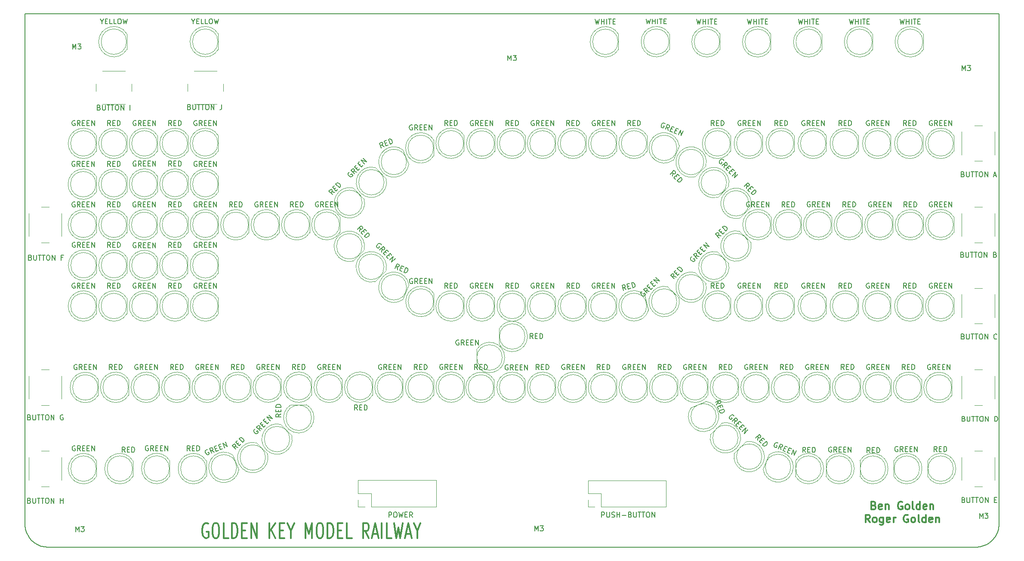
<source format=gbr>
%TF.GenerationSoftware,KiCad,Pcbnew,(5.1.6)-1*%
%TF.CreationDate,2020-08-11T15:09:08+01:00*%
%TF.ProjectId,panel-display,70616e65-6c2d-4646-9973-706c61792e6b,rev?*%
%TF.SameCoordinates,Original*%
%TF.FileFunction,Legend,Top*%
%TF.FilePolarity,Positive*%
%FSLAX46Y46*%
G04 Gerber Fmt 4.6, Leading zero omitted, Abs format (unit mm)*
G04 Created by KiCad (PCBNEW (5.1.6)-1) date 2020-08-11 15:09:08*
%MOMM*%
%LPD*%
G01*
G04 APERTURE LIST*
%ADD10C,0.300000*%
%TA.AperFunction,Profile*%
%ADD11C,0.200000*%
%TD*%
%ADD12C,0.120000*%
%ADD13C,0.150000*%
G04 APERTURE END LIST*
D10*
X218674857Y-135092057D02*
X218889142Y-135163485D01*
X218960571Y-135234914D01*
X219032000Y-135377771D01*
X219032000Y-135592057D01*
X218960571Y-135734914D01*
X218889142Y-135806342D01*
X218746285Y-135877771D01*
X218174857Y-135877771D01*
X218174857Y-134377771D01*
X218674857Y-134377771D01*
X218817714Y-134449200D01*
X218889142Y-134520628D01*
X218960571Y-134663485D01*
X218960571Y-134806342D01*
X218889142Y-134949200D01*
X218817714Y-135020628D01*
X218674857Y-135092057D01*
X218174857Y-135092057D01*
X220246285Y-135806342D02*
X220103428Y-135877771D01*
X219817714Y-135877771D01*
X219674857Y-135806342D01*
X219603428Y-135663485D01*
X219603428Y-135092057D01*
X219674857Y-134949200D01*
X219817714Y-134877771D01*
X220103428Y-134877771D01*
X220246285Y-134949200D01*
X220317714Y-135092057D01*
X220317714Y-135234914D01*
X219603428Y-135377771D01*
X220960571Y-134877771D02*
X220960571Y-135877771D01*
X220960571Y-135020628D02*
X221032000Y-134949200D01*
X221174857Y-134877771D01*
X221389142Y-134877771D01*
X221532000Y-134949200D01*
X221603428Y-135092057D01*
X221603428Y-135877771D01*
X224246285Y-134449200D02*
X224103428Y-134377771D01*
X223889142Y-134377771D01*
X223674857Y-134449200D01*
X223532000Y-134592057D01*
X223460571Y-134734914D01*
X223389142Y-135020628D01*
X223389142Y-135234914D01*
X223460571Y-135520628D01*
X223532000Y-135663485D01*
X223674857Y-135806342D01*
X223889142Y-135877771D01*
X224032000Y-135877771D01*
X224246285Y-135806342D01*
X224317714Y-135734914D01*
X224317714Y-135234914D01*
X224032000Y-135234914D01*
X225174857Y-135877771D02*
X225032000Y-135806342D01*
X224960571Y-135734914D01*
X224889142Y-135592057D01*
X224889142Y-135163485D01*
X224960571Y-135020628D01*
X225032000Y-134949200D01*
X225174857Y-134877771D01*
X225389142Y-134877771D01*
X225532000Y-134949200D01*
X225603428Y-135020628D01*
X225674857Y-135163485D01*
X225674857Y-135592057D01*
X225603428Y-135734914D01*
X225532000Y-135806342D01*
X225389142Y-135877771D01*
X225174857Y-135877771D01*
X226532000Y-135877771D02*
X226389142Y-135806342D01*
X226317714Y-135663485D01*
X226317714Y-134377771D01*
X227746285Y-135877771D02*
X227746285Y-134377771D01*
X227746285Y-135806342D02*
X227603428Y-135877771D01*
X227317714Y-135877771D01*
X227174857Y-135806342D01*
X227103428Y-135734914D01*
X227032000Y-135592057D01*
X227032000Y-135163485D01*
X227103428Y-135020628D01*
X227174857Y-134949200D01*
X227317714Y-134877771D01*
X227603428Y-134877771D01*
X227746285Y-134949200D01*
X229032000Y-135806342D02*
X228889142Y-135877771D01*
X228603428Y-135877771D01*
X228460571Y-135806342D01*
X228389142Y-135663485D01*
X228389142Y-135092057D01*
X228460571Y-134949200D01*
X228603428Y-134877771D01*
X228889142Y-134877771D01*
X229032000Y-134949200D01*
X229103428Y-135092057D01*
X229103428Y-135234914D01*
X228389142Y-135377771D01*
X229746285Y-134877771D02*
X229746285Y-135877771D01*
X229746285Y-135020628D02*
X229817714Y-134949200D01*
X229960571Y-134877771D01*
X230174857Y-134877771D01*
X230317714Y-134949200D01*
X230389142Y-135092057D01*
X230389142Y-135877771D01*
X217889142Y-138427771D02*
X217389142Y-137713485D01*
X217032000Y-138427771D02*
X217032000Y-136927771D01*
X217603428Y-136927771D01*
X217746285Y-136999200D01*
X217817714Y-137070628D01*
X217889142Y-137213485D01*
X217889142Y-137427771D01*
X217817714Y-137570628D01*
X217746285Y-137642057D01*
X217603428Y-137713485D01*
X217032000Y-137713485D01*
X218746285Y-138427771D02*
X218603428Y-138356342D01*
X218532000Y-138284914D01*
X218460571Y-138142057D01*
X218460571Y-137713485D01*
X218532000Y-137570628D01*
X218603428Y-137499200D01*
X218746285Y-137427771D01*
X218960571Y-137427771D01*
X219103428Y-137499200D01*
X219174857Y-137570628D01*
X219246285Y-137713485D01*
X219246285Y-138142057D01*
X219174857Y-138284914D01*
X219103428Y-138356342D01*
X218960571Y-138427771D01*
X218746285Y-138427771D01*
X220532000Y-137427771D02*
X220532000Y-138642057D01*
X220460571Y-138784914D01*
X220389142Y-138856342D01*
X220246285Y-138927771D01*
X220032000Y-138927771D01*
X219889142Y-138856342D01*
X220532000Y-138356342D02*
X220389142Y-138427771D01*
X220103428Y-138427771D01*
X219960571Y-138356342D01*
X219889142Y-138284914D01*
X219817714Y-138142057D01*
X219817714Y-137713485D01*
X219889142Y-137570628D01*
X219960571Y-137499200D01*
X220103428Y-137427771D01*
X220389142Y-137427771D01*
X220532000Y-137499200D01*
X221817714Y-138356342D02*
X221674857Y-138427771D01*
X221389142Y-138427771D01*
X221246285Y-138356342D01*
X221174857Y-138213485D01*
X221174857Y-137642057D01*
X221246285Y-137499200D01*
X221389142Y-137427771D01*
X221674857Y-137427771D01*
X221817714Y-137499200D01*
X221889142Y-137642057D01*
X221889142Y-137784914D01*
X221174857Y-137927771D01*
X222532000Y-138427771D02*
X222532000Y-137427771D01*
X222532000Y-137713485D02*
X222603428Y-137570628D01*
X222674857Y-137499200D01*
X222817714Y-137427771D01*
X222960571Y-137427771D01*
X225389142Y-136999200D02*
X225246285Y-136927771D01*
X225032000Y-136927771D01*
X224817714Y-136999200D01*
X224674857Y-137142057D01*
X224603428Y-137284914D01*
X224532000Y-137570628D01*
X224532000Y-137784914D01*
X224603428Y-138070628D01*
X224674857Y-138213485D01*
X224817714Y-138356342D01*
X225032000Y-138427771D01*
X225174857Y-138427771D01*
X225389142Y-138356342D01*
X225460571Y-138284914D01*
X225460571Y-137784914D01*
X225174857Y-137784914D01*
X226317714Y-138427771D02*
X226174857Y-138356342D01*
X226103428Y-138284914D01*
X226032000Y-138142057D01*
X226032000Y-137713485D01*
X226103428Y-137570628D01*
X226174857Y-137499200D01*
X226317714Y-137427771D01*
X226532000Y-137427771D01*
X226674857Y-137499200D01*
X226746285Y-137570628D01*
X226817714Y-137713485D01*
X226817714Y-138142057D01*
X226746285Y-138284914D01*
X226674857Y-138356342D01*
X226532000Y-138427771D01*
X226317714Y-138427771D01*
X227674857Y-138427771D02*
X227532000Y-138356342D01*
X227460571Y-138213485D01*
X227460571Y-136927771D01*
X228889142Y-138427771D02*
X228889142Y-136927771D01*
X228889142Y-138356342D02*
X228746285Y-138427771D01*
X228460571Y-138427771D01*
X228317714Y-138356342D01*
X228246285Y-138284914D01*
X228174857Y-138142057D01*
X228174857Y-137713485D01*
X228246285Y-137570628D01*
X228317714Y-137499200D01*
X228460571Y-137427771D01*
X228746285Y-137427771D01*
X228889142Y-137499200D01*
X230174857Y-138356342D02*
X230032000Y-138427771D01*
X229746285Y-138427771D01*
X229603428Y-138356342D01*
X229532000Y-138213485D01*
X229532000Y-137642057D01*
X229603428Y-137499200D01*
X229746285Y-137427771D01*
X230032000Y-137427771D01*
X230174857Y-137499200D01*
X230246285Y-137642057D01*
X230246285Y-137784914D01*
X229532000Y-137927771D01*
X230889142Y-137427771D02*
X230889142Y-138427771D01*
X230889142Y-137570628D02*
X230960571Y-137499200D01*
X231103428Y-137427771D01*
X231317714Y-137427771D01*
X231460571Y-137499200D01*
X231532000Y-137642057D01*
X231532000Y-138427771D01*
X87661104Y-138682600D02*
X87470628Y-138539742D01*
X87184914Y-138539742D01*
X86899200Y-138682600D01*
X86708723Y-138968314D01*
X86613485Y-139254028D01*
X86518247Y-139825457D01*
X86518247Y-140254028D01*
X86613485Y-140825457D01*
X86708723Y-141111171D01*
X86899200Y-141396885D01*
X87184914Y-141539742D01*
X87375390Y-141539742D01*
X87661104Y-141396885D01*
X87756342Y-141254028D01*
X87756342Y-140254028D01*
X87375390Y-140254028D01*
X88994438Y-138539742D02*
X89375390Y-138539742D01*
X89565866Y-138682600D01*
X89756342Y-138968314D01*
X89851580Y-139539742D01*
X89851580Y-140539742D01*
X89756342Y-141111171D01*
X89565866Y-141396885D01*
X89375390Y-141539742D01*
X88994438Y-141539742D01*
X88803961Y-141396885D01*
X88613485Y-141111171D01*
X88518247Y-140539742D01*
X88518247Y-139539742D01*
X88613485Y-138968314D01*
X88803961Y-138682600D01*
X88994438Y-138539742D01*
X91661104Y-141539742D02*
X90708723Y-141539742D01*
X90708723Y-138539742D01*
X92327771Y-141539742D02*
X92327771Y-138539742D01*
X92803961Y-138539742D01*
X93089676Y-138682600D01*
X93280152Y-138968314D01*
X93375390Y-139254028D01*
X93470628Y-139825457D01*
X93470628Y-140254028D01*
X93375390Y-140825457D01*
X93280152Y-141111171D01*
X93089676Y-141396885D01*
X92803961Y-141539742D01*
X92327771Y-141539742D01*
X94327771Y-139968314D02*
X94994438Y-139968314D01*
X95280152Y-141539742D02*
X94327771Y-141539742D01*
X94327771Y-138539742D01*
X95280152Y-138539742D01*
X96137295Y-141539742D02*
X96137295Y-138539742D01*
X97280152Y-141539742D01*
X97280152Y-138539742D01*
X99756342Y-141539742D02*
X99756342Y-138539742D01*
X100899200Y-141539742D02*
X100042057Y-139825457D01*
X100899200Y-138539742D02*
X99756342Y-140254028D01*
X101756342Y-139968314D02*
X102423009Y-139968314D01*
X102708723Y-141539742D02*
X101756342Y-141539742D01*
X101756342Y-138539742D01*
X102708723Y-138539742D01*
X103946819Y-140111171D02*
X103946819Y-141539742D01*
X103280152Y-138539742D02*
X103946819Y-140111171D01*
X104613485Y-138539742D01*
X106803961Y-141539742D02*
X106803961Y-138539742D01*
X107470628Y-140682600D01*
X108137295Y-138539742D01*
X108137295Y-141539742D01*
X109470628Y-138539742D02*
X109851580Y-138539742D01*
X110042057Y-138682600D01*
X110232533Y-138968314D01*
X110327771Y-139539742D01*
X110327771Y-140539742D01*
X110232533Y-141111171D01*
X110042057Y-141396885D01*
X109851580Y-141539742D01*
X109470628Y-141539742D01*
X109280152Y-141396885D01*
X109089676Y-141111171D01*
X108994438Y-140539742D01*
X108994438Y-139539742D01*
X109089676Y-138968314D01*
X109280152Y-138682600D01*
X109470628Y-138539742D01*
X111184914Y-141539742D02*
X111184914Y-138539742D01*
X111661104Y-138539742D01*
X111946819Y-138682600D01*
X112137295Y-138968314D01*
X112232533Y-139254028D01*
X112327771Y-139825457D01*
X112327771Y-140254028D01*
X112232533Y-140825457D01*
X112137295Y-141111171D01*
X111946819Y-141396885D01*
X111661104Y-141539742D01*
X111184914Y-141539742D01*
X113184914Y-139968314D02*
X113851580Y-139968314D01*
X114137295Y-141539742D02*
X113184914Y-141539742D01*
X113184914Y-138539742D01*
X114137295Y-138539742D01*
X115946819Y-141539742D02*
X114994438Y-141539742D01*
X114994438Y-138539742D01*
X119280152Y-141539742D02*
X118613485Y-140111171D01*
X118137295Y-141539742D02*
X118137295Y-138539742D01*
X118899200Y-138539742D01*
X119089676Y-138682600D01*
X119184914Y-138825457D01*
X119280152Y-139111171D01*
X119280152Y-139539742D01*
X119184914Y-139825457D01*
X119089676Y-139968314D01*
X118899200Y-140111171D01*
X118137295Y-140111171D01*
X120042057Y-140682600D02*
X120994438Y-140682600D01*
X119851580Y-141539742D02*
X120518247Y-138539742D01*
X121184914Y-141539742D01*
X121851580Y-141539742D02*
X121851580Y-138539742D01*
X123756342Y-141539742D02*
X122803961Y-141539742D01*
X122803961Y-138539742D01*
X124232533Y-138539742D02*
X124708723Y-141539742D01*
X125089676Y-139396885D01*
X125470628Y-141539742D01*
X125946819Y-138539742D01*
X126613485Y-140682600D02*
X127565866Y-140682600D01*
X126423009Y-141539742D02*
X127089676Y-138539742D01*
X127756342Y-141539742D01*
X128803961Y-140111171D02*
X128803961Y-141539742D01*
X128137295Y-138539742D02*
X128803961Y-140111171D01*
X129470628Y-138539742D01*
D11*
X51617018Y-38354000D02*
X51617018Y-138699733D01*
X243332000Y-138699733D02*
X243332000Y-38354000D01*
X56117018Y-143292293D02*
X238832000Y-143292293D01*
X242414280Y-141479128D02*
X242572959Y-141251671D01*
X242572959Y-141251671D02*
X242717597Y-141014524D01*
X242717597Y-141014524D02*
X242847851Y-140768669D01*
X242847851Y-140768669D02*
X242963380Y-140515090D01*
X242963380Y-140515090D02*
X243063842Y-140254768D01*
X243063842Y-140254768D02*
X243148893Y-139988689D01*
X243148893Y-139988689D02*
X243218193Y-139717834D01*
X243218193Y-139717834D02*
X243271399Y-139443187D01*
X243271399Y-139443187D02*
X243308169Y-139165731D01*
X243308169Y-139165731D02*
X243328161Y-138886449D01*
X243328161Y-138886449D02*
X243332000Y-138699733D01*
X51617018Y-138699733D02*
X51625026Y-138965674D01*
X51625026Y-138965674D02*
X51648784Y-139230370D01*
X51648784Y-139230370D02*
X51687892Y-139493042D01*
X51687892Y-139493042D02*
X51741950Y-139752911D01*
X51741950Y-139752911D02*
X51810558Y-140009198D01*
X51810558Y-140009198D02*
X51893315Y-140261124D01*
X51893315Y-140261124D02*
X51989822Y-140507910D01*
X51989822Y-140507910D02*
X52099677Y-140748778D01*
X52099677Y-140748778D02*
X52222482Y-140982947D01*
X52222482Y-140982947D02*
X52357836Y-141209640D01*
X52357836Y-141209640D02*
X52505339Y-141428077D01*
X52505339Y-141428077D02*
X52664591Y-141637479D01*
X52664591Y-141637479D02*
X52835191Y-141837068D01*
X52835191Y-141837068D02*
X53016740Y-142026064D01*
X53016740Y-142026064D02*
X53208838Y-142203688D01*
X53208838Y-142203688D02*
X53411084Y-142369163D01*
X53411084Y-142369163D02*
X53633925Y-142529506D01*
X53633925Y-142529506D02*
X53865822Y-142675439D01*
X53865822Y-142675439D02*
X54105847Y-142806664D01*
X54105847Y-142806664D02*
X54353077Y-142922886D01*
X54353077Y-142922886D02*
X54606584Y-143023805D01*
X54606584Y-143023805D02*
X54865443Y-143109125D01*
X54865443Y-143109125D02*
X55128729Y-143178548D01*
X55128729Y-143178548D02*
X55395515Y-143231778D01*
X55395515Y-143231778D02*
X55664876Y-143268516D01*
X55664876Y-143268516D02*
X55935885Y-143288466D01*
X55935885Y-143288466D02*
X56117018Y-143292293D01*
X238832000Y-143292293D02*
X239090043Y-143284308D01*
X239090043Y-143284308D02*
X239347043Y-143260594D01*
X239347043Y-143260594D02*
X239602250Y-143221513D01*
X239602250Y-143221513D02*
X239854909Y-143167424D01*
X239854909Y-143167424D02*
X240104269Y-143098689D01*
X240104269Y-143098689D02*
X240349577Y-143015669D01*
X240349577Y-143015669D02*
X240590081Y-142918723D01*
X240590081Y-142918723D02*
X240825028Y-142808214D01*
X240825028Y-142808214D02*
X241053667Y-142684501D01*
X241053667Y-142684501D02*
X241275243Y-142547946D01*
X241275243Y-142547946D02*
X241489006Y-142398909D01*
X241489006Y-142398909D02*
X241694203Y-142237751D01*
X241694203Y-142237751D02*
X241890081Y-142064833D01*
X241890081Y-142064833D02*
X242075888Y-141880516D01*
X242075888Y-141880516D02*
X242250872Y-141685161D01*
X242250872Y-141685161D02*
X242414280Y-141479128D01*
X243332000Y-38354000D02*
X51617018Y-38354000D01*
D12*
%TO.C,J1*%
X162423800Y-135365800D02*
X162423800Y-134035800D01*
X163753800Y-135365800D02*
X162423800Y-135365800D01*
X162423800Y-132765800D02*
X162423800Y-130165800D01*
X165023800Y-132765800D02*
X162423800Y-132765800D01*
X165023800Y-135365800D02*
X165023800Y-132765800D01*
X162423800Y-130165800D02*
X177783800Y-130165800D01*
X165023800Y-135365800D02*
X177783800Y-135365800D01*
X177783800Y-135365800D02*
X177783800Y-130165800D01*
%TO.C,D22*%
X179187959Y-67122856D02*
X180370450Y-64268068D01*
X179914073Y-64715792D02*
G75*
G03*
X179914073Y-64715792I-2500000J0D01*
G01*
X174651850Y-63571142D02*
G75*
G03*
X179188024Y-67122698I2762223J-1144650D01*
G01*
X174651498Y-63571995D02*
G75*
G02*
X180370385Y-64268225I2762575J-1143797D01*
G01*
%TO.C,D144*%
X228416800Y-81402600D02*
X228416800Y-78312600D01*
X228356800Y-79857600D02*
G75*
G03*
X228356800Y-79857600I-2500000J0D01*
G01*
X222866800Y-79857138D02*
G75*
G03*
X228416800Y-81402430I2990000J-462D01*
G01*
X222866800Y-79858062D02*
G75*
G02*
X228416800Y-78312770I2990000J462D01*
G01*
%TO.C,D142*%
X234385800Y-81377200D02*
X234385800Y-78287200D01*
X234325800Y-79832200D02*
G75*
G03*
X234325800Y-79832200I-2500000J0D01*
G01*
X228835800Y-79831738D02*
G75*
G03*
X234385800Y-81377030I2990000J-462D01*
G01*
X228835800Y-79832662D02*
G75*
G02*
X234385800Y-78287370I2990000J462D01*
G01*
%TO.C,D141*%
X221990600Y-65375200D02*
X221990600Y-62285200D01*
X221930600Y-63830200D02*
G75*
G03*
X221930600Y-63830200I-2500000J0D01*
G01*
X216440600Y-63829738D02*
G75*
G03*
X221990600Y-65375030I2990000J-462D01*
G01*
X216440600Y-63830662D02*
G75*
G02*
X221990600Y-62285370I2990000J462D01*
G01*
%TO.C,D140*%
X234385800Y-65375200D02*
X234385800Y-62285200D01*
X234325800Y-63830200D02*
G75*
G03*
X234325800Y-63830200I-2500000J0D01*
G01*
X228835800Y-63829738D02*
G75*
G03*
X234385800Y-65375030I2990000J-462D01*
G01*
X228835800Y-63830662D02*
G75*
G02*
X234385800Y-62285370I2990000J462D01*
G01*
%TO.C,D139*%
X222422400Y-81377200D02*
X222422400Y-78287200D01*
X222362400Y-79832200D02*
G75*
G03*
X222362400Y-79832200I-2500000J0D01*
G01*
X216872400Y-79831738D02*
G75*
G03*
X222422400Y-81377030I2990000J-462D01*
G01*
X216872400Y-79832662D02*
G75*
G02*
X222422400Y-78287370I2990000J462D01*
G01*
%TO.C,D137*%
X204058200Y-113381200D02*
X204058200Y-110291200D01*
X203998200Y-111836200D02*
G75*
G03*
X203998200Y-111836200I-2500000J0D01*
G01*
X198508200Y-111835738D02*
G75*
G03*
X204058200Y-113381030I2990000J-462D01*
G01*
X198508200Y-111836662D02*
G75*
G02*
X204058200Y-110291370I2990000J462D01*
G01*
%TO.C,D136*%
X192018600Y-113381200D02*
X192018600Y-110291200D01*
X191958600Y-111836200D02*
G75*
G03*
X191958600Y-111836200I-2500000J0D01*
G01*
X186468600Y-111835738D02*
G75*
G03*
X192018600Y-113381030I2990000J-462D01*
G01*
X186468600Y-111836662D02*
G75*
G02*
X192018600Y-110291370I2990000J462D01*
G01*
%TO.C,D135*%
X215930800Y-126293200D02*
X215930800Y-129383200D01*
X220990800Y-127838200D02*
G75*
G03*
X220990800Y-127838200I-2500000J0D01*
G01*
X221480800Y-127838662D02*
G75*
G03*
X215930800Y-126293370I-2990000J462D01*
G01*
X221480800Y-127837738D02*
G75*
G02*
X215930800Y-129383030I-2990000J-462D01*
G01*
%TO.C,D134*%
X229265800Y-126293200D02*
X229265800Y-129383200D01*
X234325800Y-127838200D02*
G75*
G03*
X234325800Y-127838200I-2500000J0D01*
G01*
X234815800Y-127838662D02*
G75*
G03*
X229265800Y-126293370I-2990000J462D01*
G01*
X234815800Y-127837738D02*
G75*
G02*
X229265800Y-129383030I-2990000J-462D01*
G01*
%TO.C,D133*%
X228035800Y-113381200D02*
X228035800Y-110291200D01*
X227975800Y-111836200D02*
G75*
G03*
X227975800Y-111836200I-2500000J0D01*
G01*
X222485800Y-111835738D02*
G75*
G03*
X228035800Y-113381030I2990000J-462D01*
G01*
X222485800Y-111836662D02*
G75*
G02*
X228035800Y-110291370I2990000J462D01*
G01*
%TO.C,D132*%
X216047000Y-113355800D02*
X216047000Y-110265800D01*
X215987000Y-111810800D02*
G75*
G03*
X215987000Y-111810800I-2500000J0D01*
G01*
X210497000Y-111810338D02*
G75*
G03*
X216047000Y-113355630I2990000J-462D01*
G01*
X210497000Y-111811262D02*
G75*
G02*
X216047000Y-110265970I2990000J462D01*
G01*
%TO.C,D131*%
X210052600Y-113381200D02*
X210052600Y-110291200D01*
X209992600Y-111836200D02*
G75*
G03*
X209992600Y-111836200I-2500000J0D01*
G01*
X204502600Y-111835738D02*
G75*
G03*
X210052600Y-113381030I2990000J-462D01*
G01*
X204502600Y-111836662D02*
G75*
G02*
X210052600Y-110291370I2990000J462D01*
G01*
%TO.C,D130*%
X222041400Y-113381200D02*
X222041400Y-110291200D01*
X221981400Y-111836200D02*
G75*
G03*
X221981400Y-111836200I-2500000J0D01*
G01*
X216491400Y-111835738D02*
G75*
G03*
X222041400Y-113381030I2990000J-462D01*
G01*
X216491400Y-111836662D02*
G75*
G02*
X222041400Y-110291370I2990000J462D01*
G01*
%TO.C,D129*%
X198038400Y-113381200D02*
X198038400Y-110291200D01*
X197978400Y-111836200D02*
G75*
G03*
X197978400Y-111836200I-2500000J0D01*
G01*
X192488400Y-111835738D02*
G75*
G03*
X198038400Y-113381030I2990000J-462D01*
G01*
X192488400Y-111836662D02*
G75*
G02*
X198038400Y-110291370I2990000J462D01*
G01*
%TO.C,D127*%
X222611000Y-126293200D02*
X222611000Y-129383200D01*
X227671000Y-127838200D02*
G75*
G03*
X227671000Y-127838200I-2500000J0D01*
G01*
X228161000Y-127838662D02*
G75*
G03*
X222611000Y-126293370I-2990000J462D01*
G01*
X228161000Y-127837738D02*
G75*
G02*
X222611000Y-129383030I-2990000J-462D01*
G01*
%TO.C,D125*%
X234030200Y-113406600D02*
X234030200Y-110316600D01*
X233970200Y-111861600D02*
G75*
G03*
X233970200Y-111861600I-2500000J0D01*
G01*
X228480200Y-111861138D02*
G75*
G03*
X234030200Y-113406430I2990000J-462D01*
G01*
X228480200Y-111862062D02*
G75*
G02*
X234030200Y-110316770I2990000J462D01*
G01*
%TO.C,D124*%
X185617132Y-114599750D02*
X182762344Y-115782241D01*
X187669408Y-117556127D02*
G75*
G03*
X187669408Y-117556127I-2500000J0D01*
G01*
X186313205Y-120318702D02*
G75*
G03*
X185616975Y-114599815I-1143797J2762575D01*
G01*
X186314058Y-120318350D02*
G75*
G02*
X182762502Y-115782176I-1144650J2762223D01*
G01*
%TO.C,D123*%
X193423512Y-122582352D02*
X191238552Y-124767312D01*
X196641226Y-125485026D02*
G75*
G03*
X196641226Y-125485026I-2500000J0D01*
G01*
X196255150Y-127599602D02*
G75*
G03*
X193423392Y-122582472I-2113924J2114576D01*
G01*
X196255802Y-127598950D02*
G75*
G02*
X191238672Y-124767192I-2114576J2113924D01*
G01*
%TO.C,D122*%
X93731050Y-128035332D02*
X92548559Y-125180544D01*
X93274673Y-127587608D02*
G75*
G03*
X93274673Y-127587608I-2500000J0D01*
G01*
X88012098Y-128731405D02*
G75*
G03*
X93730985Y-128035175I2762575J1143797D01*
G01*
X88012450Y-128732258D02*
G75*
G02*
X92548624Y-125180702I2762223J1144650D01*
G01*
%TO.C,D121*%
X104138048Y-121312912D02*
X101953088Y-119127952D01*
X103735374Y-122030626D02*
G75*
G03*
X103735374Y-122030626I-2500000J0D01*
G01*
X99120798Y-124144550D02*
G75*
G03*
X104137928Y-121312792I2114576J2113924D01*
G01*
X99121450Y-124145202D02*
G75*
G02*
X101953208Y-119128072I2113924J2114576D01*
G01*
%TO.C,D120*%
X180055200Y-113381200D02*
X180055200Y-110291200D01*
X179995200Y-111836200D02*
G75*
G03*
X179995200Y-111836200I-2500000J0D01*
G01*
X174505200Y-111835738D02*
G75*
G03*
X180055200Y-113381030I2990000J-462D01*
G01*
X174505200Y-111836662D02*
G75*
G02*
X180055200Y-110291370I2990000J462D01*
G01*
%TO.C,D119*%
X168015600Y-113381200D02*
X168015600Y-110291200D01*
X167955600Y-111836200D02*
G75*
G03*
X167955600Y-111836200I-2500000J0D01*
G01*
X162465600Y-111835738D02*
G75*
G03*
X168015600Y-113381030I2990000J-462D01*
G01*
X162465600Y-111836662D02*
G75*
G02*
X168015600Y-110291370I2990000J462D01*
G01*
%TO.C,D118*%
X156026800Y-113381200D02*
X156026800Y-110291200D01*
X155966800Y-111836200D02*
G75*
G03*
X155966800Y-111836200I-2500000J0D01*
G01*
X150476800Y-111835738D02*
G75*
G03*
X156026800Y-113381030I2990000J-462D01*
G01*
X150476800Y-111836662D02*
G75*
G02*
X156026800Y-110291370I2990000J462D01*
G01*
%TO.C,D117*%
X65704400Y-129383200D02*
X65704400Y-126293200D01*
X65644400Y-127838200D02*
G75*
G03*
X65644400Y-127838200I-2500000J0D01*
G01*
X60154400Y-127837738D02*
G75*
G03*
X65704400Y-129383030I2990000J-462D01*
G01*
X60154400Y-127838662D02*
G75*
G02*
X65704400Y-126293370I2990000J462D01*
G01*
%TO.C,D116*%
X80106200Y-129357800D02*
X80106200Y-126267800D01*
X80046200Y-127812800D02*
G75*
G03*
X80046200Y-127812800I-2500000J0D01*
G01*
X74556200Y-127812338D02*
G75*
G03*
X80106200Y-129357630I2990000J-462D01*
G01*
X74556200Y-127813262D02*
G75*
G02*
X80106200Y-126267970I2990000J462D01*
G01*
%TO.C,D115*%
X188749912Y-118873952D02*
X186564952Y-121058912D01*
X191967626Y-121776626D02*
G75*
G03*
X191967626Y-121776626I-2500000J0D01*
G01*
X191581550Y-123891202D02*
G75*
G03*
X188749792Y-118874072I-2113924J2114576D01*
G01*
X191582202Y-123890550D02*
G75*
G02*
X186565072Y-121058792I-2114576J2113924D01*
G01*
%TO.C,D114*%
X198052841Y-125104344D02*
X196870350Y-127959132D01*
X202326727Y-127511408D02*
G75*
G03*
X202326727Y-127511408I-2500000J0D01*
G01*
X202588950Y-128656058D02*
G75*
G03*
X198052776Y-125104502I-2762223J1144650D01*
G01*
X202589302Y-128655205D02*
G75*
G02*
X196870415Y-127958975I-2762575J1143797D01*
G01*
%TO.C,D113*%
X203256200Y-126293200D02*
X203256200Y-129383200D01*
X208316200Y-127838200D02*
G75*
G03*
X208316200Y-127838200I-2500000J0D01*
G01*
X208806200Y-127838662D02*
G75*
G03*
X203256200Y-126293370I-2990000J462D01*
G01*
X208806200Y-127837738D02*
G75*
G02*
X203256200Y-129383030I-2990000J-462D01*
G01*
%TO.C,D112*%
X99362848Y-124945112D02*
X97177888Y-122760152D01*
X98960174Y-125662826D02*
G75*
G03*
X98960174Y-125662826I-2500000J0D01*
G01*
X94345598Y-127776750D02*
G75*
G03*
X99362728Y-124944992I2114576J2113924D01*
G01*
X94346250Y-127777402D02*
G75*
G02*
X97178008Y-122760272I2113924J2114576D01*
G01*
%TO.C,D111*%
X107056600Y-115270600D02*
X103966600Y-115270600D01*
X108011600Y-117830600D02*
G75*
G03*
X108011600Y-117830600I-2500000J0D01*
G01*
X105511138Y-120820600D02*
G75*
G03*
X107056430Y-115270600I462J2990000D01*
G01*
X105512062Y-120820600D02*
G75*
G02*
X103966770Y-115270600I-462J2990000D01*
G01*
%TO.C,D110*%
X162046600Y-113381200D02*
X162046600Y-110291200D01*
X161986600Y-111836200D02*
G75*
G03*
X161986600Y-111836200I-2500000J0D01*
G01*
X156496600Y-111835738D02*
G75*
G03*
X162046600Y-113381030I2990000J-462D01*
G01*
X156496600Y-111836662D02*
G75*
G02*
X162046600Y-110291370I2990000J462D01*
G01*
%TO.C,D109*%
X150032400Y-113381200D02*
X150032400Y-110291200D01*
X149972400Y-111836200D02*
G75*
G03*
X149972400Y-111836200I-2500000J0D01*
G01*
X144482400Y-111835738D02*
G75*
G03*
X150032400Y-113381030I2990000J-462D01*
G01*
X144482400Y-111836662D02*
G75*
G02*
X150032400Y-110291370I2990000J462D01*
G01*
%TO.C,D108*%
X186024200Y-113381200D02*
X186024200Y-110291200D01*
X185964200Y-111836200D02*
G75*
G03*
X185964200Y-111836200I-2500000J0D01*
G01*
X180474200Y-111835738D02*
G75*
G03*
X186024200Y-113381030I2990000J-462D01*
G01*
X180474200Y-111836662D02*
G75*
G02*
X186024200Y-110291370I2990000J462D01*
G01*
%TO.C,D107*%
X174060800Y-113381200D02*
X174060800Y-110291200D01*
X174000800Y-111836200D02*
G75*
G03*
X174000800Y-111836200I-2500000J0D01*
G01*
X168510800Y-111835738D02*
G75*
G03*
X174060800Y-113381030I2990000J-462D01*
G01*
X168510800Y-111836662D02*
G75*
G02*
X174060800Y-110291370I2990000J462D01*
G01*
%TO.C,D106*%
X72867200Y-129383200D02*
X72867200Y-126293200D01*
X72807200Y-127838200D02*
G75*
G03*
X72807200Y-127838200I-2500000J0D01*
G01*
X67317200Y-127837738D02*
G75*
G03*
X72867200Y-129383030I2990000J-462D01*
G01*
X67317200Y-127838662D02*
G75*
G02*
X72867200Y-126293370I2990000J462D01*
G01*
%TO.C,D105*%
X144963200Y-100283600D02*
X144963200Y-103373600D01*
X150023200Y-101828600D02*
G75*
G03*
X150023200Y-101828600I-2500000J0D01*
G01*
X150513200Y-101829062D02*
G75*
G03*
X144963200Y-100283770I-2990000J462D01*
G01*
X150513200Y-101828138D02*
G75*
G02*
X144963200Y-103373430I-2990000J-462D01*
G01*
%TO.C,D104*%
X87319800Y-129383200D02*
X87319800Y-126293200D01*
X87259800Y-127838200D02*
G75*
G03*
X87259800Y-127838200I-2500000J0D01*
G01*
X81769800Y-127837738D02*
G75*
G03*
X87319800Y-129383030I2990000J-462D01*
G01*
X81769800Y-127838662D02*
G75*
G02*
X87319800Y-126293370I2990000J462D01*
G01*
%TO.C,D103*%
X96057400Y-113381200D02*
X96057400Y-110291200D01*
X95997400Y-111836200D02*
G75*
G03*
X95997400Y-111836200I-2500000J0D01*
G01*
X90507400Y-111835738D02*
G75*
G03*
X96057400Y-113381030I2990000J-462D01*
G01*
X90507400Y-111836662D02*
G75*
G02*
X96057400Y-110291370I2990000J462D01*
G01*
%TO.C,D102*%
X108046200Y-113355800D02*
X108046200Y-110265800D01*
X107986200Y-111810800D02*
G75*
G03*
X107986200Y-111810800I-2500000J0D01*
G01*
X102496200Y-111810338D02*
G75*
G03*
X108046200Y-113355630I2990000J-462D01*
G01*
X102496200Y-111811262D02*
G75*
G02*
X108046200Y-110265970I2990000J462D01*
G01*
%TO.C,D101*%
X140492800Y-104423800D02*
X140492800Y-107513800D01*
X145552800Y-105968800D02*
G75*
G03*
X145552800Y-105968800I-2500000J0D01*
G01*
X146042800Y-105969262D02*
G75*
G03*
X140492800Y-104423970I-2990000J462D01*
G01*
X146042800Y-105968338D02*
G75*
G02*
X140492800Y-107513630I-2990000J-462D01*
G01*
%TO.C,D100*%
X114040600Y-113381200D02*
X114040600Y-110291200D01*
X113980600Y-111836200D02*
G75*
G03*
X113980600Y-111836200I-2500000J0D01*
G01*
X108490600Y-111835738D02*
G75*
G03*
X114040600Y-113381030I2990000J-462D01*
G01*
X108490600Y-111836662D02*
G75*
G02*
X114040600Y-110291370I2990000J462D01*
G01*
%TO.C,D98*%
X102026400Y-113355800D02*
X102026400Y-110265800D01*
X101966400Y-111810800D02*
G75*
G03*
X101966400Y-111810800I-2500000J0D01*
G01*
X96476400Y-111810338D02*
G75*
G03*
X102026400Y-113355630I2990000J-462D01*
G01*
X96476400Y-111811262D02*
G75*
G02*
X102026400Y-110265970I2990000J462D01*
G01*
%TO.C,D97*%
X143911000Y-113406600D02*
X143911000Y-110316600D01*
X143851000Y-111861600D02*
G75*
G03*
X143851000Y-111861600I-2500000J0D01*
G01*
X138361000Y-111861138D02*
G75*
G03*
X143911000Y-113406430I2990000J-462D01*
G01*
X138361000Y-111862062D02*
G75*
G02*
X143911000Y-110316770I2990000J462D01*
G01*
%TO.C,D96*%
X132049200Y-113381200D02*
X132049200Y-110291200D01*
X131989200Y-111836200D02*
G75*
G03*
X131989200Y-111836200I-2500000J0D01*
G01*
X126499200Y-111835738D02*
G75*
G03*
X132049200Y-113381030I2990000J-462D01*
G01*
X126499200Y-111836662D02*
G75*
G02*
X132049200Y-110291370I2990000J462D01*
G01*
%TO.C,D95*%
X72029000Y-113381200D02*
X72029000Y-110291200D01*
X71969000Y-111836200D02*
G75*
G03*
X71969000Y-111836200I-2500000J0D01*
G01*
X66479000Y-111835738D02*
G75*
G03*
X72029000Y-113381030I2990000J-462D01*
G01*
X66479000Y-111836662D02*
G75*
G02*
X72029000Y-110291370I2990000J462D01*
G01*
%TO.C,D94*%
X84068600Y-113381200D02*
X84068600Y-110291200D01*
X84008600Y-111836200D02*
G75*
G03*
X84008600Y-111836200I-2500000J0D01*
G01*
X78518600Y-111835738D02*
G75*
G03*
X84068600Y-113381030I2990000J-462D01*
G01*
X78518600Y-111836662D02*
G75*
G02*
X84068600Y-110291370I2990000J462D01*
G01*
%TO.C,D93*%
X138043600Y-113355800D02*
X138043600Y-110265800D01*
X137983600Y-111810800D02*
G75*
G03*
X137983600Y-111810800I-2500000J0D01*
G01*
X132493600Y-111810338D02*
G75*
G03*
X138043600Y-113355630I2990000J-462D01*
G01*
X132493600Y-111811262D02*
G75*
G02*
X138043600Y-110265970I2990000J462D01*
G01*
%TO.C,D92*%
X126004000Y-113381200D02*
X126004000Y-110291200D01*
X125944000Y-111836200D02*
G75*
G03*
X125944000Y-111836200I-2500000J0D01*
G01*
X120454000Y-111835738D02*
G75*
G03*
X126004000Y-113381030I2990000J-462D01*
G01*
X120454000Y-111836662D02*
G75*
G02*
X126004000Y-110291370I2990000J462D01*
G01*
%TO.C,D91*%
X66060000Y-113406600D02*
X66060000Y-110316600D01*
X66000000Y-111861600D02*
G75*
G03*
X66000000Y-111861600I-2500000J0D01*
G01*
X60510000Y-111861138D02*
G75*
G03*
X66060000Y-113406430I2990000J-462D01*
G01*
X60510000Y-111862062D02*
G75*
G02*
X66060000Y-110316770I2990000J462D01*
G01*
%TO.C,D90*%
X78048800Y-113381200D02*
X78048800Y-110291200D01*
X77988800Y-111836200D02*
G75*
G03*
X77988800Y-111836200I-2500000J0D01*
G01*
X72498800Y-111835738D02*
G75*
G03*
X78048800Y-113381030I2990000J-462D01*
G01*
X72498800Y-111836662D02*
G75*
G02*
X78048800Y-110291370I2990000J462D01*
G01*
%TO.C,D89*%
X228289800Y-97379200D02*
X228289800Y-94289200D01*
X228229800Y-95834200D02*
G75*
G03*
X228229800Y-95834200I-2500000J0D01*
G01*
X222739800Y-95833738D02*
G75*
G03*
X228289800Y-97379030I2990000J-462D01*
G01*
X222739800Y-95834662D02*
G75*
G02*
X228289800Y-94289370I2990000J462D01*
G01*
%TO.C,D88*%
X215589800Y-97379200D02*
X215589800Y-94289200D01*
X215529800Y-95834200D02*
G75*
G03*
X215529800Y-95834200I-2500000J0D01*
G01*
X210039800Y-95833738D02*
G75*
G03*
X215589800Y-97379030I2990000J-462D01*
G01*
X210039800Y-95834662D02*
G75*
G02*
X215589800Y-94289370I2990000J462D01*
G01*
%TO.C,D87*%
X209290600Y-97379200D02*
X209290600Y-94289200D01*
X209230600Y-95834200D02*
G75*
G03*
X209230600Y-95834200I-2500000J0D01*
G01*
X203740600Y-95833738D02*
G75*
G03*
X209290600Y-97379030I2990000J-462D01*
G01*
X203740600Y-95834662D02*
G75*
G02*
X209290600Y-94289370I2990000J462D01*
G01*
%TO.C,D86*%
X196717600Y-97379200D02*
X196717600Y-94289200D01*
X196657600Y-95834200D02*
G75*
G03*
X196657600Y-95834200I-2500000J0D01*
G01*
X191167600Y-95833738D02*
G75*
G03*
X196717600Y-97379030I2990000J-462D01*
G01*
X191167600Y-95834662D02*
G75*
G02*
X196717600Y-94289370I2990000J462D01*
G01*
%TO.C,D85*%
X234385800Y-97379200D02*
X234385800Y-94289200D01*
X234325800Y-95834200D02*
G75*
G03*
X234325800Y-95834200I-2500000J0D01*
G01*
X228835800Y-95833738D02*
G75*
G03*
X234385800Y-97379030I2990000J-462D01*
G01*
X228835800Y-95834662D02*
G75*
G02*
X234385800Y-94289370I2990000J462D01*
G01*
%TO.C,D84*%
X221990600Y-97379200D02*
X221990600Y-94289200D01*
X221930600Y-95834200D02*
G75*
G03*
X221930600Y-95834200I-2500000J0D01*
G01*
X216440600Y-95833738D02*
G75*
G03*
X221990600Y-97379030I2990000J-462D01*
G01*
X216440600Y-95834662D02*
G75*
G02*
X221990600Y-94289370I2990000J462D01*
G01*
%TO.C,D83*%
X202991400Y-97379200D02*
X202991400Y-94289200D01*
X202931400Y-95834200D02*
G75*
G03*
X202931400Y-95834200I-2500000J0D01*
G01*
X197441400Y-95833738D02*
G75*
G03*
X202991400Y-97379030I2990000J-462D01*
G01*
X197441400Y-95834662D02*
G75*
G02*
X202991400Y-94289370I2990000J462D01*
G01*
%TO.C,D82*%
X190469200Y-97379200D02*
X190469200Y-94289200D01*
X190409200Y-95834200D02*
G75*
G03*
X190409200Y-95834200I-2500000J0D01*
G01*
X184919200Y-95833738D02*
G75*
G03*
X190469200Y-97379030I2990000J-462D01*
G01*
X184919200Y-95834662D02*
G75*
G02*
X190469200Y-94289370I2990000J462D01*
G01*
%TO.C,D81*%
X204388400Y-81402600D02*
X204388400Y-78312600D01*
X204328400Y-79857600D02*
G75*
G03*
X204328400Y-79857600I-2500000J0D01*
G01*
X198838400Y-79857138D02*
G75*
G03*
X204388400Y-81402430I2990000J-462D01*
G01*
X198838400Y-79858062D02*
G75*
G02*
X204388400Y-78312770I2990000J462D01*
G01*
%TO.C,D80*%
X216377200Y-81377200D02*
X216377200Y-78287200D01*
X216317200Y-79832200D02*
G75*
G03*
X216317200Y-79832200I-2500000J0D01*
G01*
X210827200Y-79831738D02*
G75*
G03*
X216377200Y-81377030I2990000J-462D01*
G01*
X210827200Y-79832662D02*
G75*
G02*
X216377200Y-78287370I2990000J462D01*
G01*
%TO.C,D79*%
X202991400Y-65375200D02*
X202991400Y-62285200D01*
X202931400Y-63830200D02*
G75*
G03*
X202931400Y-63830200I-2500000J0D01*
G01*
X197441400Y-63829738D02*
G75*
G03*
X202991400Y-65375030I2990000J-462D01*
G01*
X197441400Y-63830662D02*
G75*
G02*
X202991400Y-62285370I2990000J462D01*
G01*
%TO.C,D78*%
X190469200Y-65375200D02*
X190469200Y-62285200D01*
X190409200Y-63830200D02*
G75*
G03*
X190409200Y-63830200I-2500000J0D01*
G01*
X184919200Y-63829738D02*
G75*
G03*
X190469200Y-65375030I2990000J-462D01*
G01*
X184919200Y-63830662D02*
G75*
G02*
X190469200Y-62285370I2990000J462D01*
G01*
%TO.C,D77*%
X198419400Y-81377200D02*
X198419400Y-78287200D01*
X198359400Y-79832200D02*
G75*
G03*
X198359400Y-79832200I-2500000J0D01*
G01*
X192869400Y-79831738D02*
G75*
G03*
X198419400Y-81377030I2990000J-462D01*
G01*
X192869400Y-79832662D02*
G75*
G02*
X198419400Y-78287370I2990000J462D01*
G01*
%TO.C,D76*%
X210357400Y-81351800D02*
X210357400Y-78261800D01*
X210297400Y-79806800D02*
G75*
G03*
X210297400Y-79806800I-2500000J0D01*
G01*
X204807400Y-79806338D02*
G75*
G03*
X210357400Y-81351630I2990000J-462D01*
G01*
X204807400Y-79807262D02*
G75*
G02*
X210357400Y-78261970I2990000J462D01*
G01*
%TO.C,D75*%
X196717600Y-65375200D02*
X196717600Y-62285200D01*
X196657600Y-63830200D02*
G75*
G03*
X196657600Y-63830200I-2500000J0D01*
G01*
X191167600Y-63829738D02*
G75*
G03*
X196717600Y-65375030I2990000J-462D01*
G01*
X191167600Y-63830662D02*
G75*
G02*
X196717600Y-62285370I2990000J462D01*
G01*
%TO.C,D74*%
X209290600Y-65375200D02*
X209290600Y-62285200D01*
X209230600Y-63830200D02*
G75*
G03*
X209230600Y-63830200I-2500000J0D01*
G01*
X203740600Y-63829738D02*
G75*
G03*
X209290600Y-65375030I2990000J-462D01*
G01*
X203740600Y-63830662D02*
G75*
G02*
X209290600Y-62285370I2990000J462D01*
G01*
%TO.C,D72*%
X187906688Y-74445448D02*
X190091648Y-72260488D01*
X189688974Y-71542774D02*
G75*
G03*
X189688974Y-71542774I-2500000J0D01*
G01*
X185075050Y-69428198D02*
G75*
G03*
X187906808Y-74445328I2113924J-2114576D01*
G01*
X185074398Y-69428850D02*
G75*
G02*
X190091528Y-72260608I2114576J-2113924D01*
G01*
%TO.C,D71*%
X185621248Y-91417112D02*
X183436288Y-89232152D01*
X185218574Y-92134826D02*
G75*
G03*
X185218574Y-92134826I-2500000J0D01*
G01*
X180603998Y-94248750D02*
G75*
G03*
X185621128Y-91416992I2114576J2113924D01*
G01*
X180604650Y-94249402D02*
G75*
G02*
X183436408Y-89232272I2113924J2114576D01*
G01*
%TO.C,D70*%
X194460448Y-83314512D02*
X192275488Y-81129552D01*
X194057774Y-84032226D02*
G75*
G03*
X194057774Y-84032226I-2500000J0D01*
G01*
X189443198Y-86146150D02*
G75*
G03*
X194460328Y-83314392I2114576J2113924D01*
G01*
X189443850Y-86146802D02*
G75*
G02*
X192275608Y-81129672I2113924J2114576D01*
G01*
%TO.C,D69*%
X183436288Y-70406848D02*
X185621248Y-68221888D01*
X185218574Y-67504174D02*
G75*
G03*
X185218574Y-67504174I-2500000J0D01*
G01*
X180604650Y-65389598D02*
G75*
G03*
X183436408Y-70406728I2113924J-2114576D01*
G01*
X180603998Y-65390250D02*
G75*
G02*
X185621128Y-68222008I2114576J-2113924D01*
G01*
%TO.C,D68*%
X192275488Y-78534848D02*
X194460448Y-76349888D01*
X194057774Y-75632174D02*
G75*
G03*
X194057774Y-75632174I-2500000J0D01*
G01*
X189443850Y-73517598D02*
G75*
G03*
X192275608Y-78534728I2113924J-2114576D01*
G01*
X189443198Y-73518250D02*
G75*
G02*
X194460328Y-76350008I2114576J-2113924D01*
G01*
%TO.C,D67*%
X116177088Y-86993048D02*
X118362048Y-84808088D01*
X117959374Y-84090374D02*
G75*
G03*
X117959374Y-84090374I-2500000J0D01*
G01*
X113345450Y-81975798D02*
G75*
G03*
X116177208Y-86992928I2113924J-2114576D01*
G01*
X113344798Y-81976450D02*
G75*
G02*
X118361928Y-84808208I2114576J-2113924D01*
G01*
%TO.C,D66*%
X126000359Y-94554856D02*
X127182850Y-91700068D01*
X126726473Y-92147792D02*
G75*
G03*
X126726473Y-92147792I-2500000J0D01*
G01*
X121464250Y-91003142D02*
G75*
G03*
X126000424Y-94554698I2762223J-1144650D01*
G01*
X121463898Y-91003995D02*
G75*
G02*
X127182785Y-91700225I2762575J-1143797D01*
G01*
%TO.C,D64*%
X174340520Y-96637079D02*
X173540769Y-93652368D01*
X173967874Y-95807300D02*
G75*
G03*
X173967874Y-95807300I-2500000J0D01*
G01*
X168579635Y-96580723D02*
G75*
G03*
X174340476Y-96636915I2888239J773423D01*
G01*
X168579875Y-96581615D02*
G75*
G02*
X173540813Y-93652532I2887999J774315D01*
G01*
%TO.C,D63*%
X162046600Y-97379200D02*
X162046600Y-94289200D01*
X161986600Y-95834200D02*
G75*
G03*
X161986600Y-95834200I-2500000J0D01*
G01*
X156496600Y-95833738D02*
G75*
G03*
X162046600Y-97379030I2990000J-462D01*
G01*
X156496600Y-95834662D02*
G75*
G02*
X162046600Y-94289370I2990000J462D01*
G01*
%TO.C,D62*%
X144038000Y-97379200D02*
X144038000Y-94289200D01*
X143978000Y-95834200D02*
G75*
G03*
X143978000Y-95834200I-2500000J0D01*
G01*
X138488000Y-95833738D02*
G75*
G03*
X144038000Y-97379030I2990000J-462D01*
G01*
X138488000Y-95834662D02*
G75*
G02*
X144038000Y-94289370I2990000J462D01*
G01*
%TO.C,D61*%
X138018200Y-97379200D02*
X138018200Y-94289200D01*
X137958200Y-95834200D02*
G75*
G03*
X137958200Y-95834200I-2500000J0D01*
G01*
X132468200Y-95833738D02*
G75*
G03*
X138018200Y-97379030I2990000J-462D01*
G01*
X132468200Y-95834662D02*
G75*
G02*
X138018200Y-94289370I2990000J462D01*
G01*
%TO.C,D60*%
X120495088Y-91031648D02*
X122680048Y-88846688D01*
X122277374Y-88128974D02*
G75*
G03*
X122277374Y-88128974I-2500000J0D01*
G01*
X117663450Y-86014398D02*
G75*
G03*
X120495208Y-91031528I2113924J-2114576D01*
G01*
X117662798Y-86015050D02*
G75*
G02*
X122679928Y-88846808I2114576J-2113924D01*
G01*
%TO.C,D59*%
X132100000Y-96490200D02*
X132100000Y-93400200D01*
X132040000Y-94945200D02*
G75*
G03*
X132040000Y-94945200I-2500000J0D01*
G01*
X126550000Y-94944738D02*
G75*
G03*
X132100000Y-96490030I2990000J-462D01*
G01*
X126550000Y-94945662D02*
G75*
G02*
X132100000Y-93400370I2990000J462D01*
G01*
%TO.C,D58*%
X180312648Y-94236512D02*
X178127688Y-92051552D01*
X179909974Y-94954226D02*
G75*
G03*
X179909974Y-94954226I-2500000J0D01*
G01*
X175295398Y-97068150D02*
G75*
G03*
X180312528Y-94236392I2114576J2113924D01*
G01*
X175296050Y-97068802D02*
G75*
G02*
X178127808Y-92051672I2113924J2114576D01*
G01*
%TO.C,D57*%
X168015600Y-97379200D02*
X168015600Y-94289200D01*
X167955600Y-95834200D02*
G75*
G03*
X167955600Y-95834200I-2500000J0D01*
G01*
X162465600Y-95833738D02*
G75*
G03*
X168015600Y-97379030I2990000J-462D01*
G01*
X162465600Y-95834662D02*
G75*
G02*
X168015600Y-94289370I2990000J462D01*
G01*
%TO.C,D56*%
X156026800Y-97379200D02*
X156026800Y-94289200D01*
X155966800Y-95834200D02*
G75*
G03*
X155966800Y-95834200I-2500000J0D01*
G01*
X150476800Y-95833738D02*
G75*
G03*
X156026800Y-97379030I2990000J-462D01*
G01*
X150476800Y-95834662D02*
G75*
G02*
X156026800Y-94289370I2990000J462D01*
G01*
%TO.C,D55*%
X174035400Y-65375200D02*
X174035400Y-62285200D01*
X173975400Y-63830200D02*
G75*
G03*
X173975400Y-63830200I-2500000J0D01*
G01*
X168485400Y-63829738D02*
G75*
G03*
X174035400Y-65375030I2990000J-462D01*
G01*
X168485400Y-63830662D02*
G75*
G02*
X174035400Y-62285370I2990000J462D01*
G01*
%TO.C,D54*%
X162021200Y-65375200D02*
X162021200Y-62285200D01*
X161961200Y-63830200D02*
G75*
G03*
X161961200Y-63830200I-2500000J0D01*
G01*
X156471200Y-63829738D02*
G75*
G03*
X162021200Y-65375030I2990000J-462D01*
G01*
X156471200Y-63830662D02*
G75*
G02*
X162021200Y-62285370I2990000J462D01*
G01*
%TO.C,D53*%
X150057800Y-65375200D02*
X150057800Y-62285200D01*
X149997800Y-63830200D02*
G75*
G03*
X149997800Y-63830200I-2500000J0D01*
G01*
X144507800Y-63829738D02*
G75*
G03*
X150057800Y-65375030I2990000J-462D01*
G01*
X144507800Y-63830662D02*
G75*
G02*
X150057800Y-62285370I2990000J462D01*
G01*
%TO.C,D52*%
X118387448Y-74805512D02*
X116202488Y-72620552D01*
X117984774Y-75523226D02*
G75*
G03*
X117984774Y-75523226I-2500000J0D01*
G01*
X113370198Y-77637150D02*
G75*
G03*
X118387328Y-74805392I2114576J2113924D01*
G01*
X113370850Y-77637802D02*
G75*
G02*
X116202608Y-72620672I2113924J2114576D01*
G01*
%TO.C,D51*%
X127182850Y-67938932D02*
X126000359Y-65084144D01*
X126726473Y-67491208D02*
G75*
G03*
X126726473Y-67491208I-2500000J0D01*
G01*
X121463898Y-68635005D02*
G75*
G03*
X127182785Y-67938775I2762575J1143797D01*
G01*
X121464250Y-68635858D02*
G75*
G02*
X126000424Y-65084302I2762223J1144650D01*
G01*
%TO.C,D50*%
X138018200Y-65349800D02*
X138018200Y-62259800D01*
X137958200Y-63804800D02*
G75*
G03*
X137958200Y-63804800I-2500000J0D01*
G01*
X132468200Y-63804338D02*
G75*
G03*
X138018200Y-65349630I2990000J-462D01*
G01*
X132468200Y-63805262D02*
G75*
G02*
X138018200Y-62259970I2990000J462D01*
G01*
%TO.C,D48*%
X168041000Y-65400600D02*
X168041000Y-62310600D01*
X167981000Y-63855600D02*
G75*
G03*
X167981000Y-63855600I-2500000J0D01*
G01*
X162491000Y-63855138D02*
G75*
G03*
X168041000Y-65400430I2990000J-462D01*
G01*
X162491000Y-63856062D02*
G75*
G02*
X168041000Y-62310770I2990000J462D01*
G01*
%TO.C,D47*%
X156026800Y-65375200D02*
X156026800Y-62285200D01*
X155966800Y-63830200D02*
G75*
G03*
X155966800Y-63830200I-2500000J0D01*
G01*
X150476800Y-63829738D02*
G75*
G03*
X156026800Y-65375030I2990000J-462D01*
G01*
X150476800Y-63830662D02*
G75*
G02*
X156026800Y-62285370I2990000J462D01*
G01*
%TO.C,D46*%
X122705448Y-70766912D02*
X120520488Y-68581952D01*
X122302774Y-71484626D02*
G75*
G03*
X122302774Y-71484626I-2500000J0D01*
G01*
X117688198Y-73598550D02*
G75*
G03*
X122705328Y-70766792I2114576J2113924D01*
G01*
X117688850Y-73599202D02*
G75*
G02*
X120520608Y-68582072I2113924J2114576D01*
G01*
%TO.C,D45*%
X132074600Y-66264200D02*
X132074600Y-63174200D01*
X132014600Y-64719200D02*
G75*
G03*
X132014600Y-64719200I-2500000J0D01*
G01*
X126524600Y-64718738D02*
G75*
G03*
X132074600Y-66264030I2990000J-462D01*
G01*
X126524600Y-64719662D02*
G75*
G02*
X132074600Y-63174370I2990000J462D01*
G01*
%TO.C,D44*%
X144063400Y-65400600D02*
X144063400Y-62310600D01*
X144003400Y-63855600D02*
G75*
G03*
X144003400Y-63855600I-2500000J0D01*
G01*
X138513400Y-63855138D02*
G75*
G03*
X144063400Y-65400430I2990000J-462D01*
G01*
X138513400Y-63856062D02*
G75*
G02*
X144063400Y-62310770I2990000J462D01*
G01*
%TO.C,D43*%
X83687600Y-97379200D02*
X83687600Y-94289200D01*
X83627600Y-95834200D02*
G75*
G03*
X83627600Y-95834200I-2500000J0D01*
G01*
X78137600Y-95833738D02*
G75*
G03*
X83687600Y-97379030I2990000J-462D01*
G01*
X78137600Y-95834662D02*
G75*
G02*
X83687600Y-94289370I2990000J462D01*
G01*
%TO.C,D41*%
X71673400Y-97379200D02*
X71673400Y-94289200D01*
X71613400Y-95834200D02*
G75*
G03*
X71613400Y-95834200I-2500000J0D01*
G01*
X66123400Y-95833738D02*
G75*
G03*
X71673400Y-97379030I2990000J-462D01*
G01*
X66123400Y-95834662D02*
G75*
G02*
X71673400Y-94289370I2990000J462D01*
G01*
%TO.C,D40*%
X89682000Y-97379200D02*
X89682000Y-94289200D01*
X89622000Y-95834200D02*
G75*
G03*
X89622000Y-95834200I-2500000J0D01*
G01*
X84132000Y-95833738D02*
G75*
G03*
X89682000Y-97379030I2990000J-462D01*
G01*
X84132000Y-95834662D02*
G75*
G02*
X89682000Y-94289370I2990000J462D01*
G01*
%TO.C,D38*%
X65679000Y-97379200D02*
X65679000Y-94289200D01*
X65619000Y-95834200D02*
G75*
G03*
X65619000Y-95834200I-2500000J0D01*
G01*
X60129000Y-95833738D02*
G75*
G03*
X65679000Y-97379030I2990000J-462D01*
G01*
X60129000Y-95834662D02*
G75*
G02*
X65679000Y-94289370I2990000J462D01*
G01*
%TO.C,D37*%
X83662200Y-89378200D02*
X83662200Y-86288200D01*
X83602200Y-87833200D02*
G75*
G03*
X83602200Y-87833200I-2500000J0D01*
G01*
X78112200Y-87832738D02*
G75*
G03*
X83662200Y-89378030I2990000J-462D01*
G01*
X78112200Y-87833662D02*
G75*
G02*
X83662200Y-86288370I2990000J462D01*
G01*
%TO.C,D36*%
X228289800Y-65375200D02*
X228289800Y-62285200D01*
X228229800Y-63830200D02*
G75*
G03*
X228229800Y-63830200I-2500000J0D01*
G01*
X222739800Y-63829738D02*
G75*
G03*
X228289800Y-65375030I2990000J-462D01*
G01*
X222739800Y-63830662D02*
G75*
G02*
X228289800Y-62285370I2990000J462D01*
G01*
%TO.C,D35*%
X71698800Y-89352800D02*
X71698800Y-86262800D01*
X71638800Y-87807800D02*
G75*
G03*
X71638800Y-87807800I-2500000J0D01*
G01*
X66148800Y-87807338D02*
G75*
G03*
X71698800Y-89352630I2990000J-462D01*
G01*
X66148800Y-87808262D02*
G75*
G02*
X71698800Y-86262970I2990000J462D01*
G01*
%TO.C,D34*%
X89682000Y-89378200D02*
X89682000Y-86288200D01*
X89622000Y-87833200D02*
G75*
G03*
X89622000Y-87833200I-2500000J0D01*
G01*
X84132000Y-87832738D02*
G75*
G03*
X89682000Y-89378030I2990000J-462D01*
G01*
X84132000Y-87833662D02*
G75*
G02*
X89682000Y-86288370I2990000J462D01*
G01*
%TO.C,D33*%
X77693200Y-89403600D02*
X77693200Y-86313600D01*
X77633200Y-87858600D02*
G75*
G03*
X77633200Y-87858600I-2500000J0D01*
G01*
X72143200Y-87858138D02*
G75*
G03*
X77693200Y-89403430I2990000J-462D01*
G01*
X72143200Y-87859062D02*
G75*
G02*
X77693200Y-86313770I2990000J462D01*
G01*
%TO.C,D32*%
X65704400Y-89352800D02*
X65704400Y-86262800D01*
X65644400Y-87807800D02*
G75*
G03*
X65644400Y-87807800I-2500000J0D01*
G01*
X60154400Y-87807338D02*
G75*
G03*
X65704400Y-89352630I2990000J-462D01*
G01*
X60154400Y-87808262D02*
G75*
G02*
X65704400Y-86262970I2990000J462D01*
G01*
%TO.C,D31*%
X83687600Y-81377200D02*
X83687600Y-78287200D01*
X83627600Y-79832200D02*
G75*
G03*
X83627600Y-79832200I-2500000J0D01*
G01*
X78137600Y-79831738D02*
G75*
G03*
X83687600Y-81377030I2990000J-462D01*
G01*
X78137600Y-79832662D02*
G75*
G02*
X83687600Y-78287370I2990000J462D01*
G01*
%TO.C,D30*%
X215589800Y-65375200D02*
X215589800Y-62285200D01*
X215529800Y-63830200D02*
G75*
G03*
X215529800Y-63830200I-2500000J0D01*
G01*
X210039800Y-63829738D02*
G75*
G03*
X215589800Y-65375030I2990000J-462D01*
G01*
X210039800Y-63830662D02*
G75*
G02*
X215589800Y-62285370I2990000J462D01*
G01*
%TO.C,D29*%
X71673400Y-81402600D02*
X71673400Y-78312600D01*
X71613400Y-79857600D02*
G75*
G03*
X71613400Y-79857600I-2500000J0D01*
G01*
X66123400Y-79857138D02*
G75*
G03*
X71673400Y-81402430I2990000J-462D01*
G01*
X66123400Y-79858062D02*
G75*
G02*
X71673400Y-78312770I2990000J462D01*
G01*
%TO.C,D28*%
X89682000Y-81402600D02*
X89682000Y-78312600D01*
X89622000Y-79857600D02*
G75*
G03*
X89622000Y-79857600I-2500000J0D01*
G01*
X84132000Y-79857138D02*
G75*
G03*
X89682000Y-81402430I2990000J-462D01*
G01*
X84132000Y-79858062D02*
G75*
G02*
X89682000Y-78312770I2990000J462D01*
G01*
%TO.C,D27*%
X77642400Y-81402600D02*
X77642400Y-78312600D01*
X77582400Y-79857600D02*
G75*
G03*
X77582400Y-79857600I-2500000J0D01*
G01*
X72092400Y-79857138D02*
G75*
G03*
X77642400Y-81402430I2990000J-462D01*
G01*
X72092400Y-79858062D02*
G75*
G02*
X77642400Y-78312770I2990000J462D01*
G01*
%TO.C,D26*%
X65679000Y-81402600D02*
X65679000Y-78312600D01*
X65619000Y-79857600D02*
G75*
G03*
X65619000Y-79857600I-2500000J0D01*
G01*
X60129000Y-79857138D02*
G75*
G03*
X65679000Y-81402430I2990000J-462D01*
G01*
X60129000Y-79858062D02*
G75*
G02*
X65679000Y-78312770I2990000J462D01*
G01*
%TO.C,D25*%
X107665200Y-81402600D02*
X107665200Y-78312600D01*
X107605200Y-79857600D02*
G75*
G03*
X107605200Y-79857600I-2500000J0D01*
G01*
X102115200Y-79857138D02*
G75*
G03*
X107665200Y-81402430I2990000J-462D01*
G01*
X102115200Y-79858062D02*
G75*
G02*
X107665200Y-78312770I2990000J462D01*
G01*
%TO.C,D24*%
X95676400Y-81402600D02*
X95676400Y-78312600D01*
X95616400Y-79857600D02*
G75*
G03*
X95616400Y-79857600I-2500000J0D01*
G01*
X90126400Y-79857138D02*
G75*
G03*
X95676400Y-81402430I2990000J-462D01*
G01*
X90126400Y-79858062D02*
G75*
G02*
X95676400Y-78312770I2990000J462D01*
G01*
%TO.C,D23*%
X83687600Y-73376200D02*
X83687600Y-70286200D01*
X83627600Y-71831200D02*
G75*
G03*
X83627600Y-71831200I-2500000J0D01*
G01*
X78137600Y-71830738D02*
G75*
G03*
X83687600Y-73376030I2990000J-462D01*
G01*
X78137600Y-71831662D02*
G75*
G02*
X83687600Y-70286370I2990000J462D01*
G01*
%TO.C,D21*%
X71673400Y-73401600D02*
X71673400Y-70311600D01*
X71613400Y-71856600D02*
G75*
G03*
X71613400Y-71856600I-2500000J0D01*
G01*
X66123400Y-71856138D02*
G75*
G03*
X71673400Y-73401430I2990000J-462D01*
G01*
X66123400Y-71857062D02*
G75*
G02*
X71673400Y-70311770I2990000J462D01*
G01*
%TO.C,D20*%
X89682000Y-73401600D02*
X89682000Y-70311600D01*
X89622000Y-71856600D02*
G75*
G03*
X89622000Y-71856600I-2500000J0D01*
G01*
X84132000Y-71856138D02*
G75*
G03*
X89682000Y-73401430I2990000J-462D01*
G01*
X84132000Y-71857062D02*
G75*
G02*
X89682000Y-70311770I2990000J462D01*
G01*
%TO.C,D19*%
X77693200Y-73376200D02*
X77693200Y-70286200D01*
X77633200Y-71831200D02*
G75*
G03*
X77633200Y-71831200I-2500000J0D01*
G01*
X72143200Y-71830738D02*
G75*
G03*
X77693200Y-73376030I2990000J-462D01*
G01*
X72143200Y-71831662D02*
G75*
G02*
X77693200Y-70286370I2990000J462D01*
G01*
%TO.C,D18*%
X65653600Y-73401600D02*
X65653600Y-70311600D01*
X65593600Y-71856600D02*
G75*
G03*
X65593600Y-71856600I-2500000J0D01*
G01*
X60103600Y-71856138D02*
G75*
G03*
X65653600Y-73401430I2990000J-462D01*
G01*
X60103600Y-71857062D02*
G75*
G02*
X65653600Y-70311770I2990000J462D01*
G01*
%TO.C,D17*%
X113583400Y-81377200D02*
X113583400Y-78287200D01*
X113523400Y-79832200D02*
G75*
G03*
X113523400Y-79832200I-2500000J0D01*
G01*
X108033400Y-79831738D02*
G75*
G03*
X113583400Y-81377030I2990000J-462D01*
G01*
X108033400Y-79832662D02*
G75*
G02*
X113583400Y-78287370I2990000J462D01*
G01*
%TO.C,D16*%
X101670800Y-81402600D02*
X101670800Y-78312600D01*
X101610800Y-79857600D02*
G75*
G03*
X101610800Y-79857600I-2500000J0D01*
G01*
X96120800Y-79857138D02*
G75*
G03*
X101670800Y-81402430I2990000J-462D01*
G01*
X96120800Y-79858062D02*
G75*
G02*
X101670800Y-78312770I2990000J462D01*
G01*
%TO.C,D15*%
X83687600Y-65375200D02*
X83687600Y-62285200D01*
X83627600Y-63830200D02*
G75*
G03*
X83627600Y-63830200I-2500000J0D01*
G01*
X78137600Y-63829738D02*
G75*
G03*
X83687600Y-65375030I2990000J-462D01*
G01*
X78137600Y-63830662D02*
G75*
G02*
X83687600Y-62285370I2990000J462D01*
G01*
%TO.C,D14*%
X120060400Y-113355800D02*
X120060400Y-110265800D01*
X120000400Y-111810800D02*
G75*
G03*
X120000400Y-111810800I-2500000J0D01*
G01*
X114510400Y-111810338D02*
G75*
G03*
X120060400Y-113355630I2990000J-462D01*
G01*
X114510400Y-111811262D02*
G75*
G02*
X120060400Y-110265970I2990000J462D01*
G01*
%TO.C,D13*%
X71673400Y-65375200D02*
X71673400Y-62285200D01*
X71613400Y-63830200D02*
G75*
G03*
X71613400Y-63830200I-2500000J0D01*
G01*
X66123400Y-63829738D02*
G75*
G03*
X71673400Y-65375030I2990000J-462D01*
G01*
X66123400Y-63830662D02*
G75*
G02*
X71673400Y-62285370I2990000J462D01*
G01*
%TO.C,D12*%
X89656600Y-65375200D02*
X89656600Y-62285200D01*
X89596600Y-63830200D02*
G75*
G03*
X89596600Y-63830200I-2500000J0D01*
G01*
X84106600Y-63829738D02*
G75*
G03*
X89656600Y-65375030I2990000J-462D01*
G01*
X84106600Y-63830662D02*
G75*
G02*
X89656600Y-62285370I2990000J462D01*
G01*
%TO.C,D11*%
X77693200Y-65375200D02*
X77693200Y-62285200D01*
X77633200Y-63830200D02*
G75*
G03*
X77633200Y-63830200I-2500000J0D01*
G01*
X72143200Y-63829738D02*
G75*
G03*
X77693200Y-65375030I2990000J-462D01*
G01*
X72143200Y-63830662D02*
G75*
G02*
X77693200Y-62285370I2990000J462D01*
G01*
%TO.C,D10*%
X65679000Y-65375200D02*
X65679000Y-62285200D01*
X65619000Y-63830200D02*
G75*
G03*
X65619000Y-63830200I-2500000J0D01*
G01*
X60129000Y-63829738D02*
G75*
G03*
X65679000Y-65375030I2990000J-462D01*
G01*
X60129000Y-63830662D02*
G75*
G02*
X65679000Y-62285370I2990000J462D01*
G01*
%TO.C,D6*%
X198368600Y-45385400D02*
X198368600Y-42295400D01*
X198308600Y-43840400D02*
G75*
G03*
X198308600Y-43840400I-2500000J0D01*
G01*
X192818600Y-43839938D02*
G75*
G03*
X198368600Y-45385230I2990000J-462D01*
G01*
X192818600Y-43840862D02*
G75*
G02*
X198368600Y-42295570I2990000J462D01*
G01*
%TO.C,D1*%
X71673400Y-45360000D02*
X71673400Y-42270000D01*
X71613400Y-43815000D02*
G75*
G03*
X71613400Y-43815000I-2500000J0D01*
G01*
X66123400Y-43814538D02*
G75*
G03*
X71673400Y-45359830I2990000J-462D01*
G01*
X66123400Y-43815462D02*
G75*
G02*
X71673400Y-42270170I2990000J462D01*
G01*
%TO.C,D128*%
X209276000Y-126293200D02*
X209276000Y-129383200D01*
X214336000Y-127838200D02*
G75*
G03*
X214336000Y-127838200I-2500000J0D01*
G01*
X214826000Y-127838662D02*
G75*
G03*
X209276000Y-126293370I-2990000J462D01*
G01*
X214826000Y-127837738D02*
G75*
G02*
X209276000Y-129383030I-2990000J-462D01*
G01*
%TO.C,D99*%
X90037600Y-113381200D02*
X90037600Y-110291200D01*
X89977600Y-111836200D02*
G75*
G03*
X89977600Y-111836200I-2500000J0D01*
G01*
X84487600Y-111835738D02*
G75*
G03*
X90037600Y-113381030I2990000J-462D01*
G01*
X84487600Y-111836662D02*
G75*
G02*
X90037600Y-110291370I2990000J462D01*
G01*
%TO.C,D73*%
X190091648Y-87403912D02*
X187906688Y-85218952D01*
X189688974Y-88121626D02*
G75*
G03*
X189688974Y-88121626I-2500000J0D01*
G01*
X185074398Y-90235550D02*
G75*
G03*
X190091528Y-87403792I2114576J2113924D01*
G01*
X185075050Y-90236202D02*
G75*
G02*
X187906808Y-85219072I2113924J2114576D01*
G01*
%TO.C,D65*%
X150057800Y-97379200D02*
X150057800Y-94289200D01*
X149997800Y-95834200D02*
G75*
G03*
X149997800Y-95834200I-2500000J0D01*
G01*
X144507800Y-95833738D02*
G75*
G03*
X150057800Y-97379030I2990000J-462D01*
G01*
X144507800Y-95834662D02*
G75*
G02*
X150057800Y-94289370I2990000J462D01*
G01*
%TO.C,D39*%
X77693200Y-97379200D02*
X77693200Y-94289200D01*
X77633200Y-95834200D02*
G75*
G03*
X77633200Y-95834200I-2500000J0D01*
G01*
X72143200Y-95833738D02*
G75*
G03*
X77693200Y-97379030I2990000J-462D01*
G01*
X72143200Y-95834662D02*
G75*
G02*
X77693200Y-94289370I2990000J462D01*
G01*
%TO.C,J2*%
X132546400Y-135340400D02*
X132546400Y-130140400D01*
X119786400Y-135340400D02*
X132546400Y-135340400D01*
X117186400Y-130140400D02*
X132546400Y-130140400D01*
X119786400Y-135340400D02*
X119786400Y-132740400D01*
X119786400Y-132740400D02*
X117186400Y-132740400D01*
X117186400Y-132740400D02*
X117186400Y-130140400D01*
X118516400Y-135340400D02*
X117186400Y-135340400D01*
X117186400Y-135340400D02*
X117186400Y-134010400D01*
%TO.C,D2*%
X89596600Y-43815000D02*
G75*
G03*
X89596600Y-43815000I-2500000J0D01*
G01*
X89656600Y-45360000D02*
X89656600Y-42270000D01*
X84106600Y-43814538D02*
G75*
G03*
X89656600Y-45359830I2990000J-462D01*
G01*
X84106600Y-43815462D02*
G75*
G02*
X89656600Y-42270170I2990000J462D01*
G01*
%TO.C,D3*%
X168396600Y-45385400D02*
X168396600Y-42295400D01*
X168336600Y-43840400D02*
G75*
G03*
X168336600Y-43840400I-2500000J0D01*
G01*
X162846600Y-43840862D02*
G75*
G02*
X168396600Y-42295570I2990000J462D01*
G01*
X162846600Y-43839938D02*
G75*
G03*
X168396600Y-45385230I2990000J-462D01*
G01*
%TO.C,D4*%
X178369600Y-43815000D02*
G75*
G03*
X178369600Y-43815000I-2500000J0D01*
G01*
X178429600Y-45360000D02*
X178429600Y-42270000D01*
X172879600Y-43814538D02*
G75*
G03*
X178429600Y-45359830I2990000J-462D01*
G01*
X172879600Y-43815462D02*
G75*
G02*
X178429600Y-42270170I2990000J462D01*
G01*
%TO.C,D5*%
X188386400Y-45385400D02*
X188386400Y-42295400D01*
X188326400Y-43840400D02*
G75*
G03*
X188326400Y-43840400I-2500000J0D01*
G01*
X182836400Y-43840862D02*
G75*
G02*
X188386400Y-42295570I2990000J462D01*
G01*
X182836400Y-43839938D02*
G75*
G03*
X188386400Y-45385230I2990000J-462D01*
G01*
%TO.C,D7*%
X208341600Y-43840400D02*
G75*
G03*
X208341600Y-43840400I-2500000J0D01*
G01*
X208401600Y-45385400D02*
X208401600Y-42295400D01*
X202851600Y-43839938D02*
G75*
G03*
X208401600Y-45385230I2990000J-462D01*
G01*
X202851600Y-43840862D02*
G75*
G02*
X208401600Y-42295570I2990000J462D01*
G01*
%TO.C,D8*%
X218409200Y-45385400D02*
X218409200Y-42295400D01*
X218349200Y-43840400D02*
G75*
G03*
X218349200Y-43840400I-2500000J0D01*
G01*
X212859200Y-43840862D02*
G75*
G02*
X218409200Y-42295570I2990000J462D01*
G01*
X212859200Y-43839938D02*
G75*
G03*
X218409200Y-45385230I2990000J-462D01*
G01*
%TO.C,D9*%
X228331400Y-43840400D02*
G75*
G03*
X228331400Y-43840400I-2500000J0D01*
G01*
X228391400Y-45385400D02*
X228391400Y-42295400D01*
X222841400Y-43839938D02*
G75*
G03*
X228391400Y-45385230I2990000J-462D01*
G01*
X222841400Y-43840862D02*
G75*
G02*
X228391400Y-42295570I2990000J462D01*
G01*
%TO.C,SW1*%
X90620800Y-53596800D02*
X90620800Y-52096800D01*
X89370800Y-49596800D02*
X84870800Y-49596800D01*
X83620800Y-52096800D02*
X83620800Y-53596800D01*
X84870800Y-56096800D02*
X89370800Y-56096800D01*
%TO.C,SW2*%
X72612200Y-53596800D02*
X72612200Y-52096800D01*
X71362200Y-49596800D02*
X66862200Y-49596800D01*
X65612200Y-52096800D02*
X65612200Y-53596800D01*
X66862200Y-56096800D02*
X71362200Y-56096800D01*
%TO.C,SW3*%
X58865400Y-82083400D02*
X58865400Y-77583400D01*
X54865400Y-83333400D02*
X56365400Y-83333400D01*
X52365400Y-77583400D02*
X52365400Y-82083400D01*
X56365400Y-76333400D02*
X54865400Y-76333400D01*
%TO.C,SW4*%
X58865400Y-114087400D02*
X58865400Y-109587400D01*
X54865400Y-115337400D02*
X56365400Y-115337400D01*
X52365400Y-109587400D02*
X52365400Y-114087400D01*
X56365400Y-108337400D02*
X54865400Y-108337400D01*
%TO.C,SW5*%
X56365400Y-124339400D02*
X54865400Y-124339400D01*
X52365400Y-125589400D02*
X52365400Y-130089400D01*
X54865400Y-131339400D02*
X56365400Y-131339400D01*
X58865400Y-130089400D02*
X58865400Y-125589400D01*
%TO.C,SW6*%
X242482000Y-66056000D02*
X242482000Y-61556000D01*
X238482000Y-67306000D02*
X239982000Y-67306000D01*
X235982000Y-61556000D02*
X235982000Y-66056000D01*
X239982000Y-60306000D02*
X238482000Y-60306000D01*
%TO.C,SW7*%
X239982000Y-76358800D02*
X238482000Y-76358800D01*
X235982000Y-77608800D02*
X235982000Y-82108800D01*
X238482000Y-83358800D02*
X239982000Y-83358800D01*
X242482000Y-82108800D02*
X242482000Y-77608800D01*
%TO.C,SW8*%
X242482000Y-98060000D02*
X242482000Y-93560000D01*
X238482000Y-99310000D02*
X239982000Y-99310000D01*
X235982000Y-93560000D02*
X235982000Y-98060000D01*
X239982000Y-92310000D02*
X238482000Y-92310000D01*
%TO.C,SW9*%
X242482000Y-114112800D02*
X242482000Y-109612800D01*
X238482000Y-115362800D02*
X239982000Y-115362800D01*
X235982000Y-109612800D02*
X235982000Y-114112800D01*
X239982000Y-108362800D02*
X238482000Y-108362800D01*
%TO.C,SW10*%
X239982000Y-124364800D02*
X238482000Y-124364800D01*
X235982000Y-125614800D02*
X235982000Y-130114800D01*
X238482000Y-131364800D02*
X239982000Y-131364800D01*
X242482000Y-130114800D02*
X242482000Y-125614800D01*
%TD*%
%TO.C,J1*%
D13*
X165094304Y-137409180D02*
X165094304Y-136409180D01*
X165475257Y-136409180D01*
X165570495Y-136456800D01*
X165618114Y-136504419D01*
X165665733Y-136599657D01*
X165665733Y-136742514D01*
X165618114Y-136837752D01*
X165570495Y-136885371D01*
X165475257Y-136932990D01*
X165094304Y-136932990D01*
X166094304Y-136409180D02*
X166094304Y-137218704D01*
X166141923Y-137313942D01*
X166189542Y-137361561D01*
X166284780Y-137409180D01*
X166475257Y-137409180D01*
X166570495Y-137361561D01*
X166618114Y-137313942D01*
X166665733Y-137218704D01*
X166665733Y-136409180D01*
X167094304Y-137361561D02*
X167237161Y-137409180D01*
X167475257Y-137409180D01*
X167570495Y-137361561D01*
X167618114Y-137313942D01*
X167665733Y-137218704D01*
X167665733Y-137123466D01*
X167618114Y-137028228D01*
X167570495Y-136980609D01*
X167475257Y-136932990D01*
X167284780Y-136885371D01*
X167189542Y-136837752D01*
X167141923Y-136790133D01*
X167094304Y-136694895D01*
X167094304Y-136599657D01*
X167141923Y-136504419D01*
X167189542Y-136456800D01*
X167284780Y-136409180D01*
X167522876Y-136409180D01*
X167665733Y-136456800D01*
X168094304Y-137409180D02*
X168094304Y-136409180D01*
X168094304Y-136885371D02*
X168665733Y-136885371D01*
X168665733Y-137409180D02*
X168665733Y-136409180D01*
X169141923Y-137028228D02*
X169903828Y-137028228D01*
X170713352Y-136885371D02*
X170856209Y-136932990D01*
X170903828Y-136980609D01*
X170951447Y-137075847D01*
X170951447Y-137218704D01*
X170903828Y-137313942D01*
X170856209Y-137361561D01*
X170760971Y-137409180D01*
X170380019Y-137409180D01*
X170380019Y-136409180D01*
X170713352Y-136409180D01*
X170808590Y-136456800D01*
X170856209Y-136504419D01*
X170903828Y-136599657D01*
X170903828Y-136694895D01*
X170856209Y-136790133D01*
X170808590Y-136837752D01*
X170713352Y-136885371D01*
X170380019Y-136885371D01*
X171380019Y-136409180D02*
X171380019Y-137218704D01*
X171427638Y-137313942D01*
X171475257Y-137361561D01*
X171570495Y-137409180D01*
X171760971Y-137409180D01*
X171856209Y-137361561D01*
X171903828Y-137313942D01*
X171951447Y-137218704D01*
X171951447Y-136409180D01*
X172284780Y-136409180D02*
X172856209Y-136409180D01*
X172570495Y-137409180D02*
X172570495Y-136409180D01*
X173046685Y-136409180D02*
X173618114Y-136409180D01*
X173332400Y-137409180D02*
X173332400Y-136409180D01*
X174141923Y-136409180D02*
X174332400Y-136409180D01*
X174427638Y-136456800D01*
X174522876Y-136552038D01*
X174570495Y-136742514D01*
X174570495Y-137075847D01*
X174522876Y-137266323D01*
X174427638Y-137361561D01*
X174332400Y-137409180D01*
X174141923Y-137409180D01*
X174046685Y-137361561D01*
X173951447Y-137266323D01*
X173903828Y-137075847D01*
X173903828Y-136742514D01*
X173951447Y-136552038D01*
X174046685Y-136456800D01*
X174141923Y-136409180D01*
X174999066Y-137409180D02*
X174999066Y-136409180D01*
X175570495Y-137409180D01*
X175570495Y-136409180D01*
%TO.C,D22*%
X177581041Y-59957483D02*
X177511275Y-59877043D01*
X177379293Y-59822374D01*
X177229087Y-59811699D01*
X177104652Y-59863241D01*
X177024212Y-59933007D01*
X176907326Y-60090761D01*
X176852657Y-60222744D01*
X176823759Y-60416944D01*
X176831307Y-60523155D01*
X176882849Y-60647590D01*
X176996609Y-60746253D01*
X177084598Y-60782699D01*
X177234804Y-60793374D01*
X177297021Y-60767603D01*
X177424582Y-60459643D01*
X177248605Y-60386751D01*
X178184454Y-61238275D02*
X178058725Y-60670771D01*
X177656523Y-61019598D02*
X178039207Y-60095719D01*
X178391161Y-60241503D01*
X178460926Y-60321943D01*
X178486698Y-60384161D01*
X178494246Y-60490372D01*
X178439577Y-60622355D01*
X178359136Y-60692121D01*
X178296919Y-60717892D01*
X178190708Y-60725440D01*
X177838753Y-60579656D01*
X178780856Y-60918345D02*
X179088816Y-61045906D01*
X179020345Y-61584512D02*
X178580403Y-61402282D01*
X178963086Y-60478402D01*
X179403029Y-60660633D01*
X179616747Y-61264582D02*
X179924707Y-61392144D01*
X179856236Y-61930750D02*
X179416294Y-61748519D01*
X179798977Y-60824640D01*
X180238920Y-61006870D01*
X180252185Y-62094757D02*
X180634868Y-61170877D01*
X180780116Y-62313433D01*
X181162799Y-61389553D01*
%TO.C,D144*%
X225213942Y-76349980D02*
X224880609Y-75873790D01*
X224642514Y-76349980D02*
X224642514Y-75349980D01*
X225023466Y-75349980D01*
X225118704Y-75397600D01*
X225166323Y-75445219D01*
X225213942Y-75540457D01*
X225213942Y-75683314D01*
X225166323Y-75778552D01*
X225118704Y-75826171D01*
X225023466Y-75873790D01*
X224642514Y-75873790D01*
X225642514Y-75826171D02*
X225975847Y-75826171D01*
X226118704Y-76349980D02*
X225642514Y-76349980D01*
X225642514Y-75349980D01*
X226118704Y-75349980D01*
X226547276Y-76349980D02*
X226547276Y-75349980D01*
X226785371Y-75349980D01*
X226928228Y-75397600D01*
X227023466Y-75492838D01*
X227071085Y-75588076D01*
X227118704Y-75778552D01*
X227118704Y-75921409D01*
X227071085Y-76111885D01*
X227023466Y-76207123D01*
X226928228Y-76302361D01*
X226785371Y-76349980D01*
X226547276Y-76349980D01*
%TO.C,D142*%
X230159133Y-75372200D02*
X230063895Y-75324580D01*
X229921038Y-75324580D01*
X229778180Y-75372200D01*
X229682942Y-75467438D01*
X229635323Y-75562676D01*
X229587704Y-75753152D01*
X229587704Y-75896009D01*
X229635323Y-76086485D01*
X229682942Y-76181723D01*
X229778180Y-76276961D01*
X229921038Y-76324580D01*
X230016276Y-76324580D01*
X230159133Y-76276961D01*
X230206752Y-76229342D01*
X230206752Y-75896009D01*
X230016276Y-75896009D01*
X231206752Y-76324580D02*
X230873419Y-75848390D01*
X230635323Y-76324580D02*
X230635323Y-75324580D01*
X231016276Y-75324580D01*
X231111514Y-75372200D01*
X231159133Y-75419819D01*
X231206752Y-75515057D01*
X231206752Y-75657914D01*
X231159133Y-75753152D01*
X231111514Y-75800771D01*
X231016276Y-75848390D01*
X230635323Y-75848390D01*
X231635323Y-75800771D02*
X231968657Y-75800771D01*
X232111514Y-76324580D02*
X231635323Y-76324580D01*
X231635323Y-75324580D01*
X232111514Y-75324580D01*
X232540085Y-75800771D02*
X232873419Y-75800771D01*
X233016276Y-76324580D02*
X232540085Y-76324580D01*
X232540085Y-75324580D01*
X233016276Y-75324580D01*
X233444847Y-76324580D02*
X233444847Y-75324580D01*
X234016276Y-76324580D01*
X234016276Y-75324580D01*
%TO.C,D141*%
X217763933Y-59370200D02*
X217668695Y-59322580D01*
X217525838Y-59322580D01*
X217382980Y-59370200D01*
X217287742Y-59465438D01*
X217240123Y-59560676D01*
X217192504Y-59751152D01*
X217192504Y-59894009D01*
X217240123Y-60084485D01*
X217287742Y-60179723D01*
X217382980Y-60274961D01*
X217525838Y-60322580D01*
X217621076Y-60322580D01*
X217763933Y-60274961D01*
X217811552Y-60227342D01*
X217811552Y-59894009D01*
X217621076Y-59894009D01*
X218811552Y-60322580D02*
X218478219Y-59846390D01*
X218240123Y-60322580D02*
X218240123Y-59322580D01*
X218621076Y-59322580D01*
X218716314Y-59370200D01*
X218763933Y-59417819D01*
X218811552Y-59513057D01*
X218811552Y-59655914D01*
X218763933Y-59751152D01*
X218716314Y-59798771D01*
X218621076Y-59846390D01*
X218240123Y-59846390D01*
X219240123Y-59798771D02*
X219573457Y-59798771D01*
X219716314Y-60322580D02*
X219240123Y-60322580D01*
X219240123Y-59322580D01*
X219716314Y-59322580D01*
X220144885Y-59798771D02*
X220478219Y-59798771D01*
X220621076Y-60322580D02*
X220144885Y-60322580D01*
X220144885Y-59322580D01*
X220621076Y-59322580D01*
X221049647Y-60322580D02*
X221049647Y-59322580D01*
X221621076Y-60322580D01*
X221621076Y-59322580D01*
%TO.C,D140*%
X230159133Y-59370200D02*
X230063895Y-59322580D01*
X229921038Y-59322580D01*
X229778180Y-59370200D01*
X229682942Y-59465438D01*
X229635323Y-59560676D01*
X229587704Y-59751152D01*
X229587704Y-59894009D01*
X229635323Y-60084485D01*
X229682942Y-60179723D01*
X229778180Y-60274961D01*
X229921038Y-60322580D01*
X230016276Y-60322580D01*
X230159133Y-60274961D01*
X230206752Y-60227342D01*
X230206752Y-59894009D01*
X230016276Y-59894009D01*
X231206752Y-60322580D02*
X230873419Y-59846390D01*
X230635323Y-60322580D02*
X230635323Y-59322580D01*
X231016276Y-59322580D01*
X231111514Y-59370200D01*
X231159133Y-59417819D01*
X231206752Y-59513057D01*
X231206752Y-59655914D01*
X231159133Y-59751152D01*
X231111514Y-59798771D01*
X231016276Y-59846390D01*
X230635323Y-59846390D01*
X231635323Y-59798771D02*
X231968657Y-59798771D01*
X232111514Y-60322580D02*
X231635323Y-60322580D01*
X231635323Y-59322580D01*
X232111514Y-59322580D01*
X232540085Y-59798771D02*
X232873419Y-59798771D01*
X233016276Y-60322580D02*
X232540085Y-60322580D01*
X232540085Y-59322580D01*
X233016276Y-59322580D01*
X233444847Y-60322580D02*
X233444847Y-59322580D01*
X234016276Y-60322580D01*
X234016276Y-59322580D01*
%TO.C,D139*%
X218195733Y-75372200D02*
X218100495Y-75324580D01*
X217957638Y-75324580D01*
X217814780Y-75372200D01*
X217719542Y-75467438D01*
X217671923Y-75562676D01*
X217624304Y-75753152D01*
X217624304Y-75896009D01*
X217671923Y-76086485D01*
X217719542Y-76181723D01*
X217814780Y-76276961D01*
X217957638Y-76324580D01*
X218052876Y-76324580D01*
X218195733Y-76276961D01*
X218243352Y-76229342D01*
X218243352Y-75896009D01*
X218052876Y-75896009D01*
X219243352Y-76324580D02*
X218910019Y-75848390D01*
X218671923Y-76324580D02*
X218671923Y-75324580D01*
X219052876Y-75324580D01*
X219148114Y-75372200D01*
X219195733Y-75419819D01*
X219243352Y-75515057D01*
X219243352Y-75657914D01*
X219195733Y-75753152D01*
X219148114Y-75800771D01*
X219052876Y-75848390D01*
X218671923Y-75848390D01*
X219671923Y-75800771D02*
X220005257Y-75800771D01*
X220148114Y-76324580D02*
X219671923Y-76324580D01*
X219671923Y-75324580D01*
X220148114Y-75324580D01*
X220576685Y-75800771D02*
X220910019Y-75800771D01*
X221052876Y-76324580D02*
X220576685Y-76324580D01*
X220576685Y-75324580D01*
X221052876Y-75324580D01*
X221481447Y-76324580D02*
X221481447Y-75324580D01*
X222052876Y-76324580D01*
X222052876Y-75324580D01*
%TO.C,D137*%
X200855342Y-108328580D02*
X200522009Y-107852390D01*
X200283914Y-108328580D02*
X200283914Y-107328580D01*
X200664866Y-107328580D01*
X200760104Y-107376200D01*
X200807723Y-107423819D01*
X200855342Y-107519057D01*
X200855342Y-107661914D01*
X200807723Y-107757152D01*
X200760104Y-107804771D01*
X200664866Y-107852390D01*
X200283914Y-107852390D01*
X201283914Y-107804771D02*
X201617247Y-107804771D01*
X201760104Y-108328580D02*
X201283914Y-108328580D01*
X201283914Y-107328580D01*
X201760104Y-107328580D01*
X202188676Y-108328580D02*
X202188676Y-107328580D01*
X202426771Y-107328580D01*
X202569628Y-107376200D01*
X202664866Y-107471438D01*
X202712485Y-107566676D01*
X202760104Y-107757152D01*
X202760104Y-107900009D01*
X202712485Y-108090485D01*
X202664866Y-108185723D01*
X202569628Y-108280961D01*
X202426771Y-108328580D01*
X202188676Y-108328580D01*
%TO.C,D136*%
X188815742Y-108328580D02*
X188482409Y-107852390D01*
X188244314Y-108328580D02*
X188244314Y-107328580D01*
X188625266Y-107328580D01*
X188720504Y-107376200D01*
X188768123Y-107423819D01*
X188815742Y-107519057D01*
X188815742Y-107661914D01*
X188768123Y-107757152D01*
X188720504Y-107804771D01*
X188625266Y-107852390D01*
X188244314Y-107852390D01*
X189244314Y-107804771D02*
X189577647Y-107804771D01*
X189720504Y-108328580D02*
X189244314Y-108328580D01*
X189244314Y-107328580D01*
X189720504Y-107328580D01*
X190149076Y-108328580D02*
X190149076Y-107328580D01*
X190387171Y-107328580D01*
X190530028Y-107376200D01*
X190625266Y-107471438D01*
X190672885Y-107566676D01*
X190720504Y-107757152D01*
X190720504Y-107900009D01*
X190672885Y-108090485D01*
X190625266Y-108185723D01*
X190530028Y-108280961D01*
X190387171Y-108328580D01*
X190149076Y-108328580D01*
%TO.C,D135*%
X217924142Y-124709180D02*
X217590809Y-124232990D01*
X217352714Y-124709180D02*
X217352714Y-123709180D01*
X217733666Y-123709180D01*
X217828904Y-123756800D01*
X217876523Y-123804419D01*
X217924142Y-123899657D01*
X217924142Y-124042514D01*
X217876523Y-124137752D01*
X217828904Y-124185371D01*
X217733666Y-124232990D01*
X217352714Y-124232990D01*
X218352714Y-124185371D02*
X218686047Y-124185371D01*
X218828904Y-124709180D02*
X218352714Y-124709180D01*
X218352714Y-123709180D01*
X218828904Y-123709180D01*
X219257476Y-124709180D02*
X219257476Y-123709180D01*
X219495571Y-123709180D01*
X219638428Y-123756800D01*
X219733666Y-123852038D01*
X219781285Y-123947276D01*
X219828904Y-124137752D01*
X219828904Y-124280609D01*
X219781285Y-124471085D01*
X219733666Y-124566323D01*
X219638428Y-124661561D01*
X219495571Y-124709180D01*
X219257476Y-124709180D01*
%TO.C,D134*%
X231106742Y-124480580D02*
X230773409Y-124004390D01*
X230535314Y-124480580D02*
X230535314Y-123480580D01*
X230916266Y-123480580D01*
X231011504Y-123528200D01*
X231059123Y-123575819D01*
X231106742Y-123671057D01*
X231106742Y-123813914D01*
X231059123Y-123909152D01*
X231011504Y-123956771D01*
X230916266Y-124004390D01*
X230535314Y-124004390D01*
X231535314Y-123956771D02*
X231868647Y-123956771D01*
X232011504Y-124480580D02*
X231535314Y-124480580D01*
X231535314Y-123480580D01*
X232011504Y-123480580D01*
X232440076Y-124480580D02*
X232440076Y-123480580D01*
X232678171Y-123480580D01*
X232821028Y-123528200D01*
X232916266Y-123623438D01*
X232963885Y-123718676D01*
X233011504Y-123909152D01*
X233011504Y-124052009D01*
X232963885Y-124242485D01*
X232916266Y-124337723D01*
X232821028Y-124432961D01*
X232678171Y-124480580D01*
X232440076Y-124480580D01*
%TO.C,D133*%
X224832942Y-108328580D02*
X224499609Y-107852390D01*
X224261514Y-108328580D02*
X224261514Y-107328580D01*
X224642466Y-107328580D01*
X224737704Y-107376200D01*
X224785323Y-107423819D01*
X224832942Y-107519057D01*
X224832942Y-107661914D01*
X224785323Y-107757152D01*
X224737704Y-107804771D01*
X224642466Y-107852390D01*
X224261514Y-107852390D01*
X225261514Y-107804771D02*
X225594847Y-107804771D01*
X225737704Y-108328580D02*
X225261514Y-108328580D01*
X225261514Y-107328580D01*
X225737704Y-107328580D01*
X226166276Y-108328580D02*
X226166276Y-107328580D01*
X226404371Y-107328580D01*
X226547228Y-107376200D01*
X226642466Y-107471438D01*
X226690085Y-107566676D01*
X226737704Y-107757152D01*
X226737704Y-107900009D01*
X226690085Y-108090485D01*
X226642466Y-108185723D01*
X226547228Y-108280961D01*
X226404371Y-108328580D01*
X226166276Y-108328580D01*
%TO.C,D132*%
X212844142Y-108303180D02*
X212510809Y-107826990D01*
X212272714Y-108303180D02*
X212272714Y-107303180D01*
X212653666Y-107303180D01*
X212748904Y-107350800D01*
X212796523Y-107398419D01*
X212844142Y-107493657D01*
X212844142Y-107636514D01*
X212796523Y-107731752D01*
X212748904Y-107779371D01*
X212653666Y-107826990D01*
X212272714Y-107826990D01*
X213272714Y-107779371D02*
X213606047Y-107779371D01*
X213748904Y-108303180D02*
X213272714Y-108303180D01*
X213272714Y-107303180D01*
X213748904Y-107303180D01*
X214177476Y-108303180D02*
X214177476Y-107303180D01*
X214415571Y-107303180D01*
X214558428Y-107350800D01*
X214653666Y-107446038D01*
X214701285Y-107541276D01*
X214748904Y-107731752D01*
X214748904Y-107874609D01*
X214701285Y-108065085D01*
X214653666Y-108160323D01*
X214558428Y-108255561D01*
X214415571Y-108303180D01*
X214177476Y-108303180D01*
%TO.C,D131*%
X205825933Y-107376200D02*
X205730695Y-107328580D01*
X205587838Y-107328580D01*
X205444980Y-107376200D01*
X205349742Y-107471438D01*
X205302123Y-107566676D01*
X205254504Y-107757152D01*
X205254504Y-107900009D01*
X205302123Y-108090485D01*
X205349742Y-108185723D01*
X205444980Y-108280961D01*
X205587838Y-108328580D01*
X205683076Y-108328580D01*
X205825933Y-108280961D01*
X205873552Y-108233342D01*
X205873552Y-107900009D01*
X205683076Y-107900009D01*
X206873552Y-108328580D02*
X206540219Y-107852390D01*
X206302123Y-108328580D02*
X206302123Y-107328580D01*
X206683076Y-107328580D01*
X206778314Y-107376200D01*
X206825933Y-107423819D01*
X206873552Y-107519057D01*
X206873552Y-107661914D01*
X206825933Y-107757152D01*
X206778314Y-107804771D01*
X206683076Y-107852390D01*
X206302123Y-107852390D01*
X207302123Y-107804771D02*
X207635457Y-107804771D01*
X207778314Y-108328580D02*
X207302123Y-108328580D01*
X207302123Y-107328580D01*
X207778314Y-107328580D01*
X208206885Y-107804771D02*
X208540219Y-107804771D01*
X208683076Y-108328580D02*
X208206885Y-108328580D01*
X208206885Y-107328580D01*
X208683076Y-107328580D01*
X209111647Y-108328580D02*
X209111647Y-107328580D01*
X209683076Y-108328580D01*
X209683076Y-107328580D01*
%TO.C,D130*%
X217814733Y-107376200D02*
X217719495Y-107328580D01*
X217576638Y-107328580D01*
X217433780Y-107376200D01*
X217338542Y-107471438D01*
X217290923Y-107566676D01*
X217243304Y-107757152D01*
X217243304Y-107900009D01*
X217290923Y-108090485D01*
X217338542Y-108185723D01*
X217433780Y-108280961D01*
X217576638Y-108328580D01*
X217671876Y-108328580D01*
X217814733Y-108280961D01*
X217862352Y-108233342D01*
X217862352Y-107900009D01*
X217671876Y-107900009D01*
X218862352Y-108328580D02*
X218529019Y-107852390D01*
X218290923Y-108328580D02*
X218290923Y-107328580D01*
X218671876Y-107328580D01*
X218767114Y-107376200D01*
X218814733Y-107423819D01*
X218862352Y-107519057D01*
X218862352Y-107661914D01*
X218814733Y-107757152D01*
X218767114Y-107804771D01*
X218671876Y-107852390D01*
X218290923Y-107852390D01*
X219290923Y-107804771D02*
X219624257Y-107804771D01*
X219767114Y-108328580D02*
X219290923Y-108328580D01*
X219290923Y-107328580D01*
X219767114Y-107328580D01*
X220195685Y-107804771D02*
X220529019Y-107804771D01*
X220671876Y-108328580D02*
X220195685Y-108328580D01*
X220195685Y-107328580D01*
X220671876Y-107328580D01*
X221100447Y-108328580D02*
X221100447Y-107328580D01*
X221671876Y-108328580D01*
X221671876Y-107328580D01*
%TO.C,D129*%
X193811733Y-107376200D02*
X193716495Y-107328580D01*
X193573638Y-107328580D01*
X193430780Y-107376200D01*
X193335542Y-107471438D01*
X193287923Y-107566676D01*
X193240304Y-107757152D01*
X193240304Y-107900009D01*
X193287923Y-108090485D01*
X193335542Y-108185723D01*
X193430780Y-108280961D01*
X193573638Y-108328580D01*
X193668876Y-108328580D01*
X193811733Y-108280961D01*
X193859352Y-108233342D01*
X193859352Y-107900009D01*
X193668876Y-107900009D01*
X194859352Y-108328580D02*
X194526019Y-107852390D01*
X194287923Y-108328580D02*
X194287923Y-107328580D01*
X194668876Y-107328580D01*
X194764114Y-107376200D01*
X194811733Y-107423819D01*
X194859352Y-107519057D01*
X194859352Y-107661914D01*
X194811733Y-107757152D01*
X194764114Y-107804771D01*
X194668876Y-107852390D01*
X194287923Y-107852390D01*
X195287923Y-107804771D02*
X195621257Y-107804771D01*
X195764114Y-108328580D02*
X195287923Y-108328580D01*
X195287923Y-107328580D01*
X195764114Y-107328580D01*
X196192685Y-107804771D02*
X196526019Y-107804771D01*
X196668876Y-108328580D02*
X196192685Y-108328580D01*
X196192685Y-107328580D01*
X196668876Y-107328580D01*
X197097447Y-108328580D02*
X197097447Y-107328580D01*
X197668876Y-108328580D01*
X197668876Y-107328580D01*
%TO.C,D127*%
X223377333Y-123528200D02*
X223282095Y-123480580D01*
X223139238Y-123480580D01*
X222996380Y-123528200D01*
X222901142Y-123623438D01*
X222853523Y-123718676D01*
X222805904Y-123909152D01*
X222805904Y-124052009D01*
X222853523Y-124242485D01*
X222901142Y-124337723D01*
X222996380Y-124432961D01*
X223139238Y-124480580D01*
X223234476Y-124480580D01*
X223377333Y-124432961D01*
X223424952Y-124385342D01*
X223424952Y-124052009D01*
X223234476Y-124052009D01*
X224424952Y-124480580D02*
X224091619Y-124004390D01*
X223853523Y-124480580D02*
X223853523Y-123480580D01*
X224234476Y-123480580D01*
X224329714Y-123528200D01*
X224377333Y-123575819D01*
X224424952Y-123671057D01*
X224424952Y-123813914D01*
X224377333Y-123909152D01*
X224329714Y-123956771D01*
X224234476Y-124004390D01*
X223853523Y-124004390D01*
X224853523Y-123956771D02*
X225186857Y-123956771D01*
X225329714Y-124480580D02*
X224853523Y-124480580D01*
X224853523Y-123480580D01*
X225329714Y-123480580D01*
X225758285Y-123956771D02*
X226091619Y-123956771D01*
X226234476Y-124480580D02*
X225758285Y-124480580D01*
X225758285Y-123480580D01*
X226234476Y-123480580D01*
X226663047Y-124480580D02*
X226663047Y-123480580D01*
X227234476Y-124480580D01*
X227234476Y-123480580D01*
%TO.C,D125*%
X229803533Y-107401600D02*
X229708295Y-107353980D01*
X229565438Y-107353980D01*
X229422580Y-107401600D01*
X229327342Y-107496838D01*
X229279723Y-107592076D01*
X229232104Y-107782552D01*
X229232104Y-107925409D01*
X229279723Y-108115885D01*
X229327342Y-108211123D01*
X229422580Y-108306361D01*
X229565438Y-108353980D01*
X229660676Y-108353980D01*
X229803533Y-108306361D01*
X229851152Y-108258742D01*
X229851152Y-107925409D01*
X229660676Y-107925409D01*
X230851152Y-108353980D02*
X230517819Y-107877790D01*
X230279723Y-108353980D02*
X230279723Y-107353980D01*
X230660676Y-107353980D01*
X230755914Y-107401600D01*
X230803533Y-107449219D01*
X230851152Y-107544457D01*
X230851152Y-107687314D01*
X230803533Y-107782552D01*
X230755914Y-107830171D01*
X230660676Y-107877790D01*
X230279723Y-107877790D01*
X231279723Y-107830171D02*
X231613057Y-107830171D01*
X231755914Y-108353980D02*
X231279723Y-108353980D01*
X231279723Y-107353980D01*
X231755914Y-107353980D01*
X232184485Y-107830171D02*
X232517819Y-107830171D01*
X232660676Y-108353980D02*
X232184485Y-108353980D01*
X232184485Y-107353980D01*
X232660676Y-107353980D01*
X233089247Y-108353980D02*
X233089247Y-107353980D01*
X233660676Y-108353980D01*
X233660676Y-107353980D01*
%TO.C,D124*%
X187727843Y-115276196D02*
X188040225Y-114786006D01*
X187509167Y-114748264D02*
X188433047Y-114365581D01*
X188578831Y-114717535D01*
X188571282Y-114823747D01*
X188545511Y-114885964D01*
X188475746Y-114966404D01*
X188343763Y-115021073D01*
X188237551Y-115013525D01*
X188175334Y-114987754D01*
X188094894Y-114917988D01*
X187949110Y-114566034D01*
X188375787Y-115471691D02*
X188503348Y-115779651D01*
X188074081Y-116112087D02*
X187891850Y-115672144D01*
X188815730Y-115289461D01*
X188997960Y-115729403D01*
X188238088Y-116508035D02*
X189161967Y-116125352D01*
X189253082Y-116345323D01*
X189263757Y-116495529D01*
X189212215Y-116619963D01*
X189142449Y-116700404D01*
X188984695Y-116817290D01*
X188852712Y-116871959D01*
X188658512Y-116900857D01*
X188552301Y-116893309D01*
X188427866Y-116841766D01*
X188329203Y-116728006D01*
X188238088Y-116508035D01*
%TO.C,D123*%
X195821550Y-122217112D02*
X195922565Y-121644693D01*
X195417489Y-121813051D02*
X196124596Y-121105945D01*
X196393970Y-121375319D01*
X196427642Y-121476334D01*
X196427642Y-121543677D01*
X196393970Y-121644693D01*
X196292955Y-121745708D01*
X196191939Y-121779380D01*
X196124596Y-121779380D01*
X196023581Y-121745708D01*
X195754207Y-121476334D01*
X196494985Y-122149769D02*
X196730688Y-122385471D01*
X196461313Y-122856876D02*
X196124596Y-122520158D01*
X196831703Y-121813051D01*
X197168420Y-122149769D01*
X196764359Y-123159922D02*
X197471466Y-122452815D01*
X197639825Y-122621174D01*
X197707168Y-122755861D01*
X197707168Y-122890548D01*
X197673497Y-122991563D01*
X197572481Y-123159922D01*
X197471466Y-123260937D01*
X197303107Y-123361952D01*
X197202092Y-123395624D01*
X197067405Y-123395624D01*
X196932718Y-123328280D01*
X196764359Y-123159922D01*
%TO.C,D122*%
X87528106Y-124104910D02*
X87421894Y-124097362D01*
X87289911Y-124152031D01*
X87176151Y-124250695D01*
X87124609Y-124375129D01*
X87117061Y-124481341D01*
X87145959Y-124675541D01*
X87200628Y-124807524D01*
X87317514Y-124965278D01*
X87397954Y-125035043D01*
X87522389Y-125086586D01*
X87672595Y-125075911D01*
X87760583Y-125039465D01*
X87874343Y-124940801D01*
X87900114Y-124878584D01*
X87772553Y-124570624D01*
X87596576Y-124643516D01*
X88860440Y-124583889D02*
X88370250Y-124271508D01*
X88332509Y-124802566D02*
X87949825Y-123878686D01*
X88301779Y-123732902D01*
X88407991Y-123740450D01*
X88470208Y-123766221D01*
X88550648Y-123835987D01*
X88605317Y-123967970D01*
X88597769Y-124074181D01*
X88571998Y-124136398D01*
X88502233Y-124216839D01*
X88150278Y-124362623D01*
X89055935Y-123935945D02*
X89363895Y-123808384D01*
X89696331Y-124237652D02*
X89256388Y-124419882D01*
X88873705Y-123496003D01*
X89313647Y-123313772D01*
X89891826Y-123589708D02*
X90199786Y-123462147D01*
X90532222Y-123891414D02*
X90092279Y-124073645D01*
X89709596Y-123149765D01*
X90149538Y-122967535D01*
X90928170Y-123727407D02*
X90545487Y-122803528D01*
X91456101Y-123508731D01*
X91073418Y-122584852D01*
%TO.C,D121*%
X96903167Y-120055440D02*
X96802152Y-120089112D01*
X96701136Y-120190127D01*
X96633793Y-120324814D01*
X96633793Y-120459501D01*
X96667465Y-120560517D01*
X96768480Y-120728875D01*
X96869495Y-120829891D01*
X97037854Y-120930906D01*
X97138869Y-120964578D01*
X97273556Y-120964578D01*
X97408243Y-120897234D01*
X97475587Y-120829891D01*
X97542930Y-120695204D01*
X97542930Y-120627860D01*
X97307228Y-120392158D01*
X97172541Y-120526845D01*
X98317380Y-119988097D02*
X97744961Y-119887082D01*
X97913319Y-120392158D02*
X97206213Y-119685051D01*
X97475587Y-119415677D01*
X97576602Y-119382005D01*
X97643945Y-119382005D01*
X97744961Y-119415677D01*
X97845976Y-119516692D01*
X97879648Y-119617708D01*
X97879648Y-119685051D01*
X97845976Y-119786066D01*
X97576602Y-120055440D01*
X98250037Y-119314662D02*
X98485739Y-119078960D01*
X98957144Y-119348334D02*
X98620426Y-119685051D01*
X97913319Y-118977944D01*
X98250037Y-118641227D01*
X98889800Y-118674899D02*
X99125502Y-118439196D01*
X99596907Y-118708570D02*
X99260189Y-119045288D01*
X98553083Y-118338181D01*
X98889800Y-118001464D01*
X99899953Y-118405525D02*
X99192846Y-117698418D01*
X100304014Y-118001464D01*
X99596907Y-117294357D01*
%TO.C,D120*%
X176852342Y-108328580D02*
X176519009Y-107852390D01*
X176280914Y-108328580D02*
X176280914Y-107328580D01*
X176661866Y-107328580D01*
X176757104Y-107376200D01*
X176804723Y-107423819D01*
X176852342Y-107519057D01*
X176852342Y-107661914D01*
X176804723Y-107757152D01*
X176757104Y-107804771D01*
X176661866Y-107852390D01*
X176280914Y-107852390D01*
X177280914Y-107804771D02*
X177614247Y-107804771D01*
X177757104Y-108328580D02*
X177280914Y-108328580D01*
X177280914Y-107328580D01*
X177757104Y-107328580D01*
X178185676Y-108328580D02*
X178185676Y-107328580D01*
X178423771Y-107328580D01*
X178566628Y-107376200D01*
X178661866Y-107471438D01*
X178709485Y-107566676D01*
X178757104Y-107757152D01*
X178757104Y-107900009D01*
X178709485Y-108090485D01*
X178661866Y-108185723D01*
X178566628Y-108280961D01*
X178423771Y-108328580D01*
X178185676Y-108328580D01*
%TO.C,D119*%
X164812742Y-108328580D02*
X164479409Y-107852390D01*
X164241314Y-108328580D02*
X164241314Y-107328580D01*
X164622266Y-107328580D01*
X164717504Y-107376200D01*
X164765123Y-107423819D01*
X164812742Y-107519057D01*
X164812742Y-107661914D01*
X164765123Y-107757152D01*
X164717504Y-107804771D01*
X164622266Y-107852390D01*
X164241314Y-107852390D01*
X165241314Y-107804771D02*
X165574647Y-107804771D01*
X165717504Y-108328580D02*
X165241314Y-108328580D01*
X165241314Y-107328580D01*
X165717504Y-107328580D01*
X166146076Y-108328580D02*
X166146076Y-107328580D01*
X166384171Y-107328580D01*
X166527028Y-107376200D01*
X166622266Y-107471438D01*
X166669885Y-107566676D01*
X166717504Y-107757152D01*
X166717504Y-107900009D01*
X166669885Y-108090485D01*
X166622266Y-108185723D01*
X166527028Y-108280961D01*
X166384171Y-108328580D01*
X166146076Y-108328580D01*
%TO.C,D118*%
X152823942Y-108328580D02*
X152490609Y-107852390D01*
X152252514Y-108328580D02*
X152252514Y-107328580D01*
X152633466Y-107328580D01*
X152728704Y-107376200D01*
X152776323Y-107423819D01*
X152823942Y-107519057D01*
X152823942Y-107661914D01*
X152776323Y-107757152D01*
X152728704Y-107804771D01*
X152633466Y-107852390D01*
X152252514Y-107852390D01*
X153252514Y-107804771D02*
X153585847Y-107804771D01*
X153728704Y-108328580D02*
X153252514Y-108328580D01*
X153252514Y-107328580D01*
X153728704Y-107328580D01*
X154157276Y-108328580D02*
X154157276Y-107328580D01*
X154395371Y-107328580D01*
X154538228Y-107376200D01*
X154633466Y-107471438D01*
X154681085Y-107566676D01*
X154728704Y-107757152D01*
X154728704Y-107900009D01*
X154681085Y-108090485D01*
X154633466Y-108185723D01*
X154538228Y-108280961D01*
X154395371Y-108328580D01*
X154157276Y-108328580D01*
%TO.C,D117*%
X61477733Y-123378200D02*
X61382495Y-123330580D01*
X61239638Y-123330580D01*
X61096780Y-123378200D01*
X61001542Y-123473438D01*
X60953923Y-123568676D01*
X60906304Y-123759152D01*
X60906304Y-123902009D01*
X60953923Y-124092485D01*
X61001542Y-124187723D01*
X61096780Y-124282961D01*
X61239638Y-124330580D01*
X61334876Y-124330580D01*
X61477733Y-124282961D01*
X61525352Y-124235342D01*
X61525352Y-123902009D01*
X61334876Y-123902009D01*
X62525352Y-124330580D02*
X62192019Y-123854390D01*
X61953923Y-124330580D02*
X61953923Y-123330580D01*
X62334876Y-123330580D01*
X62430114Y-123378200D01*
X62477733Y-123425819D01*
X62525352Y-123521057D01*
X62525352Y-123663914D01*
X62477733Y-123759152D01*
X62430114Y-123806771D01*
X62334876Y-123854390D01*
X61953923Y-123854390D01*
X62953923Y-123806771D02*
X63287257Y-123806771D01*
X63430114Y-124330580D02*
X62953923Y-124330580D01*
X62953923Y-123330580D01*
X63430114Y-123330580D01*
X63858685Y-123806771D02*
X64192019Y-123806771D01*
X64334876Y-124330580D02*
X63858685Y-124330580D01*
X63858685Y-123330580D01*
X64334876Y-123330580D01*
X64763447Y-124330580D02*
X64763447Y-123330580D01*
X65334876Y-124330580D01*
X65334876Y-123330580D01*
%TO.C,D116*%
X75879533Y-123352800D02*
X75784295Y-123305180D01*
X75641438Y-123305180D01*
X75498580Y-123352800D01*
X75403342Y-123448038D01*
X75355723Y-123543276D01*
X75308104Y-123733752D01*
X75308104Y-123876609D01*
X75355723Y-124067085D01*
X75403342Y-124162323D01*
X75498580Y-124257561D01*
X75641438Y-124305180D01*
X75736676Y-124305180D01*
X75879533Y-124257561D01*
X75927152Y-124209942D01*
X75927152Y-123876609D01*
X75736676Y-123876609D01*
X76927152Y-124305180D02*
X76593819Y-123828990D01*
X76355723Y-124305180D02*
X76355723Y-123305180D01*
X76736676Y-123305180D01*
X76831914Y-123352800D01*
X76879533Y-123400419D01*
X76927152Y-123495657D01*
X76927152Y-123638514D01*
X76879533Y-123733752D01*
X76831914Y-123781371D01*
X76736676Y-123828990D01*
X76355723Y-123828990D01*
X77355723Y-123781371D02*
X77689057Y-123781371D01*
X77831914Y-124305180D02*
X77355723Y-124305180D01*
X77355723Y-123305180D01*
X77831914Y-123305180D01*
X78260485Y-123781371D02*
X78593819Y-123781371D01*
X78736676Y-124305180D02*
X78260485Y-124305180D01*
X78260485Y-123305180D01*
X78736676Y-123305180D01*
X79165247Y-124305180D02*
X79165247Y-123305180D01*
X79736676Y-124305180D01*
X79736676Y-123305180D01*
%TO.C,D115*%
X191148243Y-117517735D02*
X191114571Y-117416720D01*
X191013556Y-117315704D01*
X190878869Y-117248361D01*
X190744182Y-117248361D01*
X190643166Y-117282033D01*
X190474808Y-117383048D01*
X190373792Y-117484063D01*
X190272777Y-117652422D01*
X190239105Y-117753437D01*
X190239105Y-117888124D01*
X190306449Y-118022811D01*
X190373792Y-118090155D01*
X190508479Y-118157498D01*
X190575823Y-118157498D01*
X190811525Y-117921796D01*
X190676838Y-117787109D01*
X191215586Y-118931948D02*
X191316601Y-118359529D01*
X190811525Y-118527887D02*
X191518632Y-117820781D01*
X191788006Y-118090155D01*
X191821678Y-118191170D01*
X191821678Y-118258513D01*
X191788006Y-118359529D01*
X191686991Y-118460544D01*
X191585975Y-118494216D01*
X191518632Y-118494216D01*
X191417617Y-118460544D01*
X191148243Y-118191170D01*
X191889021Y-118864605D02*
X192124723Y-119100307D01*
X191855349Y-119571712D02*
X191518632Y-119234994D01*
X192225739Y-118527887D01*
X192562456Y-118864605D01*
X192528784Y-119504368D02*
X192764487Y-119740070D01*
X192495113Y-120211475D02*
X192158395Y-119874757D01*
X192865502Y-119167651D01*
X193202219Y-119504368D01*
X192798158Y-120514521D02*
X193505265Y-119807414D01*
X193202219Y-120918582D01*
X193909326Y-120211475D01*
%TO.C,D114*%
X199819542Y-122852254D02*
X199749776Y-122771814D01*
X199617794Y-122717145D01*
X199467588Y-122706470D01*
X199343153Y-122758012D01*
X199262713Y-122827778D01*
X199145827Y-122985532D01*
X199091158Y-123117515D01*
X199062260Y-123311715D01*
X199069808Y-123417926D01*
X199121350Y-123542361D01*
X199235110Y-123641024D01*
X199323099Y-123677470D01*
X199473305Y-123688145D01*
X199535522Y-123662374D01*
X199663083Y-123354414D01*
X199487106Y-123281522D01*
X200422955Y-124133046D02*
X200297226Y-123565542D01*
X199895024Y-123914369D02*
X200277708Y-122990490D01*
X200629662Y-123136274D01*
X200699427Y-123216714D01*
X200725199Y-123278932D01*
X200732747Y-123385143D01*
X200678078Y-123517126D01*
X200597637Y-123586892D01*
X200535420Y-123612663D01*
X200429209Y-123620211D01*
X200077254Y-123474427D01*
X201019357Y-123813116D02*
X201327317Y-123940677D01*
X201258846Y-124479283D02*
X200818904Y-124297053D01*
X201201587Y-123373173D01*
X201641530Y-123555404D01*
X201855248Y-124159353D02*
X202163208Y-124286915D01*
X202094737Y-124825521D02*
X201654795Y-124643290D01*
X202037478Y-123719411D01*
X202477421Y-123901641D01*
X202490686Y-124989528D02*
X202873369Y-124065648D01*
X203018617Y-125208204D01*
X203401300Y-124284324D01*
%TO.C,D113*%
X205249542Y-124632980D02*
X204916209Y-124156790D01*
X204678114Y-124632980D02*
X204678114Y-123632980D01*
X205059066Y-123632980D01*
X205154304Y-123680600D01*
X205201923Y-123728219D01*
X205249542Y-123823457D01*
X205249542Y-123966314D01*
X205201923Y-124061552D01*
X205154304Y-124109171D01*
X205059066Y-124156790D01*
X204678114Y-124156790D01*
X205678114Y-124109171D02*
X206011447Y-124109171D01*
X206154304Y-124632980D02*
X205678114Y-124632980D01*
X205678114Y-123632980D01*
X206154304Y-123632980D01*
X206582876Y-124632980D02*
X206582876Y-123632980D01*
X206820971Y-123632980D01*
X206963828Y-123680600D01*
X207059066Y-123775838D01*
X207106685Y-123871076D01*
X207154304Y-124061552D01*
X207154304Y-124204409D01*
X207106685Y-124394885D01*
X207059066Y-124490123D01*
X206963828Y-124585361D01*
X206820971Y-124632980D01*
X206582876Y-124632980D01*
%TO.C,D112*%
X93525344Y-123637133D02*
X92952925Y-123536118D01*
X93121283Y-124041194D02*
X92414177Y-123334087D01*
X92683551Y-123064713D01*
X92784566Y-123031041D01*
X92851909Y-123031041D01*
X92952925Y-123064713D01*
X93053940Y-123165728D01*
X93087612Y-123266744D01*
X93087612Y-123334087D01*
X93053940Y-123435102D01*
X92784566Y-123704476D01*
X93458001Y-122963698D02*
X93693703Y-122727995D01*
X94165108Y-122997370D02*
X93828390Y-123334087D01*
X93121283Y-122626980D01*
X93458001Y-122290263D01*
X94468154Y-122694324D02*
X93761047Y-121987217D01*
X93929406Y-121818858D01*
X94064093Y-121751515D01*
X94198780Y-121751515D01*
X94299795Y-121785186D01*
X94468154Y-121886202D01*
X94569169Y-121987217D01*
X94670184Y-122155576D01*
X94703856Y-122256591D01*
X94703856Y-122391278D01*
X94636512Y-122525965D01*
X94468154Y-122694324D01*
%TO.C,D111*%
X102003980Y-117101857D02*
X101527790Y-117435190D01*
X102003980Y-117673285D02*
X101003980Y-117673285D01*
X101003980Y-117292333D01*
X101051600Y-117197095D01*
X101099219Y-117149476D01*
X101194457Y-117101857D01*
X101337314Y-117101857D01*
X101432552Y-117149476D01*
X101480171Y-117197095D01*
X101527790Y-117292333D01*
X101527790Y-117673285D01*
X101480171Y-116673285D02*
X101480171Y-116339952D01*
X102003980Y-116197095D02*
X102003980Y-116673285D01*
X101003980Y-116673285D01*
X101003980Y-116197095D01*
X102003980Y-115768523D02*
X101003980Y-115768523D01*
X101003980Y-115530428D01*
X101051600Y-115387571D01*
X101146838Y-115292333D01*
X101242076Y-115244714D01*
X101432552Y-115197095D01*
X101575409Y-115197095D01*
X101765885Y-115244714D01*
X101861123Y-115292333D01*
X101956361Y-115387571D01*
X102003980Y-115530428D01*
X102003980Y-115768523D01*
%TO.C,D110*%
X157819933Y-107376200D02*
X157724695Y-107328580D01*
X157581838Y-107328580D01*
X157438980Y-107376200D01*
X157343742Y-107471438D01*
X157296123Y-107566676D01*
X157248504Y-107757152D01*
X157248504Y-107900009D01*
X157296123Y-108090485D01*
X157343742Y-108185723D01*
X157438980Y-108280961D01*
X157581838Y-108328580D01*
X157677076Y-108328580D01*
X157819933Y-108280961D01*
X157867552Y-108233342D01*
X157867552Y-107900009D01*
X157677076Y-107900009D01*
X158867552Y-108328580D02*
X158534219Y-107852390D01*
X158296123Y-108328580D02*
X158296123Y-107328580D01*
X158677076Y-107328580D01*
X158772314Y-107376200D01*
X158819933Y-107423819D01*
X158867552Y-107519057D01*
X158867552Y-107661914D01*
X158819933Y-107757152D01*
X158772314Y-107804771D01*
X158677076Y-107852390D01*
X158296123Y-107852390D01*
X159296123Y-107804771D02*
X159629457Y-107804771D01*
X159772314Y-108328580D02*
X159296123Y-108328580D01*
X159296123Y-107328580D01*
X159772314Y-107328580D01*
X160200885Y-107804771D02*
X160534219Y-107804771D01*
X160677076Y-108328580D02*
X160200885Y-108328580D01*
X160200885Y-107328580D01*
X160677076Y-107328580D01*
X161105647Y-108328580D02*
X161105647Y-107328580D01*
X161677076Y-108328580D01*
X161677076Y-107328580D01*
%TO.C,D109*%
X146669333Y-107450000D02*
X146574095Y-107402380D01*
X146431238Y-107402380D01*
X146288380Y-107450000D01*
X146193142Y-107545238D01*
X146145523Y-107640476D01*
X146097904Y-107830952D01*
X146097904Y-107973809D01*
X146145523Y-108164285D01*
X146193142Y-108259523D01*
X146288380Y-108354761D01*
X146431238Y-108402380D01*
X146526476Y-108402380D01*
X146669333Y-108354761D01*
X146716952Y-108307142D01*
X146716952Y-107973809D01*
X146526476Y-107973809D01*
X147716952Y-108402380D02*
X147383619Y-107926190D01*
X147145523Y-108402380D02*
X147145523Y-107402380D01*
X147526476Y-107402380D01*
X147621714Y-107450000D01*
X147669333Y-107497619D01*
X147716952Y-107592857D01*
X147716952Y-107735714D01*
X147669333Y-107830952D01*
X147621714Y-107878571D01*
X147526476Y-107926190D01*
X147145523Y-107926190D01*
X148145523Y-107878571D02*
X148478857Y-107878571D01*
X148621714Y-108402380D02*
X148145523Y-108402380D01*
X148145523Y-107402380D01*
X148621714Y-107402380D01*
X149050285Y-107878571D02*
X149383619Y-107878571D01*
X149526476Y-108402380D02*
X149050285Y-108402380D01*
X149050285Y-107402380D01*
X149526476Y-107402380D01*
X149955047Y-108402380D02*
X149955047Y-107402380D01*
X150526476Y-108402380D01*
X150526476Y-107402380D01*
%TO.C,D108*%
X181797533Y-107376200D02*
X181702295Y-107328580D01*
X181559438Y-107328580D01*
X181416580Y-107376200D01*
X181321342Y-107471438D01*
X181273723Y-107566676D01*
X181226104Y-107757152D01*
X181226104Y-107900009D01*
X181273723Y-108090485D01*
X181321342Y-108185723D01*
X181416580Y-108280961D01*
X181559438Y-108328580D01*
X181654676Y-108328580D01*
X181797533Y-108280961D01*
X181845152Y-108233342D01*
X181845152Y-107900009D01*
X181654676Y-107900009D01*
X182845152Y-108328580D02*
X182511819Y-107852390D01*
X182273723Y-108328580D02*
X182273723Y-107328580D01*
X182654676Y-107328580D01*
X182749914Y-107376200D01*
X182797533Y-107423819D01*
X182845152Y-107519057D01*
X182845152Y-107661914D01*
X182797533Y-107757152D01*
X182749914Y-107804771D01*
X182654676Y-107852390D01*
X182273723Y-107852390D01*
X183273723Y-107804771D02*
X183607057Y-107804771D01*
X183749914Y-108328580D02*
X183273723Y-108328580D01*
X183273723Y-107328580D01*
X183749914Y-107328580D01*
X184178485Y-107804771D02*
X184511819Y-107804771D01*
X184654676Y-108328580D02*
X184178485Y-108328580D01*
X184178485Y-107328580D01*
X184654676Y-107328580D01*
X185083247Y-108328580D02*
X185083247Y-107328580D01*
X185654676Y-108328580D01*
X185654676Y-107328580D01*
%TO.C,D107*%
X169834133Y-107376200D02*
X169738895Y-107328580D01*
X169596038Y-107328580D01*
X169453180Y-107376200D01*
X169357942Y-107471438D01*
X169310323Y-107566676D01*
X169262704Y-107757152D01*
X169262704Y-107900009D01*
X169310323Y-108090485D01*
X169357942Y-108185723D01*
X169453180Y-108280961D01*
X169596038Y-108328580D01*
X169691276Y-108328580D01*
X169834133Y-108280961D01*
X169881752Y-108233342D01*
X169881752Y-107900009D01*
X169691276Y-107900009D01*
X170881752Y-108328580D02*
X170548419Y-107852390D01*
X170310323Y-108328580D02*
X170310323Y-107328580D01*
X170691276Y-107328580D01*
X170786514Y-107376200D01*
X170834133Y-107423819D01*
X170881752Y-107519057D01*
X170881752Y-107661914D01*
X170834133Y-107757152D01*
X170786514Y-107804771D01*
X170691276Y-107852390D01*
X170310323Y-107852390D01*
X171310323Y-107804771D02*
X171643657Y-107804771D01*
X171786514Y-108328580D02*
X171310323Y-108328580D01*
X171310323Y-107328580D01*
X171786514Y-107328580D01*
X172215085Y-107804771D02*
X172548419Y-107804771D01*
X172691276Y-108328580D02*
X172215085Y-108328580D01*
X172215085Y-107328580D01*
X172691276Y-107328580D01*
X173119847Y-108328580D02*
X173119847Y-107328580D01*
X173691276Y-108328580D01*
X173691276Y-107328580D01*
%TO.C,D106*%
X71315342Y-124607580D02*
X70982009Y-124131390D01*
X70743914Y-124607580D02*
X70743914Y-123607580D01*
X71124866Y-123607580D01*
X71220104Y-123655200D01*
X71267723Y-123702819D01*
X71315342Y-123798057D01*
X71315342Y-123940914D01*
X71267723Y-124036152D01*
X71220104Y-124083771D01*
X71124866Y-124131390D01*
X70743914Y-124131390D01*
X71743914Y-124083771D02*
X72077247Y-124083771D01*
X72220104Y-124607580D02*
X71743914Y-124607580D01*
X71743914Y-123607580D01*
X72220104Y-123607580D01*
X72648676Y-124607580D02*
X72648676Y-123607580D01*
X72886771Y-123607580D01*
X73029628Y-123655200D01*
X73124866Y-123750438D01*
X73172485Y-123845676D01*
X73220104Y-124036152D01*
X73220104Y-124179009D01*
X73172485Y-124369485D01*
X73124866Y-124464723D01*
X73029628Y-124559961D01*
X72886771Y-124607580D01*
X72648676Y-124607580D01*
%TO.C,D105*%
X151604742Y-102255580D02*
X151271409Y-101779390D01*
X151033314Y-102255580D02*
X151033314Y-101255580D01*
X151414266Y-101255580D01*
X151509504Y-101303200D01*
X151557123Y-101350819D01*
X151604742Y-101446057D01*
X151604742Y-101588914D01*
X151557123Y-101684152D01*
X151509504Y-101731771D01*
X151414266Y-101779390D01*
X151033314Y-101779390D01*
X152033314Y-101731771D02*
X152366647Y-101731771D01*
X152509504Y-102255580D02*
X152033314Y-102255580D01*
X152033314Y-101255580D01*
X152509504Y-101255580D01*
X152938076Y-102255580D02*
X152938076Y-101255580D01*
X153176171Y-101255580D01*
X153319028Y-101303200D01*
X153414266Y-101398438D01*
X153461885Y-101493676D01*
X153509504Y-101684152D01*
X153509504Y-101827009D01*
X153461885Y-102017485D01*
X153414266Y-102112723D01*
X153319028Y-102207961D01*
X153176171Y-102255580D01*
X152938076Y-102255580D01*
%TO.C,D104*%
X84116942Y-124330580D02*
X83783609Y-123854390D01*
X83545514Y-124330580D02*
X83545514Y-123330580D01*
X83926466Y-123330580D01*
X84021704Y-123378200D01*
X84069323Y-123425819D01*
X84116942Y-123521057D01*
X84116942Y-123663914D01*
X84069323Y-123759152D01*
X84021704Y-123806771D01*
X83926466Y-123854390D01*
X83545514Y-123854390D01*
X84545514Y-123806771D02*
X84878847Y-123806771D01*
X85021704Y-124330580D02*
X84545514Y-124330580D01*
X84545514Y-123330580D01*
X85021704Y-123330580D01*
X85450276Y-124330580D02*
X85450276Y-123330580D01*
X85688371Y-123330580D01*
X85831228Y-123378200D01*
X85926466Y-123473438D01*
X85974085Y-123568676D01*
X86021704Y-123759152D01*
X86021704Y-123902009D01*
X85974085Y-124092485D01*
X85926466Y-124187723D01*
X85831228Y-124282961D01*
X85688371Y-124330580D01*
X85450276Y-124330580D01*
%TO.C,D103*%
X92854542Y-108328580D02*
X92521209Y-107852390D01*
X92283114Y-108328580D02*
X92283114Y-107328580D01*
X92664066Y-107328580D01*
X92759304Y-107376200D01*
X92806923Y-107423819D01*
X92854542Y-107519057D01*
X92854542Y-107661914D01*
X92806923Y-107757152D01*
X92759304Y-107804771D01*
X92664066Y-107852390D01*
X92283114Y-107852390D01*
X93283114Y-107804771D02*
X93616447Y-107804771D01*
X93759304Y-108328580D02*
X93283114Y-108328580D01*
X93283114Y-107328580D01*
X93759304Y-107328580D01*
X94187876Y-108328580D02*
X94187876Y-107328580D01*
X94425971Y-107328580D01*
X94568828Y-107376200D01*
X94664066Y-107471438D01*
X94711685Y-107566676D01*
X94759304Y-107757152D01*
X94759304Y-107900009D01*
X94711685Y-108090485D01*
X94664066Y-108185723D01*
X94568828Y-108280961D01*
X94425971Y-108328580D01*
X94187876Y-108328580D01*
%TO.C,D102*%
X104843342Y-108303180D02*
X104510009Y-107826990D01*
X104271914Y-108303180D02*
X104271914Y-107303180D01*
X104652866Y-107303180D01*
X104748104Y-107350800D01*
X104795723Y-107398419D01*
X104843342Y-107493657D01*
X104843342Y-107636514D01*
X104795723Y-107731752D01*
X104748104Y-107779371D01*
X104652866Y-107826990D01*
X104271914Y-107826990D01*
X105271914Y-107779371D02*
X105605247Y-107779371D01*
X105748104Y-108303180D02*
X105271914Y-108303180D01*
X105271914Y-107303180D01*
X105748104Y-107303180D01*
X106176676Y-108303180D02*
X106176676Y-107303180D01*
X106414771Y-107303180D01*
X106557628Y-107350800D01*
X106652866Y-107446038D01*
X106700485Y-107541276D01*
X106748104Y-107731752D01*
X106748104Y-107874609D01*
X106700485Y-108065085D01*
X106652866Y-108160323D01*
X106557628Y-108255561D01*
X106414771Y-108303180D01*
X106176676Y-108303180D01*
%TO.C,D101*%
X136991933Y-102573200D02*
X136896695Y-102525580D01*
X136753838Y-102525580D01*
X136610980Y-102573200D01*
X136515742Y-102668438D01*
X136468123Y-102763676D01*
X136420504Y-102954152D01*
X136420504Y-103097009D01*
X136468123Y-103287485D01*
X136515742Y-103382723D01*
X136610980Y-103477961D01*
X136753838Y-103525580D01*
X136849076Y-103525580D01*
X136991933Y-103477961D01*
X137039552Y-103430342D01*
X137039552Y-103097009D01*
X136849076Y-103097009D01*
X138039552Y-103525580D02*
X137706219Y-103049390D01*
X137468123Y-103525580D02*
X137468123Y-102525580D01*
X137849076Y-102525580D01*
X137944314Y-102573200D01*
X137991933Y-102620819D01*
X138039552Y-102716057D01*
X138039552Y-102858914D01*
X137991933Y-102954152D01*
X137944314Y-103001771D01*
X137849076Y-103049390D01*
X137468123Y-103049390D01*
X138468123Y-103001771D02*
X138801457Y-103001771D01*
X138944314Y-103525580D02*
X138468123Y-103525580D01*
X138468123Y-102525580D01*
X138944314Y-102525580D01*
X139372885Y-103001771D02*
X139706219Y-103001771D01*
X139849076Y-103525580D02*
X139372885Y-103525580D01*
X139372885Y-102525580D01*
X139849076Y-102525580D01*
X140277647Y-103525580D02*
X140277647Y-102525580D01*
X140849076Y-103525580D01*
X140849076Y-102525580D01*
%TO.C,D100*%
X109813933Y-107376200D02*
X109718695Y-107328580D01*
X109575838Y-107328580D01*
X109432980Y-107376200D01*
X109337742Y-107471438D01*
X109290123Y-107566676D01*
X109242504Y-107757152D01*
X109242504Y-107900009D01*
X109290123Y-108090485D01*
X109337742Y-108185723D01*
X109432980Y-108280961D01*
X109575838Y-108328580D01*
X109671076Y-108328580D01*
X109813933Y-108280961D01*
X109861552Y-108233342D01*
X109861552Y-107900009D01*
X109671076Y-107900009D01*
X110861552Y-108328580D02*
X110528219Y-107852390D01*
X110290123Y-108328580D02*
X110290123Y-107328580D01*
X110671076Y-107328580D01*
X110766314Y-107376200D01*
X110813933Y-107423819D01*
X110861552Y-107519057D01*
X110861552Y-107661914D01*
X110813933Y-107757152D01*
X110766314Y-107804771D01*
X110671076Y-107852390D01*
X110290123Y-107852390D01*
X111290123Y-107804771D02*
X111623457Y-107804771D01*
X111766314Y-108328580D02*
X111290123Y-108328580D01*
X111290123Y-107328580D01*
X111766314Y-107328580D01*
X112194885Y-107804771D02*
X112528219Y-107804771D01*
X112671076Y-108328580D02*
X112194885Y-108328580D01*
X112194885Y-107328580D01*
X112671076Y-107328580D01*
X113099647Y-108328580D02*
X113099647Y-107328580D01*
X113671076Y-108328580D01*
X113671076Y-107328580D01*
%TO.C,D98*%
X97799733Y-107350800D02*
X97704495Y-107303180D01*
X97561638Y-107303180D01*
X97418780Y-107350800D01*
X97323542Y-107446038D01*
X97275923Y-107541276D01*
X97228304Y-107731752D01*
X97228304Y-107874609D01*
X97275923Y-108065085D01*
X97323542Y-108160323D01*
X97418780Y-108255561D01*
X97561638Y-108303180D01*
X97656876Y-108303180D01*
X97799733Y-108255561D01*
X97847352Y-108207942D01*
X97847352Y-107874609D01*
X97656876Y-107874609D01*
X98847352Y-108303180D02*
X98514019Y-107826990D01*
X98275923Y-108303180D02*
X98275923Y-107303180D01*
X98656876Y-107303180D01*
X98752114Y-107350800D01*
X98799733Y-107398419D01*
X98847352Y-107493657D01*
X98847352Y-107636514D01*
X98799733Y-107731752D01*
X98752114Y-107779371D01*
X98656876Y-107826990D01*
X98275923Y-107826990D01*
X99275923Y-107779371D02*
X99609257Y-107779371D01*
X99752114Y-108303180D02*
X99275923Y-108303180D01*
X99275923Y-107303180D01*
X99752114Y-107303180D01*
X100180685Y-107779371D02*
X100514019Y-107779371D01*
X100656876Y-108303180D02*
X100180685Y-108303180D01*
X100180685Y-107303180D01*
X100656876Y-107303180D01*
X101085447Y-108303180D02*
X101085447Y-107303180D01*
X101656876Y-108303180D01*
X101656876Y-107303180D01*
%TO.C,D97*%
X140708142Y-108353980D02*
X140374809Y-107877790D01*
X140136714Y-108353980D02*
X140136714Y-107353980D01*
X140517666Y-107353980D01*
X140612904Y-107401600D01*
X140660523Y-107449219D01*
X140708142Y-107544457D01*
X140708142Y-107687314D01*
X140660523Y-107782552D01*
X140612904Y-107830171D01*
X140517666Y-107877790D01*
X140136714Y-107877790D01*
X141136714Y-107830171D02*
X141470047Y-107830171D01*
X141612904Y-108353980D02*
X141136714Y-108353980D01*
X141136714Y-107353980D01*
X141612904Y-107353980D01*
X142041476Y-108353980D02*
X142041476Y-107353980D01*
X142279571Y-107353980D01*
X142422428Y-107401600D01*
X142517666Y-107496838D01*
X142565285Y-107592076D01*
X142612904Y-107782552D01*
X142612904Y-107925409D01*
X142565285Y-108115885D01*
X142517666Y-108211123D01*
X142422428Y-108306361D01*
X142279571Y-108353980D01*
X142041476Y-108353980D01*
%TO.C,D96*%
X128846342Y-108328580D02*
X128513009Y-107852390D01*
X128274914Y-108328580D02*
X128274914Y-107328580D01*
X128655866Y-107328580D01*
X128751104Y-107376200D01*
X128798723Y-107423819D01*
X128846342Y-107519057D01*
X128846342Y-107661914D01*
X128798723Y-107757152D01*
X128751104Y-107804771D01*
X128655866Y-107852390D01*
X128274914Y-107852390D01*
X129274914Y-107804771D02*
X129608247Y-107804771D01*
X129751104Y-108328580D02*
X129274914Y-108328580D01*
X129274914Y-107328580D01*
X129751104Y-107328580D01*
X130179676Y-108328580D02*
X130179676Y-107328580D01*
X130417771Y-107328580D01*
X130560628Y-107376200D01*
X130655866Y-107471438D01*
X130703485Y-107566676D01*
X130751104Y-107757152D01*
X130751104Y-107900009D01*
X130703485Y-108090485D01*
X130655866Y-108185723D01*
X130560628Y-108280961D01*
X130417771Y-108328580D01*
X130179676Y-108328580D01*
%TO.C,D95*%
X68826142Y-108328580D02*
X68492809Y-107852390D01*
X68254714Y-108328580D02*
X68254714Y-107328580D01*
X68635666Y-107328580D01*
X68730904Y-107376200D01*
X68778523Y-107423819D01*
X68826142Y-107519057D01*
X68826142Y-107661914D01*
X68778523Y-107757152D01*
X68730904Y-107804771D01*
X68635666Y-107852390D01*
X68254714Y-107852390D01*
X69254714Y-107804771D02*
X69588047Y-107804771D01*
X69730904Y-108328580D02*
X69254714Y-108328580D01*
X69254714Y-107328580D01*
X69730904Y-107328580D01*
X70159476Y-108328580D02*
X70159476Y-107328580D01*
X70397571Y-107328580D01*
X70540428Y-107376200D01*
X70635666Y-107471438D01*
X70683285Y-107566676D01*
X70730904Y-107757152D01*
X70730904Y-107900009D01*
X70683285Y-108090485D01*
X70635666Y-108185723D01*
X70540428Y-108280961D01*
X70397571Y-108328580D01*
X70159476Y-108328580D01*
%TO.C,D94*%
X80865742Y-108328580D02*
X80532409Y-107852390D01*
X80294314Y-108328580D02*
X80294314Y-107328580D01*
X80675266Y-107328580D01*
X80770504Y-107376200D01*
X80818123Y-107423819D01*
X80865742Y-107519057D01*
X80865742Y-107661914D01*
X80818123Y-107757152D01*
X80770504Y-107804771D01*
X80675266Y-107852390D01*
X80294314Y-107852390D01*
X81294314Y-107804771D02*
X81627647Y-107804771D01*
X81770504Y-108328580D02*
X81294314Y-108328580D01*
X81294314Y-107328580D01*
X81770504Y-107328580D01*
X82199076Y-108328580D02*
X82199076Y-107328580D01*
X82437171Y-107328580D01*
X82580028Y-107376200D01*
X82675266Y-107471438D01*
X82722885Y-107566676D01*
X82770504Y-107757152D01*
X82770504Y-107900009D01*
X82722885Y-108090485D01*
X82675266Y-108185723D01*
X82580028Y-108280961D01*
X82437171Y-108328580D01*
X82199076Y-108328580D01*
%TO.C,D93*%
X133816933Y-107350800D02*
X133721695Y-107303180D01*
X133578838Y-107303180D01*
X133435980Y-107350800D01*
X133340742Y-107446038D01*
X133293123Y-107541276D01*
X133245504Y-107731752D01*
X133245504Y-107874609D01*
X133293123Y-108065085D01*
X133340742Y-108160323D01*
X133435980Y-108255561D01*
X133578838Y-108303180D01*
X133674076Y-108303180D01*
X133816933Y-108255561D01*
X133864552Y-108207942D01*
X133864552Y-107874609D01*
X133674076Y-107874609D01*
X134864552Y-108303180D02*
X134531219Y-107826990D01*
X134293123Y-108303180D02*
X134293123Y-107303180D01*
X134674076Y-107303180D01*
X134769314Y-107350800D01*
X134816933Y-107398419D01*
X134864552Y-107493657D01*
X134864552Y-107636514D01*
X134816933Y-107731752D01*
X134769314Y-107779371D01*
X134674076Y-107826990D01*
X134293123Y-107826990D01*
X135293123Y-107779371D02*
X135626457Y-107779371D01*
X135769314Y-108303180D02*
X135293123Y-108303180D01*
X135293123Y-107303180D01*
X135769314Y-107303180D01*
X136197885Y-107779371D02*
X136531219Y-107779371D01*
X136674076Y-108303180D02*
X136197885Y-108303180D01*
X136197885Y-107303180D01*
X136674076Y-107303180D01*
X137102647Y-108303180D02*
X137102647Y-107303180D01*
X137674076Y-108303180D01*
X137674076Y-107303180D01*
%TO.C,D92*%
X121777333Y-107376200D02*
X121682095Y-107328580D01*
X121539238Y-107328580D01*
X121396380Y-107376200D01*
X121301142Y-107471438D01*
X121253523Y-107566676D01*
X121205904Y-107757152D01*
X121205904Y-107900009D01*
X121253523Y-108090485D01*
X121301142Y-108185723D01*
X121396380Y-108280961D01*
X121539238Y-108328580D01*
X121634476Y-108328580D01*
X121777333Y-108280961D01*
X121824952Y-108233342D01*
X121824952Y-107900009D01*
X121634476Y-107900009D01*
X122824952Y-108328580D02*
X122491619Y-107852390D01*
X122253523Y-108328580D02*
X122253523Y-107328580D01*
X122634476Y-107328580D01*
X122729714Y-107376200D01*
X122777333Y-107423819D01*
X122824952Y-107519057D01*
X122824952Y-107661914D01*
X122777333Y-107757152D01*
X122729714Y-107804771D01*
X122634476Y-107852390D01*
X122253523Y-107852390D01*
X123253523Y-107804771D02*
X123586857Y-107804771D01*
X123729714Y-108328580D02*
X123253523Y-108328580D01*
X123253523Y-107328580D01*
X123729714Y-107328580D01*
X124158285Y-107804771D02*
X124491619Y-107804771D01*
X124634476Y-108328580D02*
X124158285Y-108328580D01*
X124158285Y-107328580D01*
X124634476Y-107328580D01*
X125063047Y-108328580D02*
X125063047Y-107328580D01*
X125634476Y-108328580D01*
X125634476Y-107328580D01*
%TO.C,D91*%
X61833333Y-107401600D02*
X61738095Y-107353980D01*
X61595238Y-107353980D01*
X61452380Y-107401600D01*
X61357142Y-107496838D01*
X61309523Y-107592076D01*
X61261904Y-107782552D01*
X61261904Y-107925409D01*
X61309523Y-108115885D01*
X61357142Y-108211123D01*
X61452380Y-108306361D01*
X61595238Y-108353980D01*
X61690476Y-108353980D01*
X61833333Y-108306361D01*
X61880952Y-108258742D01*
X61880952Y-107925409D01*
X61690476Y-107925409D01*
X62880952Y-108353980D02*
X62547619Y-107877790D01*
X62309523Y-108353980D02*
X62309523Y-107353980D01*
X62690476Y-107353980D01*
X62785714Y-107401600D01*
X62833333Y-107449219D01*
X62880952Y-107544457D01*
X62880952Y-107687314D01*
X62833333Y-107782552D01*
X62785714Y-107830171D01*
X62690476Y-107877790D01*
X62309523Y-107877790D01*
X63309523Y-107830171D02*
X63642857Y-107830171D01*
X63785714Y-108353980D02*
X63309523Y-108353980D01*
X63309523Y-107353980D01*
X63785714Y-107353980D01*
X64214285Y-107830171D02*
X64547619Y-107830171D01*
X64690476Y-108353980D02*
X64214285Y-108353980D01*
X64214285Y-107353980D01*
X64690476Y-107353980D01*
X65119047Y-108353980D02*
X65119047Y-107353980D01*
X65690476Y-108353980D01*
X65690476Y-107353980D01*
%TO.C,D90*%
X73822133Y-107376200D02*
X73726895Y-107328580D01*
X73584038Y-107328580D01*
X73441180Y-107376200D01*
X73345942Y-107471438D01*
X73298323Y-107566676D01*
X73250704Y-107757152D01*
X73250704Y-107900009D01*
X73298323Y-108090485D01*
X73345942Y-108185723D01*
X73441180Y-108280961D01*
X73584038Y-108328580D01*
X73679276Y-108328580D01*
X73822133Y-108280961D01*
X73869752Y-108233342D01*
X73869752Y-107900009D01*
X73679276Y-107900009D01*
X74869752Y-108328580D02*
X74536419Y-107852390D01*
X74298323Y-108328580D02*
X74298323Y-107328580D01*
X74679276Y-107328580D01*
X74774514Y-107376200D01*
X74822133Y-107423819D01*
X74869752Y-107519057D01*
X74869752Y-107661914D01*
X74822133Y-107757152D01*
X74774514Y-107804771D01*
X74679276Y-107852390D01*
X74298323Y-107852390D01*
X75298323Y-107804771D02*
X75631657Y-107804771D01*
X75774514Y-108328580D02*
X75298323Y-108328580D01*
X75298323Y-107328580D01*
X75774514Y-107328580D01*
X76203085Y-107804771D02*
X76536419Y-107804771D01*
X76679276Y-108328580D02*
X76203085Y-108328580D01*
X76203085Y-107328580D01*
X76679276Y-107328580D01*
X77107847Y-108328580D02*
X77107847Y-107328580D01*
X77679276Y-108328580D01*
X77679276Y-107328580D01*
%TO.C,D89*%
X225086942Y-92326580D02*
X224753609Y-91850390D01*
X224515514Y-92326580D02*
X224515514Y-91326580D01*
X224896466Y-91326580D01*
X224991704Y-91374200D01*
X225039323Y-91421819D01*
X225086942Y-91517057D01*
X225086942Y-91659914D01*
X225039323Y-91755152D01*
X224991704Y-91802771D01*
X224896466Y-91850390D01*
X224515514Y-91850390D01*
X225515514Y-91802771D02*
X225848847Y-91802771D01*
X225991704Y-92326580D02*
X225515514Y-92326580D01*
X225515514Y-91326580D01*
X225991704Y-91326580D01*
X226420276Y-92326580D02*
X226420276Y-91326580D01*
X226658371Y-91326580D01*
X226801228Y-91374200D01*
X226896466Y-91469438D01*
X226944085Y-91564676D01*
X226991704Y-91755152D01*
X226991704Y-91898009D01*
X226944085Y-92088485D01*
X226896466Y-92183723D01*
X226801228Y-92278961D01*
X226658371Y-92326580D01*
X226420276Y-92326580D01*
%TO.C,D88*%
X212386942Y-92326580D02*
X212053609Y-91850390D01*
X211815514Y-92326580D02*
X211815514Y-91326580D01*
X212196466Y-91326580D01*
X212291704Y-91374200D01*
X212339323Y-91421819D01*
X212386942Y-91517057D01*
X212386942Y-91659914D01*
X212339323Y-91755152D01*
X212291704Y-91802771D01*
X212196466Y-91850390D01*
X211815514Y-91850390D01*
X212815514Y-91802771D02*
X213148847Y-91802771D01*
X213291704Y-92326580D02*
X212815514Y-92326580D01*
X212815514Y-91326580D01*
X213291704Y-91326580D01*
X213720276Y-92326580D02*
X213720276Y-91326580D01*
X213958371Y-91326580D01*
X214101228Y-91374200D01*
X214196466Y-91469438D01*
X214244085Y-91564676D01*
X214291704Y-91755152D01*
X214291704Y-91898009D01*
X214244085Y-92088485D01*
X214196466Y-92183723D01*
X214101228Y-92278961D01*
X213958371Y-92326580D01*
X213720276Y-92326580D01*
%TO.C,D87*%
X205063933Y-91374200D02*
X204968695Y-91326580D01*
X204825838Y-91326580D01*
X204682980Y-91374200D01*
X204587742Y-91469438D01*
X204540123Y-91564676D01*
X204492504Y-91755152D01*
X204492504Y-91898009D01*
X204540123Y-92088485D01*
X204587742Y-92183723D01*
X204682980Y-92278961D01*
X204825838Y-92326580D01*
X204921076Y-92326580D01*
X205063933Y-92278961D01*
X205111552Y-92231342D01*
X205111552Y-91898009D01*
X204921076Y-91898009D01*
X206111552Y-92326580D02*
X205778219Y-91850390D01*
X205540123Y-92326580D02*
X205540123Y-91326580D01*
X205921076Y-91326580D01*
X206016314Y-91374200D01*
X206063933Y-91421819D01*
X206111552Y-91517057D01*
X206111552Y-91659914D01*
X206063933Y-91755152D01*
X206016314Y-91802771D01*
X205921076Y-91850390D01*
X205540123Y-91850390D01*
X206540123Y-91802771D02*
X206873457Y-91802771D01*
X207016314Y-92326580D02*
X206540123Y-92326580D01*
X206540123Y-91326580D01*
X207016314Y-91326580D01*
X207444885Y-91802771D02*
X207778219Y-91802771D01*
X207921076Y-92326580D02*
X207444885Y-92326580D01*
X207444885Y-91326580D01*
X207921076Y-91326580D01*
X208349647Y-92326580D02*
X208349647Y-91326580D01*
X208921076Y-92326580D01*
X208921076Y-91326580D01*
%TO.C,D86*%
X192490933Y-91374200D02*
X192395695Y-91326580D01*
X192252838Y-91326580D01*
X192109980Y-91374200D01*
X192014742Y-91469438D01*
X191967123Y-91564676D01*
X191919504Y-91755152D01*
X191919504Y-91898009D01*
X191967123Y-92088485D01*
X192014742Y-92183723D01*
X192109980Y-92278961D01*
X192252838Y-92326580D01*
X192348076Y-92326580D01*
X192490933Y-92278961D01*
X192538552Y-92231342D01*
X192538552Y-91898009D01*
X192348076Y-91898009D01*
X193538552Y-92326580D02*
X193205219Y-91850390D01*
X192967123Y-92326580D02*
X192967123Y-91326580D01*
X193348076Y-91326580D01*
X193443314Y-91374200D01*
X193490933Y-91421819D01*
X193538552Y-91517057D01*
X193538552Y-91659914D01*
X193490933Y-91755152D01*
X193443314Y-91802771D01*
X193348076Y-91850390D01*
X192967123Y-91850390D01*
X193967123Y-91802771D02*
X194300457Y-91802771D01*
X194443314Y-92326580D02*
X193967123Y-92326580D01*
X193967123Y-91326580D01*
X194443314Y-91326580D01*
X194871885Y-91802771D02*
X195205219Y-91802771D01*
X195348076Y-92326580D02*
X194871885Y-92326580D01*
X194871885Y-91326580D01*
X195348076Y-91326580D01*
X195776647Y-92326580D02*
X195776647Y-91326580D01*
X196348076Y-92326580D01*
X196348076Y-91326580D01*
%TO.C,D85*%
X230159133Y-91374200D02*
X230063895Y-91326580D01*
X229921038Y-91326580D01*
X229778180Y-91374200D01*
X229682942Y-91469438D01*
X229635323Y-91564676D01*
X229587704Y-91755152D01*
X229587704Y-91898009D01*
X229635323Y-92088485D01*
X229682942Y-92183723D01*
X229778180Y-92278961D01*
X229921038Y-92326580D01*
X230016276Y-92326580D01*
X230159133Y-92278961D01*
X230206752Y-92231342D01*
X230206752Y-91898009D01*
X230016276Y-91898009D01*
X231206752Y-92326580D02*
X230873419Y-91850390D01*
X230635323Y-92326580D02*
X230635323Y-91326580D01*
X231016276Y-91326580D01*
X231111514Y-91374200D01*
X231159133Y-91421819D01*
X231206752Y-91517057D01*
X231206752Y-91659914D01*
X231159133Y-91755152D01*
X231111514Y-91802771D01*
X231016276Y-91850390D01*
X230635323Y-91850390D01*
X231635323Y-91802771D02*
X231968657Y-91802771D01*
X232111514Y-92326580D02*
X231635323Y-92326580D01*
X231635323Y-91326580D01*
X232111514Y-91326580D01*
X232540085Y-91802771D02*
X232873419Y-91802771D01*
X233016276Y-92326580D02*
X232540085Y-92326580D01*
X232540085Y-91326580D01*
X233016276Y-91326580D01*
X233444847Y-92326580D02*
X233444847Y-91326580D01*
X234016276Y-92326580D01*
X234016276Y-91326580D01*
%TO.C,D84*%
X217763933Y-91374200D02*
X217668695Y-91326580D01*
X217525838Y-91326580D01*
X217382980Y-91374200D01*
X217287742Y-91469438D01*
X217240123Y-91564676D01*
X217192504Y-91755152D01*
X217192504Y-91898009D01*
X217240123Y-92088485D01*
X217287742Y-92183723D01*
X217382980Y-92278961D01*
X217525838Y-92326580D01*
X217621076Y-92326580D01*
X217763933Y-92278961D01*
X217811552Y-92231342D01*
X217811552Y-91898009D01*
X217621076Y-91898009D01*
X218811552Y-92326580D02*
X218478219Y-91850390D01*
X218240123Y-92326580D02*
X218240123Y-91326580D01*
X218621076Y-91326580D01*
X218716314Y-91374200D01*
X218763933Y-91421819D01*
X218811552Y-91517057D01*
X218811552Y-91659914D01*
X218763933Y-91755152D01*
X218716314Y-91802771D01*
X218621076Y-91850390D01*
X218240123Y-91850390D01*
X219240123Y-91802771D02*
X219573457Y-91802771D01*
X219716314Y-92326580D02*
X219240123Y-92326580D01*
X219240123Y-91326580D01*
X219716314Y-91326580D01*
X220144885Y-91802771D02*
X220478219Y-91802771D01*
X220621076Y-92326580D02*
X220144885Y-92326580D01*
X220144885Y-91326580D01*
X220621076Y-91326580D01*
X221049647Y-92326580D02*
X221049647Y-91326580D01*
X221621076Y-92326580D01*
X221621076Y-91326580D01*
%TO.C,D83*%
X199788542Y-92326580D02*
X199455209Y-91850390D01*
X199217114Y-92326580D02*
X199217114Y-91326580D01*
X199598066Y-91326580D01*
X199693304Y-91374200D01*
X199740923Y-91421819D01*
X199788542Y-91517057D01*
X199788542Y-91659914D01*
X199740923Y-91755152D01*
X199693304Y-91802771D01*
X199598066Y-91850390D01*
X199217114Y-91850390D01*
X200217114Y-91802771D02*
X200550447Y-91802771D01*
X200693304Y-92326580D02*
X200217114Y-92326580D01*
X200217114Y-91326580D01*
X200693304Y-91326580D01*
X201121876Y-92326580D02*
X201121876Y-91326580D01*
X201359971Y-91326580D01*
X201502828Y-91374200D01*
X201598066Y-91469438D01*
X201645685Y-91564676D01*
X201693304Y-91755152D01*
X201693304Y-91898009D01*
X201645685Y-92088485D01*
X201598066Y-92183723D01*
X201502828Y-92278961D01*
X201359971Y-92326580D01*
X201121876Y-92326580D01*
%TO.C,D82*%
X187266342Y-92326580D02*
X186933009Y-91850390D01*
X186694914Y-92326580D02*
X186694914Y-91326580D01*
X187075866Y-91326580D01*
X187171104Y-91374200D01*
X187218723Y-91421819D01*
X187266342Y-91517057D01*
X187266342Y-91659914D01*
X187218723Y-91755152D01*
X187171104Y-91802771D01*
X187075866Y-91850390D01*
X186694914Y-91850390D01*
X187694914Y-91802771D02*
X188028247Y-91802771D01*
X188171104Y-92326580D02*
X187694914Y-92326580D01*
X187694914Y-91326580D01*
X188171104Y-91326580D01*
X188599676Y-92326580D02*
X188599676Y-91326580D01*
X188837771Y-91326580D01*
X188980628Y-91374200D01*
X189075866Y-91469438D01*
X189123485Y-91564676D01*
X189171104Y-91755152D01*
X189171104Y-91898009D01*
X189123485Y-92088485D01*
X189075866Y-92183723D01*
X188980628Y-92278961D01*
X188837771Y-92326580D01*
X188599676Y-92326580D01*
%TO.C,D81*%
X201185542Y-76349980D02*
X200852209Y-75873790D01*
X200614114Y-76349980D02*
X200614114Y-75349980D01*
X200995066Y-75349980D01*
X201090304Y-75397600D01*
X201137923Y-75445219D01*
X201185542Y-75540457D01*
X201185542Y-75683314D01*
X201137923Y-75778552D01*
X201090304Y-75826171D01*
X200995066Y-75873790D01*
X200614114Y-75873790D01*
X201614114Y-75826171D02*
X201947447Y-75826171D01*
X202090304Y-76349980D02*
X201614114Y-76349980D01*
X201614114Y-75349980D01*
X202090304Y-75349980D01*
X202518876Y-76349980D02*
X202518876Y-75349980D01*
X202756971Y-75349980D01*
X202899828Y-75397600D01*
X202995066Y-75492838D01*
X203042685Y-75588076D01*
X203090304Y-75778552D01*
X203090304Y-75921409D01*
X203042685Y-76111885D01*
X202995066Y-76207123D01*
X202899828Y-76302361D01*
X202756971Y-76349980D01*
X202518876Y-76349980D01*
%TO.C,D80*%
X213174342Y-76324580D02*
X212841009Y-75848390D01*
X212602914Y-76324580D02*
X212602914Y-75324580D01*
X212983866Y-75324580D01*
X213079104Y-75372200D01*
X213126723Y-75419819D01*
X213174342Y-75515057D01*
X213174342Y-75657914D01*
X213126723Y-75753152D01*
X213079104Y-75800771D01*
X212983866Y-75848390D01*
X212602914Y-75848390D01*
X213602914Y-75800771D02*
X213936247Y-75800771D01*
X214079104Y-76324580D02*
X213602914Y-76324580D01*
X213602914Y-75324580D01*
X214079104Y-75324580D01*
X214507676Y-76324580D02*
X214507676Y-75324580D01*
X214745771Y-75324580D01*
X214888628Y-75372200D01*
X214983866Y-75467438D01*
X215031485Y-75562676D01*
X215079104Y-75753152D01*
X215079104Y-75896009D01*
X215031485Y-76086485D01*
X214983866Y-76181723D01*
X214888628Y-76276961D01*
X214745771Y-76324580D01*
X214507676Y-76324580D01*
%TO.C,D79*%
X199788542Y-60322580D02*
X199455209Y-59846390D01*
X199217114Y-60322580D02*
X199217114Y-59322580D01*
X199598066Y-59322580D01*
X199693304Y-59370200D01*
X199740923Y-59417819D01*
X199788542Y-59513057D01*
X199788542Y-59655914D01*
X199740923Y-59751152D01*
X199693304Y-59798771D01*
X199598066Y-59846390D01*
X199217114Y-59846390D01*
X200217114Y-59798771D02*
X200550447Y-59798771D01*
X200693304Y-60322580D02*
X200217114Y-60322580D01*
X200217114Y-59322580D01*
X200693304Y-59322580D01*
X201121876Y-60322580D02*
X201121876Y-59322580D01*
X201359971Y-59322580D01*
X201502828Y-59370200D01*
X201598066Y-59465438D01*
X201645685Y-59560676D01*
X201693304Y-59751152D01*
X201693304Y-59894009D01*
X201645685Y-60084485D01*
X201598066Y-60179723D01*
X201502828Y-60274961D01*
X201359971Y-60322580D01*
X201121876Y-60322580D01*
%TO.C,D78*%
X187266342Y-60322580D02*
X186933009Y-59846390D01*
X186694914Y-60322580D02*
X186694914Y-59322580D01*
X187075866Y-59322580D01*
X187171104Y-59370200D01*
X187218723Y-59417819D01*
X187266342Y-59513057D01*
X187266342Y-59655914D01*
X187218723Y-59751152D01*
X187171104Y-59798771D01*
X187075866Y-59846390D01*
X186694914Y-59846390D01*
X187694914Y-59798771D02*
X188028247Y-59798771D01*
X188171104Y-60322580D02*
X187694914Y-60322580D01*
X187694914Y-59322580D01*
X188171104Y-59322580D01*
X188599676Y-60322580D02*
X188599676Y-59322580D01*
X188837771Y-59322580D01*
X188980628Y-59370200D01*
X189075866Y-59465438D01*
X189123485Y-59560676D01*
X189171104Y-59751152D01*
X189171104Y-59894009D01*
X189123485Y-60084485D01*
X189075866Y-60179723D01*
X188980628Y-60274961D01*
X188837771Y-60322580D01*
X188599676Y-60322580D01*
%TO.C,D77*%
X194192733Y-75372200D02*
X194097495Y-75324580D01*
X193954638Y-75324580D01*
X193811780Y-75372200D01*
X193716542Y-75467438D01*
X193668923Y-75562676D01*
X193621304Y-75753152D01*
X193621304Y-75896009D01*
X193668923Y-76086485D01*
X193716542Y-76181723D01*
X193811780Y-76276961D01*
X193954638Y-76324580D01*
X194049876Y-76324580D01*
X194192733Y-76276961D01*
X194240352Y-76229342D01*
X194240352Y-75896009D01*
X194049876Y-75896009D01*
X195240352Y-76324580D02*
X194907019Y-75848390D01*
X194668923Y-76324580D02*
X194668923Y-75324580D01*
X195049876Y-75324580D01*
X195145114Y-75372200D01*
X195192733Y-75419819D01*
X195240352Y-75515057D01*
X195240352Y-75657914D01*
X195192733Y-75753152D01*
X195145114Y-75800771D01*
X195049876Y-75848390D01*
X194668923Y-75848390D01*
X195668923Y-75800771D02*
X196002257Y-75800771D01*
X196145114Y-76324580D02*
X195668923Y-76324580D01*
X195668923Y-75324580D01*
X196145114Y-75324580D01*
X196573685Y-75800771D02*
X196907019Y-75800771D01*
X197049876Y-76324580D02*
X196573685Y-76324580D01*
X196573685Y-75324580D01*
X197049876Y-75324580D01*
X197478447Y-76324580D02*
X197478447Y-75324580D01*
X198049876Y-76324580D01*
X198049876Y-75324580D01*
%TO.C,D76*%
X206130733Y-75346800D02*
X206035495Y-75299180D01*
X205892638Y-75299180D01*
X205749780Y-75346800D01*
X205654542Y-75442038D01*
X205606923Y-75537276D01*
X205559304Y-75727752D01*
X205559304Y-75870609D01*
X205606923Y-76061085D01*
X205654542Y-76156323D01*
X205749780Y-76251561D01*
X205892638Y-76299180D01*
X205987876Y-76299180D01*
X206130733Y-76251561D01*
X206178352Y-76203942D01*
X206178352Y-75870609D01*
X205987876Y-75870609D01*
X207178352Y-76299180D02*
X206845019Y-75822990D01*
X206606923Y-76299180D02*
X206606923Y-75299180D01*
X206987876Y-75299180D01*
X207083114Y-75346800D01*
X207130733Y-75394419D01*
X207178352Y-75489657D01*
X207178352Y-75632514D01*
X207130733Y-75727752D01*
X207083114Y-75775371D01*
X206987876Y-75822990D01*
X206606923Y-75822990D01*
X207606923Y-75775371D02*
X207940257Y-75775371D01*
X208083114Y-76299180D02*
X207606923Y-76299180D01*
X207606923Y-75299180D01*
X208083114Y-75299180D01*
X208511685Y-75775371D02*
X208845019Y-75775371D01*
X208987876Y-76299180D02*
X208511685Y-76299180D01*
X208511685Y-75299180D01*
X208987876Y-75299180D01*
X209416447Y-76299180D02*
X209416447Y-75299180D01*
X209987876Y-76299180D01*
X209987876Y-75299180D01*
%TO.C,D75*%
X192490933Y-59370200D02*
X192395695Y-59322580D01*
X192252838Y-59322580D01*
X192109980Y-59370200D01*
X192014742Y-59465438D01*
X191967123Y-59560676D01*
X191919504Y-59751152D01*
X191919504Y-59894009D01*
X191967123Y-60084485D01*
X192014742Y-60179723D01*
X192109980Y-60274961D01*
X192252838Y-60322580D01*
X192348076Y-60322580D01*
X192490933Y-60274961D01*
X192538552Y-60227342D01*
X192538552Y-59894009D01*
X192348076Y-59894009D01*
X193538552Y-60322580D02*
X193205219Y-59846390D01*
X192967123Y-60322580D02*
X192967123Y-59322580D01*
X193348076Y-59322580D01*
X193443314Y-59370200D01*
X193490933Y-59417819D01*
X193538552Y-59513057D01*
X193538552Y-59655914D01*
X193490933Y-59751152D01*
X193443314Y-59798771D01*
X193348076Y-59846390D01*
X192967123Y-59846390D01*
X193967123Y-59798771D02*
X194300457Y-59798771D01*
X194443314Y-60322580D02*
X193967123Y-60322580D01*
X193967123Y-59322580D01*
X194443314Y-59322580D01*
X194871885Y-59798771D02*
X195205219Y-59798771D01*
X195348076Y-60322580D02*
X194871885Y-60322580D01*
X194871885Y-59322580D01*
X195348076Y-59322580D01*
X195776647Y-60322580D02*
X195776647Y-59322580D01*
X196348076Y-60322580D01*
X196348076Y-59322580D01*
%TO.C,D74*%
X205063933Y-59370200D02*
X204968695Y-59322580D01*
X204825838Y-59322580D01*
X204682980Y-59370200D01*
X204587742Y-59465438D01*
X204540123Y-59560676D01*
X204492504Y-59751152D01*
X204492504Y-59894009D01*
X204540123Y-60084485D01*
X204587742Y-60179723D01*
X204682980Y-60274961D01*
X204825838Y-60322580D01*
X204921076Y-60322580D01*
X205063933Y-60274961D01*
X205111552Y-60227342D01*
X205111552Y-59894009D01*
X204921076Y-59894009D01*
X206111552Y-60322580D02*
X205778219Y-59846390D01*
X205540123Y-60322580D02*
X205540123Y-59322580D01*
X205921076Y-59322580D01*
X206016314Y-59370200D01*
X206063933Y-59417819D01*
X206111552Y-59513057D01*
X206111552Y-59655914D01*
X206063933Y-59751152D01*
X206016314Y-59798771D01*
X205921076Y-59846390D01*
X205540123Y-59846390D01*
X206540123Y-59798771D02*
X206873457Y-59798771D01*
X207016314Y-60322580D02*
X206540123Y-60322580D01*
X206540123Y-59322580D01*
X207016314Y-59322580D01*
X207444885Y-59798771D02*
X207778219Y-59798771D01*
X207921076Y-60322580D02*
X207444885Y-60322580D01*
X207444885Y-59322580D01*
X207921076Y-59322580D01*
X208349647Y-60322580D02*
X208349647Y-59322580D01*
X208921076Y-60322580D01*
X208921076Y-59322580D01*
%TO.C,D72*%
X189164159Y-67210567D02*
X189130487Y-67109552D01*
X189029472Y-67008536D01*
X188894785Y-66941193D01*
X188760098Y-66941193D01*
X188659082Y-66974865D01*
X188490724Y-67075880D01*
X188389708Y-67176895D01*
X188288693Y-67345254D01*
X188255021Y-67446269D01*
X188255021Y-67580956D01*
X188322365Y-67715643D01*
X188389708Y-67782987D01*
X188524395Y-67850330D01*
X188591739Y-67850330D01*
X188827441Y-67614628D01*
X188692754Y-67479941D01*
X189231502Y-68624780D02*
X189332517Y-68052361D01*
X188827441Y-68220719D02*
X189534548Y-67513613D01*
X189803922Y-67782987D01*
X189837594Y-67884002D01*
X189837594Y-67951345D01*
X189803922Y-68052361D01*
X189702907Y-68153376D01*
X189601891Y-68187048D01*
X189534548Y-68187048D01*
X189433533Y-68153376D01*
X189164159Y-67884002D01*
X189904937Y-68557437D02*
X190140639Y-68793139D01*
X189871265Y-69264544D02*
X189534548Y-68927826D01*
X190241655Y-68220719D01*
X190578372Y-68557437D01*
X190544700Y-69197200D02*
X190780403Y-69432902D01*
X190511029Y-69904307D02*
X190174311Y-69567589D01*
X190881418Y-68860483D01*
X191218135Y-69197200D01*
X190814074Y-70207353D02*
X191521181Y-69500246D01*
X191218135Y-70611414D01*
X191925242Y-69904307D01*
%TO.C,D71*%
X179783744Y-90109133D02*
X179211325Y-90008118D01*
X179379683Y-90513194D02*
X178672577Y-89806087D01*
X178941951Y-89536713D01*
X179042966Y-89503041D01*
X179110309Y-89503041D01*
X179211325Y-89536713D01*
X179312340Y-89637728D01*
X179346012Y-89738744D01*
X179346012Y-89806087D01*
X179312340Y-89907102D01*
X179042966Y-90176476D01*
X179716401Y-89435698D02*
X179952103Y-89199995D01*
X180423508Y-89469370D02*
X180086790Y-89806087D01*
X179379683Y-89098980D01*
X179716401Y-88762263D01*
X180726554Y-89166324D02*
X180019447Y-88459217D01*
X180187806Y-88290858D01*
X180322493Y-88223515D01*
X180457180Y-88223515D01*
X180558195Y-88257186D01*
X180726554Y-88358202D01*
X180827569Y-88459217D01*
X180928584Y-88627576D01*
X180962256Y-88728591D01*
X180962256Y-88863278D01*
X180894912Y-88997965D01*
X180726554Y-89166324D01*
%TO.C,D70*%
X188622944Y-82006533D02*
X188050525Y-81905518D01*
X188218883Y-82410594D02*
X187511777Y-81703487D01*
X187781151Y-81434113D01*
X187882166Y-81400441D01*
X187949509Y-81400441D01*
X188050525Y-81434113D01*
X188151540Y-81535128D01*
X188185212Y-81636144D01*
X188185212Y-81703487D01*
X188151540Y-81804502D01*
X187882166Y-82073876D01*
X188555601Y-81333098D02*
X188791303Y-81097395D01*
X189262708Y-81366770D02*
X188925990Y-81703487D01*
X188218883Y-80996380D01*
X188555601Y-80659663D01*
X189565754Y-81063724D02*
X188858647Y-80356617D01*
X189027006Y-80188258D01*
X189161693Y-80120915D01*
X189296380Y-80120915D01*
X189397395Y-80154586D01*
X189565754Y-80255602D01*
X189666769Y-80356617D01*
X189767784Y-80524976D01*
X189801456Y-80625991D01*
X189801456Y-80760678D01*
X189734112Y-80895365D01*
X189565754Y-81063724D01*
%TO.C,D69*%
X179032149Y-70274112D02*
X179133164Y-69701693D01*
X178628088Y-69870051D02*
X179335195Y-69162945D01*
X179604569Y-69432319D01*
X179638241Y-69533334D01*
X179638241Y-69600677D01*
X179604569Y-69701693D01*
X179503554Y-69802708D01*
X179402538Y-69836380D01*
X179335195Y-69836380D01*
X179234180Y-69802708D01*
X178964806Y-69533334D01*
X179705584Y-70206769D02*
X179941287Y-70442471D01*
X179671912Y-70913876D02*
X179335195Y-70577158D01*
X180042302Y-69870051D01*
X180379019Y-70206769D01*
X179974958Y-71216922D02*
X180682065Y-70509815D01*
X180850424Y-70678174D01*
X180917767Y-70812861D01*
X180917767Y-70947548D01*
X180884096Y-71048563D01*
X180783080Y-71216922D01*
X180682065Y-71317937D01*
X180513706Y-71418952D01*
X180412691Y-71452624D01*
X180278004Y-71452624D01*
X180143317Y-71385280D01*
X179974958Y-71216922D01*
%TO.C,D68*%
X193583466Y-72697344D02*
X193684481Y-72124925D01*
X193179405Y-72293283D02*
X193886512Y-71586177D01*
X194155886Y-71855551D01*
X194189558Y-71956566D01*
X194189558Y-72023909D01*
X194155886Y-72124925D01*
X194054871Y-72225940D01*
X193953855Y-72259612D01*
X193886512Y-72259612D01*
X193785497Y-72225940D01*
X193516123Y-71956566D01*
X194256901Y-72630001D02*
X194492604Y-72865703D01*
X194223229Y-73337108D02*
X193886512Y-73000390D01*
X194593619Y-72293283D01*
X194930336Y-72630001D01*
X194526275Y-73640154D02*
X195233382Y-72933047D01*
X195401741Y-73101406D01*
X195469084Y-73236093D01*
X195469084Y-73370780D01*
X195435413Y-73471795D01*
X195334397Y-73640154D01*
X195233382Y-73741169D01*
X195065023Y-73842184D01*
X194964008Y-73875856D01*
X194829321Y-73875856D01*
X194694634Y-73808512D01*
X194526275Y-73640154D01*
%TO.C,D67*%
X117485066Y-81155544D02*
X117586081Y-80583125D01*
X117081005Y-80751483D02*
X117788112Y-80044377D01*
X118057486Y-80313751D01*
X118091158Y-80414766D01*
X118091158Y-80482109D01*
X118057486Y-80583125D01*
X117956471Y-80684140D01*
X117855455Y-80717812D01*
X117788112Y-80717812D01*
X117687097Y-80684140D01*
X117417723Y-80414766D01*
X118158501Y-81088201D02*
X118394204Y-81323903D01*
X118124829Y-81795308D02*
X117788112Y-81458590D01*
X118495219Y-80751483D01*
X118831936Y-81088201D01*
X118427875Y-82098354D02*
X119134982Y-81391247D01*
X119303341Y-81559606D01*
X119370684Y-81694293D01*
X119370684Y-81828980D01*
X119337013Y-81929995D01*
X119235997Y-82098354D01*
X119134982Y-82199369D01*
X118966623Y-82300384D01*
X118865608Y-82334056D01*
X118730921Y-82334056D01*
X118596234Y-82266712D01*
X118427875Y-82098354D01*
%TO.C,D66*%
X124974857Y-88661163D02*
X124849128Y-88093659D01*
X124446926Y-88442487D02*
X124829610Y-87518607D01*
X125181564Y-87664392D01*
X125251329Y-87744832D01*
X125277100Y-87807049D01*
X125284649Y-87913261D01*
X125229980Y-88045244D01*
X125149539Y-88115009D01*
X125087322Y-88140780D01*
X124981110Y-88148329D01*
X124629156Y-88002544D01*
X125571259Y-88341234D02*
X125879219Y-88468795D01*
X125810748Y-89007401D02*
X125370806Y-88825170D01*
X125753489Y-87901291D01*
X126193432Y-88083521D01*
X126206697Y-89171408D02*
X126589380Y-88247528D01*
X126809351Y-88338643D01*
X126923111Y-88437307D01*
X126974654Y-88561741D01*
X126982202Y-88667953D01*
X126953304Y-88862153D01*
X126898635Y-88994136D01*
X126781749Y-89151890D01*
X126701308Y-89221655D01*
X126576874Y-89273198D01*
X126426668Y-89262523D01*
X126206697Y-89171408D01*
%TO.C,D64*%
X169939083Y-92585584D02*
X169493861Y-92211892D01*
X169387125Y-92733480D02*
X169128306Y-91767554D01*
X169496278Y-91668957D01*
X169600596Y-91690304D01*
X169658917Y-91723975D01*
X169729563Y-91803644D01*
X169766537Y-91941633D01*
X169745190Y-92045951D01*
X169711518Y-92104272D01*
X169631850Y-92174918D01*
X169263878Y-92273516D01*
X170217479Y-91968700D02*
X170539455Y-91882427D01*
X170813016Y-92351414D02*
X170353051Y-92474661D01*
X170094232Y-91508735D01*
X170554197Y-91385488D01*
X171226984Y-92240492D02*
X170968165Y-91274566D01*
X171198147Y-91212942D01*
X171348462Y-91221964D01*
X171465104Y-91289308D01*
X171535750Y-91368976D01*
X171631045Y-91540637D01*
X171668019Y-91678627D01*
X171671322Y-91874937D01*
X171649975Y-91979255D01*
X171582631Y-92095897D01*
X171456966Y-92178868D01*
X171226984Y-92240492D01*
%TO.C,D63*%
X158843742Y-92326580D02*
X158510409Y-91850390D01*
X158272314Y-92326580D02*
X158272314Y-91326580D01*
X158653266Y-91326580D01*
X158748504Y-91374200D01*
X158796123Y-91421819D01*
X158843742Y-91517057D01*
X158843742Y-91659914D01*
X158796123Y-91755152D01*
X158748504Y-91802771D01*
X158653266Y-91850390D01*
X158272314Y-91850390D01*
X159272314Y-91802771D02*
X159605647Y-91802771D01*
X159748504Y-92326580D02*
X159272314Y-92326580D01*
X159272314Y-91326580D01*
X159748504Y-91326580D01*
X160177076Y-92326580D02*
X160177076Y-91326580D01*
X160415171Y-91326580D01*
X160558028Y-91374200D01*
X160653266Y-91469438D01*
X160700885Y-91564676D01*
X160748504Y-91755152D01*
X160748504Y-91898009D01*
X160700885Y-92088485D01*
X160653266Y-92183723D01*
X160558028Y-92278961D01*
X160415171Y-92326580D01*
X160177076Y-92326580D01*
%TO.C,D62*%
X139811333Y-91374200D02*
X139716095Y-91326580D01*
X139573238Y-91326580D01*
X139430380Y-91374200D01*
X139335142Y-91469438D01*
X139287523Y-91564676D01*
X139239904Y-91755152D01*
X139239904Y-91898009D01*
X139287523Y-92088485D01*
X139335142Y-92183723D01*
X139430380Y-92278961D01*
X139573238Y-92326580D01*
X139668476Y-92326580D01*
X139811333Y-92278961D01*
X139858952Y-92231342D01*
X139858952Y-91898009D01*
X139668476Y-91898009D01*
X140858952Y-92326580D02*
X140525619Y-91850390D01*
X140287523Y-92326580D02*
X140287523Y-91326580D01*
X140668476Y-91326580D01*
X140763714Y-91374200D01*
X140811333Y-91421819D01*
X140858952Y-91517057D01*
X140858952Y-91659914D01*
X140811333Y-91755152D01*
X140763714Y-91802771D01*
X140668476Y-91850390D01*
X140287523Y-91850390D01*
X141287523Y-91802771D02*
X141620857Y-91802771D01*
X141763714Y-92326580D02*
X141287523Y-92326580D01*
X141287523Y-91326580D01*
X141763714Y-91326580D01*
X142192285Y-91802771D02*
X142525619Y-91802771D01*
X142668476Y-92326580D02*
X142192285Y-92326580D01*
X142192285Y-91326580D01*
X142668476Y-91326580D01*
X143097047Y-92326580D02*
X143097047Y-91326580D01*
X143668476Y-92326580D01*
X143668476Y-91326580D01*
%TO.C,D61*%
X134815342Y-92326580D02*
X134482009Y-91850390D01*
X134243914Y-92326580D02*
X134243914Y-91326580D01*
X134624866Y-91326580D01*
X134720104Y-91374200D01*
X134767723Y-91421819D01*
X134815342Y-91517057D01*
X134815342Y-91659914D01*
X134767723Y-91755152D01*
X134720104Y-91802771D01*
X134624866Y-91850390D01*
X134243914Y-91850390D01*
X135243914Y-91802771D02*
X135577247Y-91802771D01*
X135720104Y-92326580D02*
X135243914Y-92326580D01*
X135243914Y-91326580D01*
X135720104Y-91326580D01*
X136148676Y-92326580D02*
X136148676Y-91326580D01*
X136386771Y-91326580D01*
X136529628Y-91374200D01*
X136624866Y-91469438D01*
X136672485Y-91564676D01*
X136720104Y-91755152D01*
X136720104Y-91898009D01*
X136672485Y-92088485D01*
X136624866Y-92183723D01*
X136529628Y-92278961D01*
X136386771Y-92326580D01*
X136148676Y-92326580D01*
%TO.C,D60*%
X121752559Y-83796767D02*
X121718887Y-83695752D01*
X121617872Y-83594736D01*
X121483185Y-83527393D01*
X121348498Y-83527393D01*
X121247482Y-83561065D01*
X121079124Y-83662080D01*
X120978108Y-83763095D01*
X120877093Y-83931454D01*
X120843421Y-84032469D01*
X120843421Y-84167156D01*
X120910765Y-84301843D01*
X120978108Y-84369187D01*
X121112795Y-84436530D01*
X121180139Y-84436530D01*
X121415841Y-84200828D01*
X121281154Y-84066141D01*
X121819902Y-85210980D02*
X121920917Y-84638561D01*
X121415841Y-84806919D02*
X122122948Y-84099813D01*
X122392322Y-84369187D01*
X122425994Y-84470202D01*
X122425994Y-84537545D01*
X122392322Y-84638561D01*
X122291307Y-84739576D01*
X122190291Y-84773248D01*
X122122948Y-84773248D01*
X122021933Y-84739576D01*
X121752559Y-84470202D01*
X122493337Y-85143637D02*
X122729039Y-85379339D01*
X122459665Y-85850744D02*
X122122948Y-85514026D01*
X122830055Y-84806919D01*
X123166772Y-85143637D01*
X123133100Y-85783400D02*
X123368803Y-86019102D01*
X123099429Y-86490507D02*
X122762711Y-86153789D01*
X123469818Y-85446683D01*
X123806535Y-85783400D01*
X123402474Y-86793553D02*
X124109581Y-86086446D01*
X123806535Y-87197614D01*
X124513642Y-86490507D01*
%TO.C,D59*%
X127873333Y-90485200D02*
X127778095Y-90437580D01*
X127635238Y-90437580D01*
X127492380Y-90485200D01*
X127397142Y-90580438D01*
X127349523Y-90675676D01*
X127301904Y-90866152D01*
X127301904Y-91009009D01*
X127349523Y-91199485D01*
X127397142Y-91294723D01*
X127492380Y-91389961D01*
X127635238Y-91437580D01*
X127730476Y-91437580D01*
X127873333Y-91389961D01*
X127920952Y-91342342D01*
X127920952Y-91009009D01*
X127730476Y-91009009D01*
X128920952Y-91437580D02*
X128587619Y-90961390D01*
X128349523Y-91437580D02*
X128349523Y-90437580D01*
X128730476Y-90437580D01*
X128825714Y-90485200D01*
X128873333Y-90532819D01*
X128920952Y-90628057D01*
X128920952Y-90770914D01*
X128873333Y-90866152D01*
X128825714Y-90913771D01*
X128730476Y-90961390D01*
X128349523Y-90961390D01*
X129349523Y-90913771D02*
X129682857Y-90913771D01*
X129825714Y-91437580D02*
X129349523Y-91437580D01*
X129349523Y-90437580D01*
X129825714Y-90437580D01*
X130254285Y-90913771D02*
X130587619Y-90913771D01*
X130730476Y-91437580D02*
X130254285Y-91437580D01*
X130254285Y-90437580D01*
X130730476Y-90437580D01*
X131159047Y-91437580D02*
X131159047Y-90437580D01*
X131730476Y-91437580D01*
X131730476Y-90437580D01*
%TO.C,D58*%
X173077767Y-92979040D02*
X172976752Y-93012712D01*
X172875736Y-93113727D01*
X172808393Y-93248414D01*
X172808393Y-93383101D01*
X172842065Y-93484117D01*
X172943080Y-93652475D01*
X173044095Y-93753491D01*
X173212454Y-93854506D01*
X173313469Y-93888178D01*
X173448156Y-93888178D01*
X173582843Y-93820834D01*
X173650187Y-93753491D01*
X173717530Y-93618804D01*
X173717530Y-93551460D01*
X173481828Y-93315758D01*
X173347141Y-93450445D01*
X174491980Y-92911697D02*
X173919561Y-92810682D01*
X174087919Y-93315758D02*
X173380813Y-92608651D01*
X173650187Y-92339277D01*
X173751202Y-92305605D01*
X173818545Y-92305605D01*
X173919561Y-92339277D01*
X174020576Y-92440292D01*
X174054248Y-92541308D01*
X174054248Y-92608651D01*
X174020576Y-92709666D01*
X173751202Y-92979040D01*
X174424637Y-92238262D02*
X174660339Y-92002560D01*
X175131744Y-92271934D02*
X174795026Y-92608651D01*
X174087919Y-91901544D01*
X174424637Y-91564827D01*
X175064400Y-91598499D02*
X175300102Y-91362796D01*
X175771507Y-91632170D02*
X175434789Y-91968888D01*
X174727683Y-91261781D01*
X175064400Y-90925064D01*
X176074553Y-91329125D02*
X175367446Y-90622018D01*
X176478614Y-90925064D01*
X175771507Y-90217957D01*
%TO.C,D57*%
X163788933Y-91374200D02*
X163693695Y-91326580D01*
X163550838Y-91326580D01*
X163407980Y-91374200D01*
X163312742Y-91469438D01*
X163265123Y-91564676D01*
X163217504Y-91755152D01*
X163217504Y-91898009D01*
X163265123Y-92088485D01*
X163312742Y-92183723D01*
X163407980Y-92278961D01*
X163550838Y-92326580D01*
X163646076Y-92326580D01*
X163788933Y-92278961D01*
X163836552Y-92231342D01*
X163836552Y-91898009D01*
X163646076Y-91898009D01*
X164836552Y-92326580D02*
X164503219Y-91850390D01*
X164265123Y-92326580D02*
X164265123Y-91326580D01*
X164646076Y-91326580D01*
X164741314Y-91374200D01*
X164788933Y-91421819D01*
X164836552Y-91517057D01*
X164836552Y-91659914D01*
X164788933Y-91755152D01*
X164741314Y-91802771D01*
X164646076Y-91850390D01*
X164265123Y-91850390D01*
X165265123Y-91802771D02*
X165598457Y-91802771D01*
X165741314Y-92326580D02*
X165265123Y-92326580D01*
X165265123Y-91326580D01*
X165741314Y-91326580D01*
X166169885Y-91802771D02*
X166503219Y-91802771D01*
X166646076Y-92326580D02*
X166169885Y-92326580D01*
X166169885Y-91326580D01*
X166646076Y-91326580D01*
X167074647Y-92326580D02*
X167074647Y-91326580D01*
X167646076Y-92326580D01*
X167646076Y-91326580D01*
%TO.C,D56*%
X151800133Y-91374200D02*
X151704895Y-91326580D01*
X151562038Y-91326580D01*
X151419180Y-91374200D01*
X151323942Y-91469438D01*
X151276323Y-91564676D01*
X151228704Y-91755152D01*
X151228704Y-91898009D01*
X151276323Y-92088485D01*
X151323942Y-92183723D01*
X151419180Y-92278961D01*
X151562038Y-92326580D01*
X151657276Y-92326580D01*
X151800133Y-92278961D01*
X151847752Y-92231342D01*
X151847752Y-91898009D01*
X151657276Y-91898009D01*
X152847752Y-92326580D02*
X152514419Y-91850390D01*
X152276323Y-92326580D02*
X152276323Y-91326580D01*
X152657276Y-91326580D01*
X152752514Y-91374200D01*
X152800133Y-91421819D01*
X152847752Y-91517057D01*
X152847752Y-91659914D01*
X152800133Y-91755152D01*
X152752514Y-91802771D01*
X152657276Y-91850390D01*
X152276323Y-91850390D01*
X153276323Y-91802771D02*
X153609657Y-91802771D01*
X153752514Y-92326580D02*
X153276323Y-92326580D01*
X153276323Y-91326580D01*
X153752514Y-91326580D01*
X154181085Y-91802771D02*
X154514419Y-91802771D01*
X154657276Y-92326580D02*
X154181085Y-92326580D01*
X154181085Y-91326580D01*
X154657276Y-91326580D01*
X155085847Y-92326580D02*
X155085847Y-91326580D01*
X155657276Y-92326580D01*
X155657276Y-91326580D01*
%TO.C,D55*%
X170832542Y-60322580D02*
X170499209Y-59846390D01*
X170261114Y-60322580D02*
X170261114Y-59322580D01*
X170642066Y-59322580D01*
X170737304Y-59370200D01*
X170784923Y-59417819D01*
X170832542Y-59513057D01*
X170832542Y-59655914D01*
X170784923Y-59751152D01*
X170737304Y-59798771D01*
X170642066Y-59846390D01*
X170261114Y-59846390D01*
X171261114Y-59798771D02*
X171594447Y-59798771D01*
X171737304Y-60322580D02*
X171261114Y-60322580D01*
X171261114Y-59322580D01*
X171737304Y-59322580D01*
X172165876Y-60322580D02*
X172165876Y-59322580D01*
X172403971Y-59322580D01*
X172546828Y-59370200D01*
X172642066Y-59465438D01*
X172689685Y-59560676D01*
X172737304Y-59751152D01*
X172737304Y-59894009D01*
X172689685Y-60084485D01*
X172642066Y-60179723D01*
X172546828Y-60274961D01*
X172403971Y-60322580D01*
X172165876Y-60322580D01*
%TO.C,D54*%
X158818342Y-60322580D02*
X158485009Y-59846390D01*
X158246914Y-60322580D02*
X158246914Y-59322580D01*
X158627866Y-59322580D01*
X158723104Y-59370200D01*
X158770723Y-59417819D01*
X158818342Y-59513057D01*
X158818342Y-59655914D01*
X158770723Y-59751152D01*
X158723104Y-59798771D01*
X158627866Y-59846390D01*
X158246914Y-59846390D01*
X159246914Y-59798771D02*
X159580247Y-59798771D01*
X159723104Y-60322580D02*
X159246914Y-60322580D01*
X159246914Y-59322580D01*
X159723104Y-59322580D01*
X160151676Y-60322580D02*
X160151676Y-59322580D01*
X160389771Y-59322580D01*
X160532628Y-59370200D01*
X160627866Y-59465438D01*
X160675485Y-59560676D01*
X160723104Y-59751152D01*
X160723104Y-59894009D01*
X160675485Y-60084485D01*
X160627866Y-60179723D01*
X160532628Y-60274961D01*
X160389771Y-60322580D01*
X160151676Y-60322580D01*
%TO.C,D53*%
X146854942Y-60322580D02*
X146521609Y-59846390D01*
X146283514Y-60322580D02*
X146283514Y-59322580D01*
X146664466Y-59322580D01*
X146759704Y-59370200D01*
X146807323Y-59417819D01*
X146854942Y-59513057D01*
X146854942Y-59655914D01*
X146807323Y-59751152D01*
X146759704Y-59798771D01*
X146664466Y-59846390D01*
X146283514Y-59846390D01*
X147283514Y-59798771D02*
X147616847Y-59798771D01*
X147759704Y-60322580D02*
X147283514Y-60322580D01*
X147283514Y-59322580D01*
X147759704Y-59322580D01*
X148188276Y-60322580D02*
X148188276Y-59322580D01*
X148426371Y-59322580D01*
X148569228Y-59370200D01*
X148664466Y-59465438D01*
X148712085Y-59560676D01*
X148759704Y-59751152D01*
X148759704Y-59894009D01*
X148712085Y-60084485D01*
X148664466Y-60179723D01*
X148569228Y-60274961D01*
X148426371Y-60322580D01*
X148188276Y-60322580D01*
%TO.C,D52*%
X112549944Y-73497533D02*
X111977525Y-73396518D01*
X112145883Y-73901594D02*
X111438777Y-73194487D01*
X111708151Y-72925113D01*
X111809166Y-72891441D01*
X111876509Y-72891441D01*
X111977525Y-72925113D01*
X112078540Y-73026128D01*
X112112212Y-73127144D01*
X112112212Y-73194487D01*
X112078540Y-73295502D01*
X111809166Y-73564876D01*
X112482601Y-72824098D02*
X112718303Y-72588395D01*
X113189708Y-72857770D02*
X112852990Y-73194487D01*
X112145883Y-72487380D01*
X112482601Y-72150663D01*
X113492754Y-72554724D02*
X112785647Y-71847617D01*
X112954006Y-71679258D01*
X113088693Y-71611915D01*
X113223380Y-71611915D01*
X113324395Y-71645586D01*
X113492754Y-71746602D01*
X113593769Y-71847617D01*
X113694784Y-72015976D01*
X113728456Y-72116991D01*
X113728456Y-72251678D01*
X113661112Y-72386365D01*
X113492754Y-72554724D01*
%TO.C,D51*%
X122290243Y-64496601D02*
X121800053Y-64184219D01*
X121762311Y-64715277D02*
X121379628Y-63791397D01*
X121731582Y-63645613D01*
X121837794Y-63653162D01*
X121900011Y-63678933D01*
X121980451Y-63748698D01*
X122035120Y-63880681D01*
X122027572Y-63986893D01*
X122001801Y-64049110D01*
X121932035Y-64129550D01*
X121580081Y-64275334D01*
X122485738Y-63848657D02*
X122793698Y-63721096D01*
X123126134Y-64150363D02*
X122686191Y-64332594D01*
X122303508Y-63408714D01*
X122743450Y-63226484D01*
X123522082Y-63986356D02*
X123139399Y-63062477D01*
X123359370Y-62971362D01*
X123509576Y-62960687D01*
X123634010Y-63012229D01*
X123714451Y-63081995D01*
X123831337Y-63239749D01*
X123886006Y-63371732D01*
X123914904Y-63565932D01*
X123907356Y-63672143D01*
X123855813Y-63796578D01*
X123742053Y-63895241D01*
X123522082Y-63986356D01*
%TO.C,D50*%
X134815342Y-60297180D02*
X134482009Y-59820990D01*
X134243914Y-60297180D02*
X134243914Y-59297180D01*
X134624866Y-59297180D01*
X134720104Y-59344800D01*
X134767723Y-59392419D01*
X134815342Y-59487657D01*
X134815342Y-59630514D01*
X134767723Y-59725752D01*
X134720104Y-59773371D01*
X134624866Y-59820990D01*
X134243914Y-59820990D01*
X135243914Y-59773371D02*
X135577247Y-59773371D01*
X135720104Y-60297180D02*
X135243914Y-60297180D01*
X135243914Y-59297180D01*
X135720104Y-59297180D01*
X136148676Y-60297180D02*
X136148676Y-59297180D01*
X136386771Y-59297180D01*
X136529628Y-59344800D01*
X136624866Y-59440038D01*
X136672485Y-59535276D01*
X136720104Y-59725752D01*
X136720104Y-59868609D01*
X136672485Y-60059085D01*
X136624866Y-60154323D01*
X136529628Y-60249561D01*
X136386771Y-60297180D01*
X136148676Y-60297180D01*
%TO.C,D48*%
X163814333Y-59395600D02*
X163719095Y-59347980D01*
X163576238Y-59347980D01*
X163433380Y-59395600D01*
X163338142Y-59490838D01*
X163290523Y-59586076D01*
X163242904Y-59776552D01*
X163242904Y-59919409D01*
X163290523Y-60109885D01*
X163338142Y-60205123D01*
X163433380Y-60300361D01*
X163576238Y-60347980D01*
X163671476Y-60347980D01*
X163814333Y-60300361D01*
X163861952Y-60252742D01*
X163861952Y-59919409D01*
X163671476Y-59919409D01*
X164861952Y-60347980D02*
X164528619Y-59871790D01*
X164290523Y-60347980D02*
X164290523Y-59347980D01*
X164671476Y-59347980D01*
X164766714Y-59395600D01*
X164814333Y-59443219D01*
X164861952Y-59538457D01*
X164861952Y-59681314D01*
X164814333Y-59776552D01*
X164766714Y-59824171D01*
X164671476Y-59871790D01*
X164290523Y-59871790D01*
X165290523Y-59824171D02*
X165623857Y-59824171D01*
X165766714Y-60347980D02*
X165290523Y-60347980D01*
X165290523Y-59347980D01*
X165766714Y-59347980D01*
X166195285Y-59824171D02*
X166528619Y-59824171D01*
X166671476Y-60347980D02*
X166195285Y-60347980D01*
X166195285Y-59347980D01*
X166671476Y-59347980D01*
X167100047Y-60347980D02*
X167100047Y-59347980D01*
X167671476Y-60347980D01*
X167671476Y-59347980D01*
%TO.C,D47*%
X151800133Y-59370200D02*
X151704895Y-59322580D01*
X151562038Y-59322580D01*
X151419180Y-59370200D01*
X151323942Y-59465438D01*
X151276323Y-59560676D01*
X151228704Y-59751152D01*
X151228704Y-59894009D01*
X151276323Y-60084485D01*
X151323942Y-60179723D01*
X151419180Y-60274961D01*
X151562038Y-60322580D01*
X151657276Y-60322580D01*
X151800133Y-60274961D01*
X151847752Y-60227342D01*
X151847752Y-59894009D01*
X151657276Y-59894009D01*
X152847752Y-60322580D02*
X152514419Y-59846390D01*
X152276323Y-60322580D02*
X152276323Y-59322580D01*
X152657276Y-59322580D01*
X152752514Y-59370200D01*
X152800133Y-59417819D01*
X152847752Y-59513057D01*
X152847752Y-59655914D01*
X152800133Y-59751152D01*
X152752514Y-59798771D01*
X152657276Y-59846390D01*
X152276323Y-59846390D01*
X153276323Y-59798771D02*
X153609657Y-59798771D01*
X153752514Y-60322580D02*
X153276323Y-60322580D01*
X153276323Y-59322580D01*
X153752514Y-59322580D01*
X154181085Y-59798771D02*
X154514419Y-59798771D01*
X154657276Y-60322580D02*
X154181085Y-60322580D01*
X154181085Y-59322580D01*
X154657276Y-59322580D01*
X155085847Y-60322580D02*
X155085847Y-59322580D01*
X155657276Y-60322580D01*
X155657276Y-59322580D01*
%TO.C,D46*%
X115470567Y-69509440D02*
X115369552Y-69543112D01*
X115268536Y-69644127D01*
X115201193Y-69778814D01*
X115201193Y-69913501D01*
X115234865Y-70014517D01*
X115335880Y-70182875D01*
X115436895Y-70283891D01*
X115605254Y-70384906D01*
X115706269Y-70418578D01*
X115840956Y-70418578D01*
X115975643Y-70351234D01*
X116042987Y-70283891D01*
X116110330Y-70149204D01*
X116110330Y-70081860D01*
X115874628Y-69846158D01*
X115739941Y-69980845D01*
X116884780Y-69442097D02*
X116312361Y-69341082D01*
X116480719Y-69846158D02*
X115773613Y-69139051D01*
X116042987Y-68869677D01*
X116144002Y-68836005D01*
X116211345Y-68836005D01*
X116312361Y-68869677D01*
X116413376Y-68970692D01*
X116447048Y-69071708D01*
X116447048Y-69139051D01*
X116413376Y-69240066D01*
X116144002Y-69509440D01*
X116817437Y-68768662D02*
X117053139Y-68532960D01*
X117524544Y-68802334D02*
X117187826Y-69139051D01*
X116480719Y-68431944D01*
X116817437Y-68095227D01*
X117457200Y-68128899D02*
X117692902Y-67893196D01*
X118164307Y-68162570D02*
X117827589Y-68499288D01*
X117120483Y-67792181D01*
X117457200Y-67455464D01*
X118467353Y-67859525D02*
X117760246Y-67152418D01*
X118871414Y-67455464D01*
X118164307Y-66748357D01*
%TO.C,D45*%
X127847933Y-60259200D02*
X127752695Y-60211580D01*
X127609838Y-60211580D01*
X127466980Y-60259200D01*
X127371742Y-60354438D01*
X127324123Y-60449676D01*
X127276504Y-60640152D01*
X127276504Y-60783009D01*
X127324123Y-60973485D01*
X127371742Y-61068723D01*
X127466980Y-61163961D01*
X127609838Y-61211580D01*
X127705076Y-61211580D01*
X127847933Y-61163961D01*
X127895552Y-61116342D01*
X127895552Y-60783009D01*
X127705076Y-60783009D01*
X128895552Y-61211580D02*
X128562219Y-60735390D01*
X128324123Y-61211580D02*
X128324123Y-60211580D01*
X128705076Y-60211580D01*
X128800314Y-60259200D01*
X128847933Y-60306819D01*
X128895552Y-60402057D01*
X128895552Y-60544914D01*
X128847933Y-60640152D01*
X128800314Y-60687771D01*
X128705076Y-60735390D01*
X128324123Y-60735390D01*
X129324123Y-60687771D02*
X129657457Y-60687771D01*
X129800314Y-61211580D02*
X129324123Y-61211580D01*
X129324123Y-60211580D01*
X129800314Y-60211580D01*
X130228885Y-60687771D02*
X130562219Y-60687771D01*
X130705076Y-61211580D02*
X130228885Y-61211580D01*
X130228885Y-60211580D01*
X130705076Y-60211580D01*
X131133647Y-61211580D02*
X131133647Y-60211580D01*
X131705076Y-61211580D01*
X131705076Y-60211580D01*
%TO.C,D44*%
X139836733Y-59395600D02*
X139741495Y-59347980D01*
X139598638Y-59347980D01*
X139455780Y-59395600D01*
X139360542Y-59490838D01*
X139312923Y-59586076D01*
X139265304Y-59776552D01*
X139265304Y-59919409D01*
X139312923Y-60109885D01*
X139360542Y-60205123D01*
X139455780Y-60300361D01*
X139598638Y-60347980D01*
X139693876Y-60347980D01*
X139836733Y-60300361D01*
X139884352Y-60252742D01*
X139884352Y-59919409D01*
X139693876Y-59919409D01*
X140884352Y-60347980D02*
X140551019Y-59871790D01*
X140312923Y-60347980D02*
X140312923Y-59347980D01*
X140693876Y-59347980D01*
X140789114Y-59395600D01*
X140836733Y-59443219D01*
X140884352Y-59538457D01*
X140884352Y-59681314D01*
X140836733Y-59776552D01*
X140789114Y-59824171D01*
X140693876Y-59871790D01*
X140312923Y-59871790D01*
X141312923Y-59824171D02*
X141646257Y-59824171D01*
X141789114Y-60347980D02*
X141312923Y-60347980D01*
X141312923Y-59347980D01*
X141789114Y-59347980D01*
X142217685Y-59824171D02*
X142551019Y-59824171D01*
X142693876Y-60347980D02*
X142217685Y-60347980D01*
X142217685Y-59347980D01*
X142693876Y-59347980D01*
X143122447Y-60347980D02*
X143122447Y-59347980D01*
X143693876Y-60347980D01*
X143693876Y-59347980D01*
%TO.C,D43*%
X80484742Y-92326580D02*
X80151409Y-91850390D01*
X79913314Y-92326580D02*
X79913314Y-91326580D01*
X80294266Y-91326580D01*
X80389504Y-91374200D01*
X80437123Y-91421819D01*
X80484742Y-91517057D01*
X80484742Y-91659914D01*
X80437123Y-91755152D01*
X80389504Y-91802771D01*
X80294266Y-91850390D01*
X79913314Y-91850390D01*
X80913314Y-91802771D02*
X81246647Y-91802771D01*
X81389504Y-92326580D02*
X80913314Y-92326580D01*
X80913314Y-91326580D01*
X81389504Y-91326580D01*
X81818076Y-92326580D02*
X81818076Y-91326580D01*
X82056171Y-91326580D01*
X82199028Y-91374200D01*
X82294266Y-91469438D01*
X82341885Y-91564676D01*
X82389504Y-91755152D01*
X82389504Y-91898009D01*
X82341885Y-92088485D01*
X82294266Y-92183723D01*
X82199028Y-92278961D01*
X82056171Y-92326580D01*
X81818076Y-92326580D01*
%TO.C,D41*%
X68470542Y-92326580D02*
X68137209Y-91850390D01*
X67899114Y-92326580D02*
X67899114Y-91326580D01*
X68280066Y-91326580D01*
X68375304Y-91374200D01*
X68422923Y-91421819D01*
X68470542Y-91517057D01*
X68470542Y-91659914D01*
X68422923Y-91755152D01*
X68375304Y-91802771D01*
X68280066Y-91850390D01*
X67899114Y-91850390D01*
X68899114Y-91802771D02*
X69232447Y-91802771D01*
X69375304Y-92326580D02*
X68899114Y-92326580D01*
X68899114Y-91326580D01*
X69375304Y-91326580D01*
X69803876Y-92326580D02*
X69803876Y-91326580D01*
X70041971Y-91326580D01*
X70184828Y-91374200D01*
X70280066Y-91469438D01*
X70327685Y-91564676D01*
X70375304Y-91755152D01*
X70375304Y-91898009D01*
X70327685Y-92088485D01*
X70280066Y-92183723D01*
X70184828Y-92278961D01*
X70041971Y-92326580D01*
X69803876Y-92326580D01*
%TO.C,D40*%
X85455333Y-91374200D02*
X85360095Y-91326580D01*
X85217238Y-91326580D01*
X85074380Y-91374200D01*
X84979142Y-91469438D01*
X84931523Y-91564676D01*
X84883904Y-91755152D01*
X84883904Y-91898009D01*
X84931523Y-92088485D01*
X84979142Y-92183723D01*
X85074380Y-92278961D01*
X85217238Y-92326580D01*
X85312476Y-92326580D01*
X85455333Y-92278961D01*
X85502952Y-92231342D01*
X85502952Y-91898009D01*
X85312476Y-91898009D01*
X86502952Y-92326580D02*
X86169619Y-91850390D01*
X85931523Y-92326580D02*
X85931523Y-91326580D01*
X86312476Y-91326580D01*
X86407714Y-91374200D01*
X86455333Y-91421819D01*
X86502952Y-91517057D01*
X86502952Y-91659914D01*
X86455333Y-91755152D01*
X86407714Y-91802771D01*
X86312476Y-91850390D01*
X85931523Y-91850390D01*
X86931523Y-91802771D02*
X87264857Y-91802771D01*
X87407714Y-92326580D02*
X86931523Y-92326580D01*
X86931523Y-91326580D01*
X87407714Y-91326580D01*
X87836285Y-91802771D02*
X88169619Y-91802771D01*
X88312476Y-92326580D02*
X87836285Y-92326580D01*
X87836285Y-91326580D01*
X88312476Y-91326580D01*
X88741047Y-92326580D02*
X88741047Y-91326580D01*
X89312476Y-92326580D01*
X89312476Y-91326580D01*
%TO.C,D38*%
X61452333Y-91374200D02*
X61357095Y-91326580D01*
X61214238Y-91326580D01*
X61071380Y-91374200D01*
X60976142Y-91469438D01*
X60928523Y-91564676D01*
X60880904Y-91755152D01*
X60880904Y-91898009D01*
X60928523Y-92088485D01*
X60976142Y-92183723D01*
X61071380Y-92278961D01*
X61214238Y-92326580D01*
X61309476Y-92326580D01*
X61452333Y-92278961D01*
X61499952Y-92231342D01*
X61499952Y-91898009D01*
X61309476Y-91898009D01*
X62499952Y-92326580D02*
X62166619Y-91850390D01*
X61928523Y-92326580D02*
X61928523Y-91326580D01*
X62309476Y-91326580D01*
X62404714Y-91374200D01*
X62452333Y-91421819D01*
X62499952Y-91517057D01*
X62499952Y-91659914D01*
X62452333Y-91755152D01*
X62404714Y-91802771D01*
X62309476Y-91850390D01*
X61928523Y-91850390D01*
X62928523Y-91802771D02*
X63261857Y-91802771D01*
X63404714Y-92326580D02*
X62928523Y-92326580D01*
X62928523Y-91326580D01*
X63404714Y-91326580D01*
X63833285Y-91802771D02*
X64166619Y-91802771D01*
X64309476Y-92326580D02*
X63833285Y-92326580D01*
X63833285Y-91326580D01*
X64309476Y-91326580D01*
X64738047Y-92326580D02*
X64738047Y-91326580D01*
X65309476Y-92326580D01*
X65309476Y-91326580D01*
%TO.C,D37*%
X80459342Y-84325580D02*
X80126009Y-83849390D01*
X79887914Y-84325580D02*
X79887914Y-83325580D01*
X80268866Y-83325580D01*
X80364104Y-83373200D01*
X80411723Y-83420819D01*
X80459342Y-83516057D01*
X80459342Y-83658914D01*
X80411723Y-83754152D01*
X80364104Y-83801771D01*
X80268866Y-83849390D01*
X79887914Y-83849390D01*
X80887914Y-83801771D02*
X81221247Y-83801771D01*
X81364104Y-84325580D02*
X80887914Y-84325580D01*
X80887914Y-83325580D01*
X81364104Y-83325580D01*
X81792676Y-84325580D02*
X81792676Y-83325580D01*
X82030771Y-83325580D01*
X82173628Y-83373200D01*
X82268866Y-83468438D01*
X82316485Y-83563676D01*
X82364104Y-83754152D01*
X82364104Y-83897009D01*
X82316485Y-84087485D01*
X82268866Y-84182723D01*
X82173628Y-84277961D01*
X82030771Y-84325580D01*
X81792676Y-84325580D01*
%TO.C,D36*%
X225086942Y-60322580D02*
X224753609Y-59846390D01*
X224515514Y-60322580D02*
X224515514Y-59322580D01*
X224896466Y-59322580D01*
X224991704Y-59370200D01*
X225039323Y-59417819D01*
X225086942Y-59513057D01*
X225086942Y-59655914D01*
X225039323Y-59751152D01*
X224991704Y-59798771D01*
X224896466Y-59846390D01*
X224515514Y-59846390D01*
X225515514Y-59798771D02*
X225848847Y-59798771D01*
X225991704Y-60322580D02*
X225515514Y-60322580D01*
X225515514Y-59322580D01*
X225991704Y-59322580D01*
X226420276Y-60322580D02*
X226420276Y-59322580D01*
X226658371Y-59322580D01*
X226801228Y-59370200D01*
X226896466Y-59465438D01*
X226944085Y-59560676D01*
X226991704Y-59751152D01*
X226991704Y-59894009D01*
X226944085Y-60084485D01*
X226896466Y-60179723D01*
X226801228Y-60274961D01*
X226658371Y-60322580D01*
X226420276Y-60322580D01*
%TO.C,D35*%
X68495942Y-84300180D02*
X68162609Y-83823990D01*
X67924514Y-84300180D02*
X67924514Y-83300180D01*
X68305466Y-83300180D01*
X68400704Y-83347800D01*
X68448323Y-83395419D01*
X68495942Y-83490657D01*
X68495942Y-83633514D01*
X68448323Y-83728752D01*
X68400704Y-83776371D01*
X68305466Y-83823990D01*
X67924514Y-83823990D01*
X68924514Y-83776371D02*
X69257847Y-83776371D01*
X69400704Y-84300180D02*
X68924514Y-84300180D01*
X68924514Y-83300180D01*
X69400704Y-83300180D01*
X69829276Y-84300180D02*
X69829276Y-83300180D01*
X70067371Y-83300180D01*
X70210228Y-83347800D01*
X70305466Y-83443038D01*
X70353085Y-83538276D01*
X70400704Y-83728752D01*
X70400704Y-83871609D01*
X70353085Y-84062085D01*
X70305466Y-84157323D01*
X70210228Y-84252561D01*
X70067371Y-84300180D01*
X69829276Y-84300180D01*
%TO.C,D34*%
X85455333Y-83373200D02*
X85360095Y-83325580D01*
X85217238Y-83325580D01*
X85074380Y-83373200D01*
X84979142Y-83468438D01*
X84931523Y-83563676D01*
X84883904Y-83754152D01*
X84883904Y-83897009D01*
X84931523Y-84087485D01*
X84979142Y-84182723D01*
X85074380Y-84277961D01*
X85217238Y-84325580D01*
X85312476Y-84325580D01*
X85455333Y-84277961D01*
X85502952Y-84230342D01*
X85502952Y-83897009D01*
X85312476Y-83897009D01*
X86502952Y-84325580D02*
X86169619Y-83849390D01*
X85931523Y-84325580D02*
X85931523Y-83325580D01*
X86312476Y-83325580D01*
X86407714Y-83373200D01*
X86455333Y-83420819D01*
X86502952Y-83516057D01*
X86502952Y-83658914D01*
X86455333Y-83754152D01*
X86407714Y-83801771D01*
X86312476Y-83849390D01*
X85931523Y-83849390D01*
X86931523Y-83801771D02*
X87264857Y-83801771D01*
X87407714Y-84325580D02*
X86931523Y-84325580D01*
X86931523Y-83325580D01*
X87407714Y-83325580D01*
X87836285Y-83801771D02*
X88169619Y-83801771D01*
X88312476Y-84325580D02*
X87836285Y-84325580D01*
X87836285Y-83325580D01*
X88312476Y-83325580D01*
X88741047Y-84325580D02*
X88741047Y-83325580D01*
X89312476Y-84325580D01*
X89312476Y-83325580D01*
%TO.C,D33*%
X73466533Y-83398600D02*
X73371295Y-83350980D01*
X73228438Y-83350980D01*
X73085580Y-83398600D01*
X72990342Y-83493838D01*
X72942723Y-83589076D01*
X72895104Y-83779552D01*
X72895104Y-83922409D01*
X72942723Y-84112885D01*
X72990342Y-84208123D01*
X73085580Y-84303361D01*
X73228438Y-84350980D01*
X73323676Y-84350980D01*
X73466533Y-84303361D01*
X73514152Y-84255742D01*
X73514152Y-83922409D01*
X73323676Y-83922409D01*
X74514152Y-84350980D02*
X74180819Y-83874790D01*
X73942723Y-84350980D02*
X73942723Y-83350980D01*
X74323676Y-83350980D01*
X74418914Y-83398600D01*
X74466533Y-83446219D01*
X74514152Y-83541457D01*
X74514152Y-83684314D01*
X74466533Y-83779552D01*
X74418914Y-83827171D01*
X74323676Y-83874790D01*
X73942723Y-83874790D01*
X74942723Y-83827171D02*
X75276057Y-83827171D01*
X75418914Y-84350980D02*
X74942723Y-84350980D01*
X74942723Y-83350980D01*
X75418914Y-83350980D01*
X75847485Y-83827171D02*
X76180819Y-83827171D01*
X76323676Y-84350980D02*
X75847485Y-84350980D01*
X75847485Y-83350980D01*
X76323676Y-83350980D01*
X76752247Y-84350980D02*
X76752247Y-83350980D01*
X77323676Y-84350980D01*
X77323676Y-83350980D01*
%TO.C,D32*%
X61477733Y-83347800D02*
X61382495Y-83300180D01*
X61239638Y-83300180D01*
X61096780Y-83347800D01*
X61001542Y-83443038D01*
X60953923Y-83538276D01*
X60906304Y-83728752D01*
X60906304Y-83871609D01*
X60953923Y-84062085D01*
X61001542Y-84157323D01*
X61096780Y-84252561D01*
X61239638Y-84300180D01*
X61334876Y-84300180D01*
X61477733Y-84252561D01*
X61525352Y-84204942D01*
X61525352Y-83871609D01*
X61334876Y-83871609D01*
X62525352Y-84300180D02*
X62192019Y-83823990D01*
X61953923Y-84300180D02*
X61953923Y-83300180D01*
X62334876Y-83300180D01*
X62430114Y-83347800D01*
X62477733Y-83395419D01*
X62525352Y-83490657D01*
X62525352Y-83633514D01*
X62477733Y-83728752D01*
X62430114Y-83776371D01*
X62334876Y-83823990D01*
X61953923Y-83823990D01*
X62953923Y-83776371D02*
X63287257Y-83776371D01*
X63430114Y-84300180D02*
X62953923Y-84300180D01*
X62953923Y-83300180D01*
X63430114Y-83300180D01*
X63858685Y-83776371D02*
X64192019Y-83776371D01*
X64334876Y-84300180D02*
X63858685Y-84300180D01*
X63858685Y-83300180D01*
X64334876Y-83300180D01*
X64763447Y-84300180D02*
X64763447Y-83300180D01*
X65334876Y-84300180D01*
X65334876Y-83300180D01*
%TO.C,D31*%
X80484742Y-76324580D02*
X80151409Y-75848390D01*
X79913314Y-76324580D02*
X79913314Y-75324580D01*
X80294266Y-75324580D01*
X80389504Y-75372200D01*
X80437123Y-75419819D01*
X80484742Y-75515057D01*
X80484742Y-75657914D01*
X80437123Y-75753152D01*
X80389504Y-75800771D01*
X80294266Y-75848390D01*
X79913314Y-75848390D01*
X80913314Y-75800771D02*
X81246647Y-75800771D01*
X81389504Y-76324580D02*
X80913314Y-76324580D01*
X80913314Y-75324580D01*
X81389504Y-75324580D01*
X81818076Y-76324580D02*
X81818076Y-75324580D01*
X82056171Y-75324580D01*
X82199028Y-75372200D01*
X82294266Y-75467438D01*
X82341885Y-75562676D01*
X82389504Y-75753152D01*
X82389504Y-75896009D01*
X82341885Y-76086485D01*
X82294266Y-76181723D01*
X82199028Y-76276961D01*
X82056171Y-76324580D01*
X81818076Y-76324580D01*
%TO.C,D30*%
X212386942Y-60322580D02*
X212053609Y-59846390D01*
X211815514Y-60322580D02*
X211815514Y-59322580D01*
X212196466Y-59322580D01*
X212291704Y-59370200D01*
X212339323Y-59417819D01*
X212386942Y-59513057D01*
X212386942Y-59655914D01*
X212339323Y-59751152D01*
X212291704Y-59798771D01*
X212196466Y-59846390D01*
X211815514Y-59846390D01*
X212815514Y-59798771D02*
X213148847Y-59798771D01*
X213291704Y-60322580D02*
X212815514Y-60322580D01*
X212815514Y-59322580D01*
X213291704Y-59322580D01*
X213720276Y-60322580D02*
X213720276Y-59322580D01*
X213958371Y-59322580D01*
X214101228Y-59370200D01*
X214196466Y-59465438D01*
X214244085Y-59560676D01*
X214291704Y-59751152D01*
X214291704Y-59894009D01*
X214244085Y-60084485D01*
X214196466Y-60179723D01*
X214101228Y-60274961D01*
X213958371Y-60322580D01*
X213720276Y-60322580D01*
%TO.C,D29*%
X68470542Y-76349980D02*
X68137209Y-75873790D01*
X67899114Y-76349980D02*
X67899114Y-75349980D01*
X68280066Y-75349980D01*
X68375304Y-75397600D01*
X68422923Y-75445219D01*
X68470542Y-75540457D01*
X68470542Y-75683314D01*
X68422923Y-75778552D01*
X68375304Y-75826171D01*
X68280066Y-75873790D01*
X67899114Y-75873790D01*
X68899114Y-75826171D02*
X69232447Y-75826171D01*
X69375304Y-76349980D02*
X68899114Y-76349980D01*
X68899114Y-75349980D01*
X69375304Y-75349980D01*
X69803876Y-76349980D02*
X69803876Y-75349980D01*
X70041971Y-75349980D01*
X70184828Y-75397600D01*
X70280066Y-75492838D01*
X70327685Y-75588076D01*
X70375304Y-75778552D01*
X70375304Y-75921409D01*
X70327685Y-76111885D01*
X70280066Y-76207123D01*
X70184828Y-76302361D01*
X70041971Y-76349980D01*
X69803876Y-76349980D01*
%TO.C,D28*%
X85455333Y-75397600D02*
X85360095Y-75349980D01*
X85217238Y-75349980D01*
X85074380Y-75397600D01*
X84979142Y-75492838D01*
X84931523Y-75588076D01*
X84883904Y-75778552D01*
X84883904Y-75921409D01*
X84931523Y-76111885D01*
X84979142Y-76207123D01*
X85074380Y-76302361D01*
X85217238Y-76349980D01*
X85312476Y-76349980D01*
X85455333Y-76302361D01*
X85502952Y-76254742D01*
X85502952Y-75921409D01*
X85312476Y-75921409D01*
X86502952Y-76349980D02*
X86169619Y-75873790D01*
X85931523Y-76349980D02*
X85931523Y-75349980D01*
X86312476Y-75349980D01*
X86407714Y-75397600D01*
X86455333Y-75445219D01*
X86502952Y-75540457D01*
X86502952Y-75683314D01*
X86455333Y-75778552D01*
X86407714Y-75826171D01*
X86312476Y-75873790D01*
X85931523Y-75873790D01*
X86931523Y-75826171D02*
X87264857Y-75826171D01*
X87407714Y-76349980D02*
X86931523Y-76349980D01*
X86931523Y-75349980D01*
X87407714Y-75349980D01*
X87836285Y-75826171D02*
X88169619Y-75826171D01*
X88312476Y-76349980D02*
X87836285Y-76349980D01*
X87836285Y-75349980D01*
X88312476Y-75349980D01*
X88741047Y-76349980D02*
X88741047Y-75349980D01*
X89312476Y-76349980D01*
X89312476Y-75349980D01*
%TO.C,D27*%
X73415733Y-75397600D02*
X73320495Y-75349980D01*
X73177638Y-75349980D01*
X73034780Y-75397600D01*
X72939542Y-75492838D01*
X72891923Y-75588076D01*
X72844304Y-75778552D01*
X72844304Y-75921409D01*
X72891923Y-76111885D01*
X72939542Y-76207123D01*
X73034780Y-76302361D01*
X73177638Y-76349980D01*
X73272876Y-76349980D01*
X73415733Y-76302361D01*
X73463352Y-76254742D01*
X73463352Y-75921409D01*
X73272876Y-75921409D01*
X74463352Y-76349980D02*
X74130019Y-75873790D01*
X73891923Y-76349980D02*
X73891923Y-75349980D01*
X74272876Y-75349980D01*
X74368114Y-75397600D01*
X74415733Y-75445219D01*
X74463352Y-75540457D01*
X74463352Y-75683314D01*
X74415733Y-75778552D01*
X74368114Y-75826171D01*
X74272876Y-75873790D01*
X73891923Y-75873790D01*
X74891923Y-75826171D02*
X75225257Y-75826171D01*
X75368114Y-76349980D02*
X74891923Y-76349980D01*
X74891923Y-75349980D01*
X75368114Y-75349980D01*
X75796685Y-75826171D02*
X76130019Y-75826171D01*
X76272876Y-76349980D02*
X75796685Y-76349980D01*
X75796685Y-75349980D01*
X76272876Y-75349980D01*
X76701447Y-76349980D02*
X76701447Y-75349980D01*
X77272876Y-76349980D01*
X77272876Y-75349980D01*
%TO.C,D26*%
X61452333Y-75397600D02*
X61357095Y-75349980D01*
X61214238Y-75349980D01*
X61071380Y-75397600D01*
X60976142Y-75492838D01*
X60928523Y-75588076D01*
X60880904Y-75778552D01*
X60880904Y-75921409D01*
X60928523Y-76111885D01*
X60976142Y-76207123D01*
X61071380Y-76302361D01*
X61214238Y-76349980D01*
X61309476Y-76349980D01*
X61452333Y-76302361D01*
X61499952Y-76254742D01*
X61499952Y-75921409D01*
X61309476Y-75921409D01*
X62499952Y-76349980D02*
X62166619Y-75873790D01*
X61928523Y-76349980D02*
X61928523Y-75349980D01*
X62309476Y-75349980D01*
X62404714Y-75397600D01*
X62452333Y-75445219D01*
X62499952Y-75540457D01*
X62499952Y-75683314D01*
X62452333Y-75778552D01*
X62404714Y-75826171D01*
X62309476Y-75873790D01*
X61928523Y-75873790D01*
X62928523Y-75826171D02*
X63261857Y-75826171D01*
X63404714Y-76349980D02*
X62928523Y-76349980D01*
X62928523Y-75349980D01*
X63404714Y-75349980D01*
X63833285Y-75826171D02*
X64166619Y-75826171D01*
X64309476Y-76349980D02*
X63833285Y-76349980D01*
X63833285Y-75349980D01*
X64309476Y-75349980D01*
X64738047Y-76349980D02*
X64738047Y-75349980D01*
X65309476Y-76349980D01*
X65309476Y-75349980D01*
%TO.C,D25*%
X104462342Y-76349980D02*
X104129009Y-75873790D01*
X103890914Y-76349980D02*
X103890914Y-75349980D01*
X104271866Y-75349980D01*
X104367104Y-75397600D01*
X104414723Y-75445219D01*
X104462342Y-75540457D01*
X104462342Y-75683314D01*
X104414723Y-75778552D01*
X104367104Y-75826171D01*
X104271866Y-75873790D01*
X103890914Y-75873790D01*
X104890914Y-75826171D02*
X105224247Y-75826171D01*
X105367104Y-76349980D02*
X104890914Y-76349980D01*
X104890914Y-75349980D01*
X105367104Y-75349980D01*
X105795676Y-76349980D02*
X105795676Y-75349980D01*
X106033771Y-75349980D01*
X106176628Y-75397600D01*
X106271866Y-75492838D01*
X106319485Y-75588076D01*
X106367104Y-75778552D01*
X106367104Y-75921409D01*
X106319485Y-76111885D01*
X106271866Y-76207123D01*
X106176628Y-76302361D01*
X106033771Y-76349980D01*
X105795676Y-76349980D01*
%TO.C,D24*%
X92473542Y-76349980D02*
X92140209Y-75873790D01*
X91902114Y-76349980D02*
X91902114Y-75349980D01*
X92283066Y-75349980D01*
X92378304Y-75397600D01*
X92425923Y-75445219D01*
X92473542Y-75540457D01*
X92473542Y-75683314D01*
X92425923Y-75778552D01*
X92378304Y-75826171D01*
X92283066Y-75873790D01*
X91902114Y-75873790D01*
X92902114Y-75826171D02*
X93235447Y-75826171D01*
X93378304Y-76349980D02*
X92902114Y-76349980D01*
X92902114Y-75349980D01*
X93378304Y-75349980D01*
X93806876Y-76349980D02*
X93806876Y-75349980D01*
X94044971Y-75349980D01*
X94187828Y-75397600D01*
X94283066Y-75492838D01*
X94330685Y-75588076D01*
X94378304Y-75778552D01*
X94378304Y-75921409D01*
X94330685Y-76111885D01*
X94283066Y-76207123D01*
X94187828Y-76302361D01*
X94044971Y-76349980D01*
X93806876Y-76349980D01*
%TO.C,D23*%
X80484742Y-68323580D02*
X80151409Y-67847390D01*
X79913314Y-68323580D02*
X79913314Y-67323580D01*
X80294266Y-67323580D01*
X80389504Y-67371200D01*
X80437123Y-67418819D01*
X80484742Y-67514057D01*
X80484742Y-67656914D01*
X80437123Y-67752152D01*
X80389504Y-67799771D01*
X80294266Y-67847390D01*
X79913314Y-67847390D01*
X80913314Y-67799771D02*
X81246647Y-67799771D01*
X81389504Y-68323580D02*
X80913314Y-68323580D01*
X80913314Y-67323580D01*
X81389504Y-67323580D01*
X81818076Y-68323580D02*
X81818076Y-67323580D01*
X82056171Y-67323580D01*
X82199028Y-67371200D01*
X82294266Y-67466438D01*
X82341885Y-67561676D01*
X82389504Y-67752152D01*
X82389504Y-67895009D01*
X82341885Y-68085485D01*
X82294266Y-68180723D01*
X82199028Y-68275961D01*
X82056171Y-68323580D01*
X81818076Y-68323580D01*
%TO.C,D21*%
X68470542Y-68348980D02*
X68137209Y-67872790D01*
X67899114Y-68348980D02*
X67899114Y-67348980D01*
X68280066Y-67348980D01*
X68375304Y-67396600D01*
X68422923Y-67444219D01*
X68470542Y-67539457D01*
X68470542Y-67682314D01*
X68422923Y-67777552D01*
X68375304Y-67825171D01*
X68280066Y-67872790D01*
X67899114Y-67872790D01*
X68899114Y-67825171D02*
X69232447Y-67825171D01*
X69375304Y-68348980D02*
X68899114Y-68348980D01*
X68899114Y-67348980D01*
X69375304Y-67348980D01*
X69803876Y-68348980D02*
X69803876Y-67348980D01*
X70041971Y-67348980D01*
X70184828Y-67396600D01*
X70280066Y-67491838D01*
X70327685Y-67587076D01*
X70375304Y-67777552D01*
X70375304Y-67920409D01*
X70327685Y-68110885D01*
X70280066Y-68206123D01*
X70184828Y-68301361D01*
X70041971Y-68348980D01*
X69803876Y-68348980D01*
%TO.C,D20*%
X85455333Y-67396600D02*
X85360095Y-67348980D01*
X85217238Y-67348980D01*
X85074380Y-67396600D01*
X84979142Y-67491838D01*
X84931523Y-67587076D01*
X84883904Y-67777552D01*
X84883904Y-67920409D01*
X84931523Y-68110885D01*
X84979142Y-68206123D01*
X85074380Y-68301361D01*
X85217238Y-68348980D01*
X85312476Y-68348980D01*
X85455333Y-68301361D01*
X85502952Y-68253742D01*
X85502952Y-67920409D01*
X85312476Y-67920409D01*
X86502952Y-68348980D02*
X86169619Y-67872790D01*
X85931523Y-68348980D02*
X85931523Y-67348980D01*
X86312476Y-67348980D01*
X86407714Y-67396600D01*
X86455333Y-67444219D01*
X86502952Y-67539457D01*
X86502952Y-67682314D01*
X86455333Y-67777552D01*
X86407714Y-67825171D01*
X86312476Y-67872790D01*
X85931523Y-67872790D01*
X86931523Y-67825171D02*
X87264857Y-67825171D01*
X87407714Y-68348980D02*
X86931523Y-68348980D01*
X86931523Y-67348980D01*
X87407714Y-67348980D01*
X87836285Y-67825171D02*
X88169619Y-67825171D01*
X88312476Y-68348980D02*
X87836285Y-68348980D01*
X87836285Y-67348980D01*
X88312476Y-67348980D01*
X88741047Y-68348980D02*
X88741047Y-67348980D01*
X89312476Y-68348980D01*
X89312476Y-67348980D01*
%TO.C,D19*%
X73466533Y-67371200D02*
X73371295Y-67323580D01*
X73228438Y-67323580D01*
X73085580Y-67371200D01*
X72990342Y-67466438D01*
X72942723Y-67561676D01*
X72895104Y-67752152D01*
X72895104Y-67895009D01*
X72942723Y-68085485D01*
X72990342Y-68180723D01*
X73085580Y-68275961D01*
X73228438Y-68323580D01*
X73323676Y-68323580D01*
X73466533Y-68275961D01*
X73514152Y-68228342D01*
X73514152Y-67895009D01*
X73323676Y-67895009D01*
X74514152Y-68323580D02*
X74180819Y-67847390D01*
X73942723Y-68323580D02*
X73942723Y-67323580D01*
X74323676Y-67323580D01*
X74418914Y-67371200D01*
X74466533Y-67418819D01*
X74514152Y-67514057D01*
X74514152Y-67656914D01*
X74466533Y-67752152D01*
X74418914Y-67799771D01*
X74323676Y-67847390D01*
X73942723Y-67847390D01*
X74942723Y-67799771D02*
X75276057Y-67799771D01*
X75418914Y-68323580D02*
X74942723Y-68323580D01*
X74942723Y-67323580D01*
X75418914Y-67323580D01*
X75847485Y-67799771D02*
X76180819Y-67799771D01*
X76323676Y-68323580D02*
X75847485Y-68323580D01*
X75847485Y-67323580D01*
X76323676Y-67323580D01*
X76752247Y-68323580D02*
X76752247Y-67323580D01*
X77323676Y-68323580D01*
X77323676Y-67323580D01*
%TO.C,D18*%
X61426933Y-67396600D02*
X61331695Y-67348980D01*
X61188838Y-67348980D01*
X61045980Y-67396600D01*
X60950742Y-67491838D01*
X60903123Y-67587076D01*
X60855504Y-67777552D01*
X60855504Y-67920409D01*
X60903123Y-68110885D01*
X60950742Y-68206123D01*
X61045980Y-68301361D01*
X61188838Y-68348980D01*
X61284076Y-68348980D01*
X61426933Y-68301361D01*
X61474552Y-68253742D01*
X61474552Y-67920409D01*
X61284076Y-67920409D01*
X62474552Y-68348980D02*
X62141219Y-67872790D01*
X61903123Y-68348980D02*
X61903123Y-67348980D01*
X62284076Y-67348980D01*
X62379314Y-67396600D01*
X62426933Y-67444219D01*
X62474552Y-67539457D01*
X62474552Y-67682314D01*
X62426933Y-67777552D01*
X62379314Y-67825171D01*
X62284076Y-67872790D01*
X61903123Y-67872790D01*
X62903123Y-67825171D02*
X63236457Y-67825171D01*
X63379314Y-68348980D02*
X62903123Y-68348980D01*
X62903123Y-67348980D01*
X63379314Y-67348980D01*
X63807885Y-67825171D02*
X64141219Y-67825171D01*
X64284076Y-68348980D02*
X63807885Y-68348980D01*
X63807885Y-67348980D01*
X64284076Y-67348980D01*
X64712647Y-68348980D02*
X64712647Y-67348980D01*
X65284076Y-68348980D01*
X65284076Y-67348980D01*
%TO.C,D17*%
X109356733Y-75372200D02*
X109261495Y-75324580D01*
X109118638Y-75324580D01*
X108975780Y-75372200D01*
X108880542Y-75467438D01*
X108832923Y-75562676D01*
X108785304Y-75753152D01*
X108785304Y-75896009D01*
X108832923Y-76086485D01*
X108880542Y-76181723D01*
X108975780Y-76276961D01*
X109118638Y-76324580D01*
X109213876Y-76324580D01*
X109356733Y-76276961D01*
X109404352Y-76229342D01*
X109404352Y-75896009D01*
X109213876Y-75896009D01*
X110404352Y-76324580D02*
X110071019Y-75848390D01*
X109832923Y-76324580D02*
X109832923Y-75324580D01*
X110213876Y-75324580D01*
X110309114Y-75372200D01*
X110356733Y-75419819D01*
X110404352Y-75515057D01*
X110404352Y-75657914D01*
X110356733Y-75753152D01*
X110309114Y-75800771D01*
X110213876Y-75848390D01*
X109832923Y-75848390D01*
X110832923Y-75800771D02*
X111166257Y-75800771D01*
X111309114Y-76324580D02*
X110832923Y-76324580D01*
X110832923Y-75324580D01*
X111309114Y-75324580D01*
X111737685Y-75800771D02*
X112071019Y-75800771D01*
X112213876Y-76324580D02*
X111737685Y-76324580D01*
X111737685Y-75324580D01*
X112213876Y-75324580D01*
X112642447Y-76324580D02*
X112642447Y-75324580D01*
X113213876Y-76324580D01*
X113213876Y-75324580D01*
%TO.C,D16*%
X97444133Y-75397600D02*
X97348895Y-75349980D01*
X97206038Y-75349980D01*
X97063180Y-75397600D01*
X96967942Y-75492838D01*
X96920323Y-75588076D01*
X96872704Y-75778552D01*
X96872704Y-75921409D01*
X96920323Y-76111885D01*
X96967942Y-76207123D01*
X97063180Y-76302361D01*
X97206038Y-76349980D01*
X97301276Y-76349980D01*
X97444133Y-76302361D01*
X97491752Y-76254742D01*
X97491752Y-75921409D01*
X97301276Y-75921409D01*
X98491752Y-76349980D02*
X98158419Y-75873790D01*
X97920323Y-76349980D02*
X97920323Y-75349980D01*
X98301276Y-75349980D01*
X98396514Y-75397600D01*
X98444133Y-75445219D01*
X98491752Y-75540457D01*
X98491752Y-75683314D01*
X98444133Y-75778552D01*
X98396514Y-75826171D01*
X98301276Y-75873790D01*
X97920323Y-75873790D01*
X98920323Y-75826171D02*
X99253657Y-75826171D01*
X99396514Y-76349980D02*
X98920323Y-76349980D01*
X98920323Y-75349980D01*
X99396514Y-75349980D01*
X99825085Y-75826171D02*
X100158419Y-75826171D01*
X100301276Y-76349980D02*
X99825085Y-76349980D01*
X99825085Y-75349980D01*
X100301276Y-75349980D01*
X100729847Y-76349980D02*
X100729847Y-75349980D01*
X101301276Y-76349980D01*
X101301276Y-75349980D01*
%TO.C,D15*%
X80484742Y-60322580D02*
X80151409Y-59846390D01*
X79913314Y-60322580D02*
X79913314Y-59322580D01*
X80294266Y-59322580D01*
X80389504Y-59370200D01*
X80437123Y-59417819D01*
X80484742Y-59513057D01*
X80484742Y-59655914D01*
X80437123Y-59751152D01*
X80389504Y-59798771D01*
X80294266Y-59846390D01*
X79913314Y-59846390D01*
X80913314Y-59798771D02*
X81246647Y-59798771D01*
X81389504Y-60322580D02*
X80913314Y-60322580D01*
X80913314Y-59322580D01*
X81389504Y-59322580D01*
X81818076Y-60322580D02*
X81818076Y-59322580D01*
X82056171Y-59322580D01*
X82199028Y-59370200D01*
X82294266Y-59465438D01*
X82341885Y-59560676D01*
X82389504Y-59751152D01*
X82389504Y-59894009D01*
X82341885Y-60084485D01*
X82294266Y-60179723D01*
X82199028Y-60274961D01*
X82056171Y-60322580D01*
X81818076Y-60322580D01*
%TO.C,D14*%
X117060742Y-116327180D02*
X116727409Y-115850990D01*
X116489314Y-116327180D02*
X116489314Y-115327180D01*
X116870266Y-115327180D01*
X116965504Y-115374800D01*
X117013123Y-115422419D01*
X117060742Y-115517657D01*
X117060742Y-115660514D01*
X117013123Y-115755752D01*
X116965504Y-115803371D01*
X116870266Y-115850990D01*
X116489314Y-115850990D01*
X117489314Y-115803371D02*
X117822647Y-115803371D01*
X117965504Y-116327180D02*
X117489314Y-116327180D01*
X117489314Y-115327180D01*
X117965504Y-115327180D01*
X118394076Y-116327180D02*
X118394076Y-115327180D01*
X118632171Y-115327180D01*
X118775028Y-115374800D01*
X118870266Y-115470038D01*
X118917885Y-115565276D01*
X118965504Y-115755752D01*
X118965504Y-115898609D01*
X118917885Y-116089085D01*
X118870266Y-116184323D01*
X118775028Y-116279561D01*
X118632171Y-116327180D01*
X118394076Y-116327180D01*
%TO.C,D13*%
X68470542Y-60322580D02*
X68137209Y-59846390D01*
X67899114Y-60322580D02*
X67899114Y-59322580D01*
X68280066Y-59322580D01*
X68375304Y-59370200D01*
X68422923Y-59417819D01*
X68470542Y-59513057D01*
X68470542Y-59655914D01*
X68422923Y-59751152D01*
X68375304Y-59798771D01*
X68280066Y-59846390D01*
X67899114Y-59846390D01*
X68899114Y-59798771D02*
X69232447Y-59798771D01*
X69375304Y-60322580D02*
X68899114Y-60322580D01*
X68899114Y-59322580D01*
X69375304Y-59322580D01*
X69803876Y-60322580D02*
X69803876Y-59322580D01*
X70041971Y-59322580D01*
X70184828Y-59370200D01*
X70280066Y-59465438D01*
X70327685Y-59560676D01*
X70375304Y-59751152D01*
X70375304Y-59894009D01*
X70327685Y-60084485D01*
X70280066Y-60179723D01*
X70184828Y-60274961D01*
X70041971Y-60322580D01*
X69803876Y-60322580D01*
%TO.C,D12*%
X85429933Y-59370200D02*
X85334695Y-59322580D01*
X85191838Y-59322580D01*
X85048980Y-59370200D01*
X84953742Y-59465438D01*
X84906123Y-59560676D01*
X84858504Y-59751152D01*
X84858504Y-59894009D01*
X84906123Y-60084485D01*
X84953742Y-60179723D01*
X85048980Y-60274961D01*
X85191838Y-60322580D01*
X85287076Y-60322580D01*
X85429933Y-60274961D01*
X85477552Y-60227342D01*
X85477552Y-59894009D01*
X85287076Y-59894009D01*
X86477552Y-60322580D02*
X86144219Y-59846390D01*
X85906123Y-60322580D02*
X85906123Y-59322580D01*
X86287076Y-59322580D01*
X86382314Y-59370200D01*
X86429933Y-59417819D01*
X86477552Y-59513057D01*
X86477552Y-59655914D01*
X86429933Y-59751152D01*
X86382314Y-59798771D01*
X86287076Y-59846390D01*
X85906123Y-59846390D01*
X86906123Y-59798771D02*
X87239457Y-59798771D01*
X87382314Y-60322580D02*
X86906123Y-60322580D01*
X86906123Y-59322580D01*
X87382314Y-59322580D01*
X87810885Y-59798771D02*
X88144219Y-59798771D01*
X88287076Y-60322580D02*
X87810885Y-60322580D01*
X87810885Y-59322580D01*
X88287076Y-59322580D01*
X88715647Y-60322580D02*
X88715647Y-59322580D01*
X89287076Y-60322580D01*
X89287076Y-59322580D01*
%TO.C,D11*%
X73466533Y-59370200D02*
X73371295Y-59322580D01*
X73228438Y-59322580D01*
X73085580Y-59370200D01*
X72990342Y-59465438D01*
X72942723Y-59560676D01*
X72895104Y-59751152D01*
X72895104Y-59894009D01*
X72942723Y-60084485D01*
X72990342Y-60179723D01*
X73085580Y-60274961D01*
X73228438Y-60322580D01*
X73323676Y-60322580D01*
X73466533Y-60274961D01*
X73514152Y-60227342D01*
X73514152Y-59894009D01*
X73323676Y-59894009D01*
X74514152Y-60322580D02*
X74180819Y-59846390D01*
X73942723Y-60322580D02*
X73942723Y-59322580D01*
X74323676Y-59322580D01*
X74418914Y-59370200D01*
X74466533Y-59417819D01*
X74514152Y-59513057D01*
X74514152Y-59655914D01*
X74466533Y-59751152D01*
X74418914Y-59798771D01*
X74323676Y-59846390D01*
X73942723Y-59846390D01*
X74942723Y-59798771D02*
X75276057Y-59798771D01*
X75418914Y-60322580D02*
X74942723Y-60322580D01*
X74942723Y-59322580D01*
X75418914Y-59322580D01*
X75847485Y-59798771D02*
X76180819Y-59798771D01*
X76323676Y-60322580D02*
X75847485Y-60322580D01*
X75847485Y-59322580D01*
X76323676Y-59322580D01*
X76752247Y-60322580D02*
X76752247Y-59322580D01*
X77323676Y-60322580D01*
X77323676Y-59322580D01*
%TO.C,D10*%
X61452333Y-59370200D02*
X61357095Y-59322580D01*
X61214238Y-59322580D01*
X61071380Y-59370200D01*
X60976142Y-59465438D01*
X60928523Y-59560676D01*
X60880904Y-59751152D01*
X60880904Y-59894009D01*
X60928523Y-60084485D01*
X60976142Y-60179723D01*
X61071380Y-60274961D01*
X61214238Y-60322580D01*
X61309476Y-60322580D01*
X61452333Y-60274961D01*
X61499952Y-60227342D01*
X61499952Y-59894009D01*
X61309476Y-59894009D01*
X62499952Y-60322580D02*
X62166619Y-59846390D01*
X61928523Y-60322580D02*
X61928523Y-59322580D01*
X62309476Y-59322580D01*
X62404714Y-59370200D01*
X62452333Y-59417819D01*
X62499952Y-59513057D01*
X62499952Y-59655914D01*
X62452333Y-59751152D01*
X62404714Y-59798771D01*
X62309476Y-59846390D01*
X61928523Y-59846390D01*
X62928523Y-59798771D02*
X63261857Y-59798771D01*
X63404714Y-60322580D02*
X62928523Y-60322580D01*
X62928523Y-59322580D01*
X63404714Y-59322580D01*
X63833285Y-59798771D02*
X64166619Y-59798771D01*
X64309476Y-60322580D02*
X63833285Y-60322580D01*
X63833285Y-59322580D01*
X64309476Y-59322580D01*
X64738047Y-60322580D02*
X64738047Y-59322580D01*
X65309476Y-60322580D01*
X65309476Y-59322580D01*
%TO.C,D6*%
X193784790Y-39332780D02*
X194022885Y-40332780D01*
X194213361Y-39618495D01*
X194403838Y-40332780D01*
X194641933Y-39332780D01*
X195022885Y-40332780D02*
X195022885Y-39332780D01*
X195022885Y-39808971D02*
X195594314Y-39808971D01*
X195594314Y-40332780D02*
X195594314Y-39332780D01*
X196070504Y-40332780D02*
X196070504Y-39332780D01*
X196403838Y-39332780D02*
X196975266Y-39332780D01*
X196689552Y-40332780D02*
X196689552Y-39332780D01*
X197308600Y-39808971D02*
X197641933Y-39808971D01*
X197784790Y-40332780D02*
X197308600Y-40332780D01*
X197308600Y-39332780D01*
X197784790Y-39332780D01*
%TO.C,D1*%
X66756257Y-39831190D02*
X66756257Y-40307380D01*
X66422923Y-39307380D02*
X66756257Y-39831190D01*
X67089590Y-39307380D01*
X67422923Y-39783571D02*
X67756257Y-39783571D01*
X67899114Y-40307380D02*
X67422923Y-40307380D01*
X67422923Y-39307380D01*
X67899114Y-39307380D01*
X68803876Y-40307380D02*
X68327685Y-40307380D01*
X68327685Y-39307380D01*
X69613400Y-40307380D02*
X69137209Y-40307380D01*
X69137209Y-39307380D01*
X70137209Y-39307380D02*
X70327685Y-39307380D01*
X70422923Y-39355000D01*
X70518161Y-39450238D01*
X70565780Y-39640714D01*
X70565780Y-39974047D01*
X70518161Y-40164523D01*
X70422923Y-40259761D01*
X70327685Y-40307380D01*
X70137209Y-40307380D01*
X70041971Y-40259761D01*
X69946733Y-40164523D01*
X69899114Y-39974047D01*
X69899114Y-39640714D01*
X69946733Y-39450238D01*
X70041971Y-39355000D01*
X70137209Y-39307380D01*
X70899114Y-39307380D02*
X71137209Y-40307380D01*
X71327685Y-39593095D01*
X71518161Y-40307380D01*
X71756257Y-39307380D01*
%TO.C,D128*%
X210347133Y-123629800D02*
X210251895Y-123582180D01*
X210109038Y-123582180D01*
X209966180Y-123629800D01*
X209870942Y-123725038D01*
X209823323Y-123820276D01*
X209775704Y-124010752D01*
X209775704Y-124153609D01*
X209823323Y-124344085D01*
X209870942Y-124439323D01*
X209966180Y-124534561D01*
X210109038Y-124582180D01*
X210204276Y-124582180D01*
X210347133Y-124534561D01*
X210394752Y-124486942D01*
X210394752Y-124153609D01*
X210204276Y-124153609D01*
X211394752Y-124582180D02*
X211061419Y-124105990D01*
X210823323Y-124582180D02*
X210823323Y-123582180D01*
X211204276Y-123582180D01*
X211299514Y-123629800D01*
X211347133Y-123677419D01*
X211394752Y-123772657D01*
X211394752Y-123915514D01*
X211347133Y-124010752D01*
X211299514Y-124058371D01*
X211204276Y-124105990D01*
X210823323Y-124105990D01*
X211823323Y-124058371D02*
X212156657Y-124058371D01*
X212299514Y-124582180D02*
X211823323Y-124582180D01*
X211823323Y-123582180D01*
X212299514Y-123582180D01*
X212728085Y-124058371D02*
X213061419Y-124058371D01*
X213204276Y-124582180D02*
X212728085Y-124582180D01*
X212728085Y-123582180D01*
X213204276Y-123582180D01*
X213632847Y-124582180D02*
X213632847Y-123582180D01*
X214204276Y-124582180D01*
X214204276Y-123582180D01*
%TO.C,D99*%
X85810933Y-107376200D02*
X85715695Y-107328580D01*
X85572838Y-107328580D01*
X85429980Y-107376200D01*
X85334742Y-107471438D01*
X85287123Y-107566676D01*
X85239504Y-107757152D01*
X85239504Y-107900009D01*
X85287123Y-108090485D01*
X85334742Y-108185723D01*
X85429980Y-108280961D01*
X85572838Y-108328580D01*
X85668076Y-108328580D01*
X85810933Y-108280961D01*
X85858552Y-108233342D01*
X85858552Y-107900009D01*
X85668076Y-107900009D01*
X86858552Y-108328580D02*
X86525219Y-107852390D01*
X86287123Y-108328580D02*
X86287123Y-107328580D01*
X86668076Y-107328580D01*
X86763314Y-107376200D01*
X86810933Y-107423819D01*
X86858552Y-107519057D01*
X86858552Y-107661914D01*
X86810933Y-107757152D01*
X86763314Y-107804771D01*
X86668076Y-107852390D01*
X86287123Y-107852390D01*
X87287123Y-107804771D02*
X87620457Y-107804771D01*
X87763314Y-108328580D02*
X87287123Y-108328580D01*
X87287123Y-107328580D01*
X87763314Y-107328580D01*
X88191885Y-107804771D02*
X88525219Y-107804771D01*
X88668076Y-108328580D02*
X88191885Y-108328580D01*
X88191885Y-107328580D01*
X88668076Y-107328580D01*
X89096647Y-108328580D02*
X89096647Y-107328580D01*
X89668076Y-108328580D01*
X89668076Y-107328580D01*
%TO.C,D73*%
X182856767Y-86146440D02*
X182755752Y-86180112D01*
X182654736Y-86281127D01*
X182587393Y-86415814D01*
X182587393Y-86550501D01*
X182621065Y-86651517D01*
X182722080Y-86819875D01*
X182823095Y-86920891D01*
X182991454Y-87021906D01*
X183092469Y-87055578D01*
X183227156Y-87055578D01*
X183361843Y-86988234D01*
X183429187Y-86920891D01*
X183496530Y-86786204D01*
X183496530Y-86718860D01*
X183260828Y-86483158D01*
X183126141Y-86617845D01*
X184270980Y-86079097D02*
X183698561Y-85978082D01*
X183866919Y-86483158D02*
X183159813Y-85776051D01*
X183429187Y-85506677D01*
X183530202Y-85473005D01*
X183597545Y-85473005D01*
X183698561Y-85506677D01*
X183799576Y-85607692D01*
X183833248Y-85708708D01*
X183833248Y-85776051D01*
X183799576Y-85877066D01*
X183530202Y-86146440D01*
X184203637Y-85405662D02*
X184439339Y-85169960D01*
X184910744Y-85439334D02*
X184574026Y-85776051D01*
X183866919Y-85068944D01*
X184203637Y-84732227D01*
X184843400Y-84765899D02*
X185079102Y-84530196D01*
X185550507Y-84799570D02*
X185213789Y-85136288D01*
X184506683Y-84429181D01*
X184843400Y-84092464D01*
X185853553Y-84496525D02*
X185146446Y-83789418D01*
X186257614Y-84092464D01*
X185550507Y-83385357D01*
%TO.C,D65*%
X146854942Y-92326580D02*
X146521609Y-91850390D01*
X146283514Y-92326580D02*
X146283514Y-91326580D01*
X146664466Y-91326580D01*
X146759704Y-91374200D01*
X146807323Y-91421819D01*
X146854942Y-91517057D01*
X146854942Y-91659914D01*
X146807323Y-91755152D01*
X146759704Y-91802771D01*
X146664466Y-91850390D01*
X146283514Y-91850390D01*
X147283514Y-91802771D02*
X147616847Y-91802771D01*
X147759704Y-92326580D02*
X147283514Y-92326580D01*
X147283514Y-91326580D01*
X147759704Y-91326580D01*
X148188276Y-92326580D02*
X148188276Y-91326580D01*
X148426371Y-91326580D01*
X148569228Y-91374200D01*
X148664466Y-91469438D01*
X148712085Y-91564676D01*
X148759704Y-91755152D01*
X148759704Y-91898009D01*
X148712085Y-92088485D01*
X148664466Y-92183723D01*
X148569228Y-92278961D01*
X148426371Y-92326580D01*
X148188276Y-92326580D01*
%TO.C,D39*%
X73466533Y-91374200D02*
X73371295Y-91326580D01*
X73228438Y-91326580D01*
X73085580Y-91374200D01*
X72990342Y-91469438D01*
X72942723Y-91564676D01*
X72895104Y-91755152D01*
X72895104Y-91898009D01*
X72942723Y-92088485D01*
X72990342Y-92183723D01*
X73085580Y-92278961D01*
X73228438Y-92326580D01*
X73323676Y-92326580D01*
X73466533Y-92278961D01*
X73514152Y-92231342D01*
X73514152Y-91898009D01*
X73323676Y-91898009D01*
X74514152Y-92326580D02*
X74180819Y-91850390D01*
X73942723Y-92326580D02*
X73942723Y-91326580D01*
X74323676Y-91326580D01*
X74418914Y-91374200D01*
X74466533Y-91421819D01*
X74514152Y-91517057D01*
X74514152Y-91659914D
... [27292 chars truncated]
</source>
